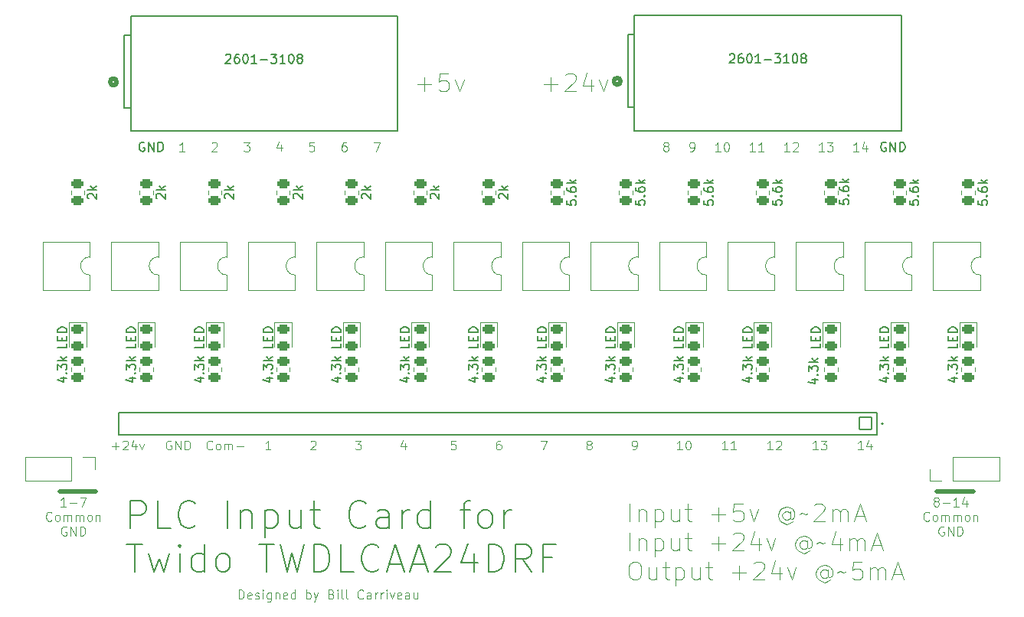
<source format=gbr>
%TF.GenerationSoftware,KiCad,Pcbnew,8.0.7*%
%TF.CreationDate,2025-04-06T16:58:41-05:00*%
%TF.ProjectId,inputs,696e7075-7473-42e6-9b69-6361645f7063,rev?*%
%TF.SameCoordinates,Original*%
%TF.FileFunction,Legend,Top*%
%TF.FilePolarity,Positive*%
%FSLAX46Y46*%
G04 Gerber Fmt 4.6, Leading zero omitted, Abs format (unit mm)*
G04 Created by KiCad (PCBNEW 8.0.7) date 2025-04-06 16:58:41*
%MOMM*%
%LPD*%
G01*
G04 APERTURE LIST*
G04 Aperture macros list*
%AMRoundRect*
0 Rectangle with rounded corners*
0 $1 Rounding radius*
0 $2 $3 $4 $5 $6 $7 $8 $9 X,Y pos of 4 corners*
0 Add a 4 corners polygon primitive as box body*
4,1,4,$2,$3,$4,$5,$6,$7,$8,$9,$2,$3,0*
0 Add four circle primitives for the rounded corners*
1,1,$1+$1,$2,$3*
1,1,$1+$1,$4,$5*
1,1,$1+$1,$6,$7*
1,1,$1+$1,$8,$9*
0 Add four rect primitives between the rounded corners*
20,1,$1+$1,$2,$3,$4,$5,0*
20,1,$1+$1,$4,$5,$6,$7,0*
20,1,$1+$1,$6,$7,$8,$9,0*
20,1,$1+$1,$8,$9,$2,$3,0*%
G04 Aperture macros list end*
%ADD10C,0.500000*%
%ADD11C,0.100000*%
%ADD12C,0.150000*%
%ADD13C,0.200000*%
%ADD14C,0.120000*%
%ADD15C,0.508000*%
%ADD16C,0.152400*%
%ADD17RoundRect,0.250000X0.450000X-0.262500X0.450000X0.262500X-0.450000X0.262500X-0.450000X-0.262500X0*%
%ADD18R,1.600000X1.600000*%
%ADD19O,1.600000X1.600000*%
%ADD20RoundRect,0.243750X-0.456250X0.243750X-0.456250X-0.243750X0.456250X-0.243750X0.456250X0.243750X0*%
%ADD21RoundRect,0.250000X-0.450000X0.262500X-0.450000X-0.262500X0.450000X-0.262500X0.450000X0.262500X0*%
%ADD22RoundRect,0.102000X-0.685000X-0.685000X0.685000X-0.685000X0.685000X0.685000X-0.685000X0.685000X0*%
%ADD23C,1.574000*%
%ADD24R,1.700000X1.700000*%
%ADD25O,1.700000X1.700000*%
%ADD26C,1.900000*%
G04 APERTURE END LIST*
D10*
X219000000Y-106500000D02*
X223000000Y-106500000D01*
X122000000Y-106500000D02*
X126000000Y-106500000D01*
D11*
X150113406Y-67872419D02*
X149637216Y-67872419D01*
X149637216Y-67872419D02*
X149589597Y-68348609D01*
X149589597Y-68348609D02*
X149637216Y-68300990D01*
X149637216Y-68300990D02*
X149732454Y-68253371D01*
X149732454Y-68253371D02*
X149970549Y-68253371D01*
X149970549Y-68253371D02*
X150065787Y-68300990D01*
X150065787Y-68300990D02*
X150113406Y-68348609D01*
X150113406Y-68348609D02*
X150161025Y-68443847D01*
X150161025Y-68443847D02*
X150161025Y-68681942D01*
X150161025Y-68681942D02*
X150113406Y-68777180D01*
X150113406Y-68777180D02*
X150065787Y-68824800D01*
X150065787Y-68824800D02*
X149970549Y-68872419D01*
X149970549Y-68872419D02*
X149732454Y-68872419D01*
X149732454Y-68872419D02*
X149637216Y-68824800D01*
X149637216Y-68824800D02*
X149589597Y-68777180D01*
X175541979Y-61488133D02*
X177065789Y-61488133D01*
X176303884Y-62250038D02*
X176303884Y-60726228D01*
X177922931Y-60440514D02*
X178018169Y-60345276D01*
X178018169Y-60345276D02*
X178208645Y-60250038D01*
X178208645Y-60250038D02*
X178684836Y-60250038D01*
X178684836Y-60250038D02*
X178875312Y-60345276D01*
X178875312Y-60345276D02*
X178970550Y-60440514D01*
X178970550Y-60440514D02*
X179065788Y-60630990D01*
X179065788Y-60630990D02*
X179065788Y-60821466D01*
X179065788Y-60821466D02*
X178970550Y-61107180D01*
X178970550Y-61107180D02*
X177827693Y-62250038D01*
X177827693Y-62250038D02*
X179065788Y-62250038D01*
X180780074Y-60916704D02*
X180780074Y-62250038D01*
X180303883Y-60154800D02*
X179827693Y-61583371D01*
X179827693Y-61583371D02*
X181065788Y-61583371D01*
X181637217Y-60916704D02*
X182113407Y-62250038D01*
X182113407Y-62250038D02*
X182589598Y-60916704D01*
X160196495Y-101183830D02*
X160196495Y-101850497D01*
X159958400Y-100802878D02*
X159720305Y-101517163D01*
X159720305Y-101517163D02*
X160339352Y-101517163D01*
X205827693Y-101872419D02*
X205256265Y-101872419D01*
X205541979Y-101872419D02*
X205541979Y-100872419D01*
X205541979Y-100872419D02*
X205446741Y-101015276D01*
X205446741Y-101015276D02*
X205351503Y-101110514D01*
X205351503Y-101110514D02*
X205256265Y-101158133D01*
X206161027Y-100872419D02*
X206780074Y-100872419D01*
X206780074Y-100872419D02*
X206446741Y-101253371D01*
X206446741Y-101253371D02*
X206589598Y-101253371D01*
X206589598Y-101253371D02*
X206684836Y-101300990D01*
X206684836Y-101300990D02*
X206732455Y-101348609D01*
X206732455Y-101348609D02*
X206780074Y-101443847D01*
X206780074Y-101443847D02*
X206780074Y-101681942D01*
X206780074Y-101681942D02*
X206732455Y-101777180D01*
X206732455Y-101777180D02*
X206684836Y-101824800D01*
X206684836Y-101824800D02*
X206589598Y-101872419D01*
X206589598Y-101872419D02*
X206303884Y-101872419D01*
X206303884Y-101872419D02*
X206208646Y-101824800D01*
X206208646Y-101824800D02*
X206161027Y-101777180D01*
X210327693Y-68872419D02*
X209756265Y-68872419D01*
X210041979Y-68872419D02*
X210041979Y-67872419D01*
X210041979Y-67872419D02*
X209946741Y-68015276D01*
X209946741Y-68015276D02*
X209851503Y-68110514D01*
X209851503Y-68110514D02*
X209756265Y-68158133D01*
X211184836Y-68205752D02*
X211184836Y-68872419D01*
X210946741Y-67824800D02*
X210708646Y-68539085D01*
X210708646Y-68539085D02*
X211327693Y-68539085D01*
X200827693Y-101872419D02*
X200256265Y-101872419D01*
X200541979Y-101872419D02*
X200541979Y-100872419D01*
X200541979Y-100872419D02*
X200446741Y-101015276D01*
X200446741Y-101015276D02*
X200351503Y-101110514D01*
X200351503Y-101110514D02*
X200256265Y-101158133D01*
X201208646Y-100967657D02*
X201256265Y-100920038D01*
X201256265Y-100920038D02*
X201351503Y-100872419D01*
X201351503Y-100872419D02*
X201589598Y-100872419D01*
X201589598Y-100872419D02*
X201684836Y-100920038D01*
X201684836Y-100920038D02*
X201732455Y-100967657D01*
X201732455Y-100967657D02*
X201780074Y-101062895D01*
X201780074Y-101062895D02*
X201780074Y-101158133D01*
X201780074Y-101158133D02*
X201732455Y-101300990D01*
X201732455Y-101300990D02*
X201161027Y-101872419D01*
X201161027Y-101872419D02*
X201780074Y-101872419D01*
X149756265Y-100967657D02*
X149803884Y-100920038D01*
X149803884Y-100920038D02*
X149899122Y-100872419D01*
X149899122Y-100872419D02*
X150137217Y-100872419D01*
X150137217Y-100872419D02*
X150232455Y-100920038D01*
X150232455Y-100920038D02*
X150280074Y-100967657D01*
X150280074Y-100967657D02*
X150327693Y-101062895D01*
X150327693Y-101062895D02*
X150327693Y-101158133D01*
X150327693Y-101158133D02*
X150280074Y-101300990D01*
X150280074Y-101300990D02*
X149708646Y-101872419D01*
X149708646Y-101872419D02*
X150327693Y-101872419D01*
X127803884Y-101491466D02*
X128565789Y-101491466D01*
X128184836Y-101872419D02*
X128184836Y-101110514D01*
X128994360Y-100967657D02*
X129041979Y-100920038D01*
X129041979Y-100920038D02*
X129137217Y-100872419D01*
X129137217Y-100872419D02*
X129375312Y-100872419D01*
X129375312Y-100872419D02*
X129470550Y-100920038D01*
X129470550Y-100920038D02*
X129518169Y-100967657D01*
X129518169Y-100967657D02*
X129565788Y-101062895D01*
X129565788Y-101062895D02*
X129565788Y-101158133D01*
X129565788Y-101158133D02*
X129518169Y-101300990D01*
X129518169Y-101300990D02*
X128946741Y-101872419D01*
X128946741Y-101872419D02*
X129565788Y-101872419D01*
X130422931Y-101205752D02*
X130422931Y-101872419D01*
X130184836Y-100824800D02*
X129946741Y-101539085D01*
X129946741Y-101539085D02*
X130565788Y-101539085D01*
X130851503Y-101205752D02*
X131089598Y-101872419D01*
X131089598Y-101872419D02*
X131327693Y-101205752D01*
X180446741Y-101300990D02*
X180351503Y-101253371D01*
X180351503Y-101253371D02*
X180303884Y-101205752D01*
X180303884Y-101205752D02*
X180256265Y-101110514D01*
X180256265Y-101110514D02*
X180256265Y-101062895D01*
X180256265Y-101062895D02*
X180303884Y-100967657D01*
X180303884Y-100967657D02*
X180351503Y-100920038D01*
X180351503Y-100920038D02*
X180446741Y-100872419D01*
X180446741Y-100872419D02*
X180637217Y-100872419D01*
X180637217Y-100872419D02*
X180732455Y-100920038D01*
X180732455Y-100920038D02*
X180780074Y-100967657D01*
X180780074Y-100967657D02*
X180827693Y-101062895D01*
X180827693Y-101062895D02*
X180827693Y-101110514D01*
X180827693Y-101110514D02*
X180780074Y-101205752D01*
X180780074Y-101205752D02*
X180732455Y-101253371D01*
X180732455Y-101253371D02*
X180637217Y-101300990D01*
X180637217Y-101300990D02*
X180446741Y-101300990D01*
X180446741Y-101300990D02*
X180351503Y-101348609D01*
X180351503Y-101348609D02*
X180303884Y-101396228D01*
X180303884Y-101396228D02*
X180256265Y-101491466D01*
X180256265Y-101491466D02*
X180256265Y-101681942D01*
X180256265Y-101681942D02*
X180303884Y-101777180D01*
X180303884Y-101777180D02*
X180351503Y-101824800D01*
X180351503Y-101824800D02*
X180446741Y-101872419D01*
X180446741Y-101872419D02*
X180637217Y-101872419D01*
X180637217Y-101872419D02*
X180732455Y-101824800D01*
X180732455Y-101824800D02*
X180780074Y-101777180D01*
X180780074Y-101777180D02*
X180827693Y-101681942D01*
X180827693Y-101681942D02*
X180827693Y-101491466D01*
X180827693Y-101491466D02*
X180780074Y-101396228D01*
X180780074Y-101396228D02*
X180732455Y-101348609D01*
X180732455Y-101348609D02*
X180637217Y-101300990D01*
X198875311Y-68872419D02*
X198303883Y-68872419D01*
X198589597Y-68872419D02*
X198589597Y-67872419D01*
X198589597Y-67872419D02*
X198494359Y-68015276D01*
X198494359Y-68015276D02*
X198399121Y-68110514D01*
X198399121Y-68110514D02*
X198303883Y-68158133D01*
X199827692Y-68872419D02*
X199256264Y-68872419D01*
X199541978Y-68872419D02*
X199541978Y-67872419D01*
X199541978Y-67872419D02*
X199446740Y-68015276D01*
X199446740Y-68015276D02*
X199351502Y-68110514D01*
X199351502Y-68110514D02*
X199256264Y-68158133D01*
X175208646Y-100872419D02*
X175875312Y-100872419D01*
X175875312Y-100872419D02*
X175446741Y-101872419D01*
X122690476Y-108152531D02*
X122119048Y-108152531D01*
X122404762Y-108152531D02*
X122404762Y-107152531D01*
X122404762Y-107152531D02*
X122309524Y-107295388D01*
X122309524Y-107295388D02*
X122214286Y-107390626D01*
X122214286Y-107390626D02*
X122119048Y-107438245D01*
X123119048Y-107771578D02*
X123880953Y-107771578D01*
X124261905Y-107152531D02*
X124928571Y-107152531D01*
X124928571Y-107152531D02*
X124500000Y-108152531D01*
X121119047Y-109667236D02*
X121071428Y-109714856D01*
X121071428Y-109714856D02*
X120928571Y-109762475D01*
X120928571Y-109762475D02*
X120833333Y-109762475D01*
X120833333Y-109762475D02*
X120690476Y-109714856D01*
X120690476Y-109714856D02*
X120595238Y-109619617D01*
X120595238Y-109619617D02*
X120547619Y-109524379D01*
X120547619Y-109524379D02*
X120500000Y-109333903D01*
X120500000Y-109333903D02*
X120500000Y-109191046D01*
X120500000Y-109191046D02*
X120547619Y-109000570D01*
X120547619Y-109000570D02*
X120595238Y-108905332D01*
X120595238Y-108905332D02*
X120690476Y-108810094D01*
X120690476Y-108810094D02*
X120833333Y-108762475D01*
X120833333Y-108762475D02*
X120928571Y-108762475D01*
X120928571Y-108762475D02*
X121071428Y-108810094D01*
X121071428Y-108810094D02*
X121119047Y-108857713D01*
X121690476Y-109762475D02*
X121595238Y-109714856D01*
X121595238Y-109714856D02*
X121547619Y-109667236D01*
X121547619Y-109667236D02*
X121500000Y-109571998D01*
X121500000Y-109571998D02*
X121500000Y-109286284D01*
X121500000Y-109286284D02*
X121547619Y-109191046D01*
X121547619Y-109191046D02*
X121595238Y-109143427D01*
X121595238Y-109143427D02*
X121690476Y-109095808D01*
X121690476Y-109095808D02*
X121833333Y-109095808D01*
X121833333Y-109095808D02*
X121928571Y-109143427D01*
X121928571Y-109143427D02*
X121976190Y-109191046D01*
X121976190Y-109191046D02*
X122023809Y-109286284D01*
X122023809Y-109286284D02*
X122023809Y-109571998D01*
X122023809Y-109571998D02*
X121976190Y-109667236D01*
X121976190Y-109667236D02*
X121928571Y-109714856D01*
X121928571Y-109714856D02*
X121833333Y-109762475D01*
X121833333Y-109762475D02*
X121690476Y-109762475D01*
X122452381Y-109762475D02*
X122452381Y-109095808D01*
X122452381Y-109191046D02*
X122500000Y-109143427D01*
X122500000Y-109143427D02*
X122595238Y-109095808D01*
X122595238Y-109095808D02*
X122738095Y-109095808D01*
X122738095Y-109095808D02*
X122833333Y-109143427D01*
X122833333Y-109143427D02*
X122880952Y-109238665D01*
X122880952Y-109238665D02*
X122880952Y-109762475D01*
X122880952Y-109238665D02*
X122928571Y-109143427D01*
X122928571Y-109143427D02*
X123023809Y-109095808D01*
X123023809Y-109095808D02*
X123166666Y-109095808D01*
X123166666Y-109095808D02*
X123261905Y-109143427D01*
X123261905Y-109143427D02*
X123309524Y-109238665D01*
X123309524Y-109238665D02*
X123309524Y-109762475D01*
X123785714Y-109762475D02*
X123785714Y-109095808D01*
X123785714Y-109191046D02*
X123833333Y-109143427D01*
X123833333Y-109143427D02*
X123928571Y-109095808D01*
X123928571Y-109095808D02*
X124071428Y-109095808D01*
X124071428Y-109095808D02*
X124166666Y-109143427D01*
X124166666Y-109143427D02*
X124214285Y-109238665D01*
X124214285Y-109238665D02*
X124214285Y-109762475D01*
X124214285Y-109238665D02*
X124261904Y-109143427D01*
X124261904Y-109143427D02*
X124357142Y-109095808D01*
X124357142Y-109095808D02*
X124499999Y-109095808D01*
X124499999Y-109095808D02*
X124595238Y-109143427D01*
X124595238Y-109143427D02*
X124642857Y-109238665D01*
X124642857Y-109238665D02*
X124642857Y-109762475D01*
X125261904Y-109762475D02*
X125166666Y-109714856D01*
X125166666Y-109714856D02*
X125119047Y-109667236D01*
X125119047Y-109667236D02*
X125071428Y-109571998D01*
X125071428Y-109571998D02*
X125071428Y-109286284D01*
X125071428Y-109286284D02*
X125119047Y-109191046D01*
X125119047Y-109191046D02*
X125166666Y-109143427D01*
X125166666Y-109143427D02*
X125261904Y-109095808D01*
X125261904Y-109095808D02*
X125404761Y-109095808D01*
X125404761Y-109095808D02*
X125499999Y-109143427D01*
X125499999Y-109143427D02*
X125547618Y-109191046D01*
X125547618Y-109191046D02*
X125595237Y-109286284D01*
X125595237Y-109286284D02*
X125595237Y-109571998D01*
X125595237Y-109571998D02*
X125547618Y-109667236D01*
X125547618Y-109667236D02*
X125499999Y-109714856D01*
X125499999Y-109714856D02*
X125404761Y-109762475D01*
X125404761Y-109762475D02*
X125261904Y-109762475D01*
X126023809Y-109095808D02*
X126023809Y-109762475D01*
X126023809Y-109191046D02*
X126071428Y-109143427D01*
X126071428Y-109143427D02*
X126166666Y-109095808D01*
X126166666Y-109095808D02*
X126309523Y-109095808D01*
X126309523Y-109095808D02*
X126404761Y-109143427D01*
X126404761Y-109143427D02*
X126452380Y-109238665D01*
X126452380Y-109238665D02*
X126452380Y-109762475D01*
X122738095Y-110420038D02*
X122642857Y-110372419D01*
X122642857Y-110372419D02*
X122500000Y-110372419D01*
X122500000Y-110372419D02*
X122357143Y-110420038D01*
X122357143Y-110420038D02*
X122261905Y-110515276D01*
X122261905Y-110515276D02*
X122214286Y-110610514D01*
X122214286Y-110610514D02*
X122166667Y-110800990D01*
X122166667Y-110800990D02*
X122166667Y-110943847D01*
X122166667Y-110943847D02*
X122214286Y-111134323D01*
X122214286Y-111134323D02*
X122261905Y-111229561D01*
X122261905Y-111229561D02*
X122357143Y-111324800D01*
X122357143Y-111324800D02*
X122500000Y-111372419D01*
X122500000Y-111372419D02*
X122595238Y-111372419D01*
X122595238Y-111372419D02*
X122738095Y-111324800D01*
X122738095Y-111324800D02*
X122785714Y-111277180D01*
X122785714Y-111277180D02*
X122785714Y-110943847D01*
X122785714Y-110943847D02*
X122595238Y-110943847D01*
X123214286Y-111372419D02*
X123214286Y-110372419D01*
X123214286Y-110372419D02*
X123785714Y-111372419D01*
X123785714Y-111372419D02*
X123785714Y-110372419D01*
X124261905Y-111372419D02*
X124261905Y-110372419D01*
X124261905Y-110372419D02*
X124500000Y-110372419D01*
X124500000Y-110372419D02*
X124642857Y-110420038D01*
X124642857Y-110420038D02*
X124738095Y-110515276D01*
X124738095Y-110515276D02*
X124785714Y-110610514D01*
X124785714Y-110610514D02*
X124833333Y-110800990D01*
X124833333Y-110800990D02*
X124833333Y-110943847D01*
X124833333Y-110943847D02*
X124785714Y-111134323D01*
X124785714Y-111134323D02*
X124738095Y-111229561D01*
X124738095Y-111229561D02*
X124642857Y-111324800D01*
X124642857Y-111324800D02*
X124500000Y-111372419D01*
X124500000Y-111372419D02*
X124261905Y-111372419D01*
D12*
X213360588Y-67917438D02*
X213265350Y-67869819D01*
X213265350Y-67869819D02*
X213122493Y-67869819D01*
X213122493Y-67869819D02*
X212979636Y-67917438D01*
X212979636Y-67917438D02*
X212884398Y-68012676D01*
X212884398Y-68012676D02*
X212836779Y-68107914D01*
X212836779Y-68107914D02*
X212789160Y-68298390D01*
X212789160Y-68298390D02*
X212789160Y-68441247D01*
X212789160Y-68441247D02*
X212836779Y-68631723D01*
X212836779Y-68631723D02*
X212884398Y-68726961D01*
X212884398Y-68726961D02*
X212979636Y-68822200D01*
X212979636Y-68822200D02*
X213122493Y-68869819D01*
X213122493Y-68869819D02*
X213217731Y-68869819D01*
X213217731Y-68869819D02*
X213360588Y-68822200D01*
X213360588Y-68822200D02*
X213408207Y-68774580D01*
X213408207Y-68774580D02*
X213408207Y-68441247D01*
X213408207Y-68441247D02*
X213217731Y-68441247D01*
X213836779Y-68869819D02*
X213836779Y-67869819D01*
X213836779Y-67869819D02*
X214408207Y-68869819D01*
X214408207Y-68869819D02*
X214408207Y-67869819D01*
X214884398Y-68869819D02*
X214884398Y-67869819D01*
X214884398Y-67869819D02*
X215122493Y-67869819D01*
X215122493Y-67869819D02*
X215265350Y-67917438D01*
X215265350Y-67917438D02*
X215360588Y-68012676D01*
X215360588Y-68012676D02*
X215408207Y-68107914D01*
X215408207Y-68107914D02*
X215455826Y-68298390D01*
X215455826Y-68298390D02*
X215455826Y-68441247D01*
X215455826Y-68441247D02*
X215408207Y-68631723D01*
X215408207Y-68631723D02*
X215360588Y-68726961D01*
X215360588Y-68726961D02*
X215265350Y-68822200D01*
X215265350Y-68822200D02*
X215122493Y-68869819D01*
X215122493Y-68869819D02*
X214884398Y-68869819D01*
D13*
X129845863Y-110542625D02*
X129845863Y-107542625D01*
X129845863Y-107542625D02*
X130988720Y-107542625D01*
X130988720Y-107542625D02*
X131274435Y-107685482D01*
X131274435Y-107685482D02*
X131417292Y-107828339D01*
X131417292Y-107828339D02*
X131560149Y-108114053D01*
X131560149Y-108114053D02*
X131560149Y-108542625D01*
X131560149Y-108542625D02*
X131417292Y-108828339D01*
X131417292Y-108828339D02*
X131274435Y-108971196D01*
X131274435Y-108971196D02*
X130988720Y-109114053D01*
X130988720Y-109114053D02*
X129845863Y-109114053D01*
X134274435Y-110542625D02*
X132845863Y-110542625D01*
X132845863Y-110542625D02*
X132845863Y-107542625D01*
X136988720Y-110256910D02*
X136845863Y-110399768D01*
X136845863Y-110399768D02*
X136417291Y-110542625D01*
X136417291Y-110542625D02*
X136131577Y-110542625D01*
X136131577Y-110542625D02*
X135703006Y-110399768D01*
X135703006Y-110399768D02*
X135417291Y-110114053D01*
X135417291Y-110114053D02*
X135274434Y-109828339D01*
X135274434Y-109828339D02*
X135131577Y-109256910D01*
X135131577Y-109256910D02*
X135131577Y-108828339D01*
X135131577Y-108828339D02*
X135274434Y-108256910D01*
X135274434Y-108256910D02*
X135417291Y-107971196D01*
X135417291Y-107971196D02*
X135703006Y-107685482D01*
X135703006Y-107685482D02*
X136131577Y-107542625D01*
X136131577Y-107542625D02*
X136417291Y-107542625D01*
X136417291Y-107542625D02*
X136845863Y-107685482D01*
X136845863Y-107685482D02*
X136988720Y-107828339D01*
X140560148Y-110542625D02*
X140560148Y-107542625D01*
X141988719Y-108542625D02*
X141988719Y-110542625D01*
X141988719Y-108828339D02*
X142131576Y-108685482D01*
X142131576Y-108685482D02*
X142417291Y-108542625D01*
X142417291Y-108542625D02*
X142845862Y-108542625D01*
X142845862Y-108542625D02*
X143131576Y-108685482D01*
X143131576Y-108685482D02*
X143274434Y-108971196D01*
X143274434Y-108971196D02*
X143274434Y-110542625D01*
X144703005Y-108542625D02*
X144703005Y-111542625D01*
X144703005Y-108685482D02*
X144988720Y-108542625D01*
X144988720Y-108542625D02*
X145560148Y-108542625D01*
X145560148Y-108542625D02*
X145845862Y-108685482D01*
X145845862Y-108685482D02*
X145988720Y-108828339D01*
X145988720Y-108828339D02*
X146131577Y-109114053D01*
X146131577Y-109114053D02*
X146131577Y-109971196D01*
X146131577Y-109971196D02*
X145988720Y-110256910D01*
X145988720Y-110256910D02*
X145845862Y-110399768D01*
X145845862Y-110399768D02*
X145560148Y-110542625D01*
X145560148Y-110542625D02*
X144988720Y-110542625D01*
X144988720Y-110542625D02*
X144703005Y-110399768D01*
X148703006Y-108542625D02*
X148703006Y-110542625D01*
X147417291Y-108542625D02*
X147417291Y-110114053D01*
X147417291Y-110114053D02*
X147560148Y-110399768D01*
X147560148Y-110399768D02*
X147845863Y-110542625D01*
X147845863Y-110542625D02*
X148274434Y-110542625D01*
X148274434Y-110542625D02*
X148560148Y-110399768D01*
X148560148Y-110399768D02*
X148703006Y-110256910D01*
X149703006Y-108542625D02*
X150845863Y-108542625D01*
X150131577Y-107542625D02*
X150131577Y-110114053D01*
X150131577Y-110114053D02*
X150274434Y-110399768D01*
X150274434Y-110399768D02*
X150560149Y-110542625D01*
X150560149Y-110542625D02*
X150845863Y-110542625D01*
X155845863Y-110256910D02*
X155703006Y-110399768D01*
X155703006Y-110399768D02*
X155274434Y-110542625D01*
X155274434Y-110542625D02*
X154988720Y-110542625D01*
X154988720Y-110542625D02*
X154560149Y-110399768D01*
X154560149Y-110399768D02*
X154274434Y-110114053D01*
X154274434Y-110114053D02*
X154131577Y-109828339D01*
X154131577Y-109828339D02*
X153988720Y-109256910D01*
X153988720Y-109256910D02*
X153988720Y-108828339D01*
X153988720Y-108828339D02*
X154131577Y-108256910D01*
X154131577Y-108256910D02*
X154274434Y-107971196D01*
X154274434Y-107971196D02*
X154560149Y-107685482D01*
X154560149Y-107685482D02*
X154988720Y-107542625D01*
X154988720Y-107542625D02*
X155274434Y-107542625D01*
X155274434Y-107542625D02*
X155703006Y-107685482D01*
X155703006Y-107685482D02*
X155845863Y-107828339D01*
X158417292Y-110542625D02*
X158417292Y-108971196D01*
X158417292Y-108971196D02*
X158274434Y-108685482D01*
X158274434Y-108685482D02*
X157988720Y-108542625D01*
X157988720Y-108542625D02*
X157417292Y-108542625D01*
X157417292Y-108542625D02*
X157131577Y-108685482D01*
X158417292Y-110399768D02*
X158131577Y-110542625D01*
X158131577Y-110542625D02*
X157417292Y-110542625D01*
X157417292Y-110542625D02*
X157131577Y-110399768D01*
X157131577Y-110399768D02*
X156988720Y-110114053D01*
X156988720Y-110114053D02*
X156988720Y-109828339D01*
X156988720Y-109828339D02*
X157131577Y-109542625D01*
X157131577Y-109542625D02*
X157417292Y-109399768D01*
X157417292Y-109399768D02*
X158131577Y-109399768D01*
X158131577Y-109399768D02*
X158417292Y-109256910D01*
X159845863Y-110542625D02*
X159845863Y-108542625D01*
X159845863Y-109114053D02*
X159988720Y-108828339D01*
X159988720Y-108828339D02*
X160131578Y-108685482D01*
X160131578Y-108685482D02*
X160417292Y-108542625D01*
X160417292Y-108542625D02*
X160703006Y-108542625D01*
X162988721Y-110542625D02*
X162988721Y-107542625D01*
X162988721Y-110399768D02*
X162703006Y-110542625D01*
X162703006Y-110542625D02*
X162131578Y-110542625D01*
X162131578Y-110542625D02*
X161845863Y-110399768D01*
X161845863Y-110399768D02*
X161703006Y-110256910D01*
X161703006Y-110256910D02*
X161560149Y-109971196D01*
X161560149Y-109971196D02*
X161560149Y-109114053D01*
X161560149Y-109114053D02*
X161703006Y-108828339D01*
X161703006Y-108828339D02*
X161845863Y-108685482D01*
X161845863Y-108685482D02*
X162131578Y-108542625D01*
X162131578Y-108542625D02*
X162703006Y-108542625D01*
X162703006Y-108542625D02*
X162988721Y-108685482D01*
X166274435Y-108542625D02*
X167417292Y-108542625D01*
X166703006Y-110542625D02*
X166703006Y-107971196D01*
X166703006Y-107971196D02*
X166845863Y-107685482D01*
X166845863Y-107685482D02*
X167131578Y-107542625D01*
X167131578Y-107542625D02*
X167417292Y-107542625D01*
X168845864Y-110542625D02*
X168560149Y-110399768D01*
X168560149Y-110399768D02*
X168417292Y-110256910D01*
X168417292Y-110256910D02*
X168274435Y-109971196D01*
X168274435Y-109971196D02*
X168274435Y-109114053D01*
X168274435Y-109114053D02*
X168417292Y-108828339D01*
X168417292Y-108828339D02*
X168560149Y-108685482D01*
X168560149Y-108685482D02*
X168845864Y-108542625D01*
X168845864Y-108542625D02*
X169274435Y-108542625D01*
X169274435Y-108542625D02*
X169560149Y-108685482D01*
X169560149Y-108685482D02*
X169703007Y-108828339D01*
X169703007Y-108828339D02*
X169845864Y-109114053D01*
X169845864Y-109114053D02*
X169845864Y-109971196D01*
X169845864Y-109971196D02*
X169703007Y-110256910D01*
X169703007Y-110256910D02*
X169560149Y-110399768D01*
X169560149Y-110399768D02*
X169274435Y-110542625D01*
X169274435Y-110542625D02*
X168845864Y-110542625D01*
X171131578Y-110542625D02*
X171131578Y-108542625D01*
X171131578Y-109114053D02*
X171274435Y-108828339D01*
X171274435Y-108828339D02*
X171417293Y-108685482D01*
X171417293Y-108685482D02*
X171703007Y-108542625D01*
X171703007Y-108542625D02*
X171988721Y-108542625D01*
X129417292Y-112372457D02*
X131131578Y-112372457D01*
X130274435Y-115372457D02*
X130274435Y-112372457D01*
X131845863Y-113372457D02*
X132417292Y-115372457D01*
X132417292Y-115372457D02*
X132988720Y-113943885D01*
X132988720Y-113943885D02*
X133560149Y-115372457D01*
X133560149Y-115372457D02*
X134131577Y-113372457D01*
X135274434Y-115372457D02*
X135274434Y-113372457D01*
X135274434Y-112372457D02*
X135131577Y-112515314D01*
X135131577Y-112515314D02*
X135274434Y-112658171D01*
X135274434Y-112658171D02*
X135417291Y-112515314D01*
X135417291Y-112515314D02*
X135274434Y-112372457D01*
X135274434Y-112372457D02*
X135274434Y-112658171D01*
X137988720Y-115372457D02*
X137988720Y-112372457D01*
X137988720Y-115229600D02*
X137703005Y-115372457D01*
X137703005Y-115372457D02*
X137131577Y-115372457D01*
X137131577Y-115372457D02*
X136845862Y-115229600D01*
X136845862Y-115229600D02*
X136703005Y-115086742D01*
X136703005Y-115086742D02*
X136560148Y-114801028D01*
X136560148Y-114801028D02*
X136560148Y-113943885D01*
X136560148Y-113943885D02*
X136703005Y-113658171D01*
X136703005Y-113658171D02*
X136845862Y-113515314D01*
X136845862Y-113515314D02*
X137131577Y-113372457D01*
X137131577Y-113372457D02*
X137703005Y-113372457D01*
X137703005Y-113372457D02*
X137988720Y-113515314D01*
X139845863Y-115372457D02*
X139560148Y-115229600D01*
X139560148Y-115229600D02*
X139417291Y-115086742D01*
X139417291Y-115086742D02*
X139274434Y-114801028D01*
X139274434Y-114801028D02*
X139274434Y-113943885D01*
X139274434Y-113943885D02*
X139417291Y-113658171D01*
X139417291Y-113658171D02*
X139560148Y-113515314D01*
X139560148Y-113515314D02*
X139845863Y-113372457D01*
X139845863Y-113372457D02*
X140274434Y-113372457D01*
X140274434Y-113372457D02*
X140560148Y-113515314D01*
X140560148Y-113515314D02*
X140703006Y-113658171D01*
X140703006Y-113658171D02*
X140845863Y-113943885D01*
X140845863Y-113943885D02*
X140845863Y-114801028D01*
X140845863Y-114801028D02*
X140703006Y-115086742D01*
X140703006Y-115086742D02*
X140560148Y-115229600D01*
X140560148Y-115229600D02*
X140274434Y-115372457D01*
X140274434Y-115372457D02*
X139845863Y-115372457D01*
X143988720Y-112372457D02*
X145703006Y-112372457D01*
X144845863Y-115372457D02*
X144845863Y-112372457D01*
X146417291Y-112372457D02*
X147131577Y-115372457D01*
X147131577Y-115372457D02*
X147703005Y-113229600D01*
X147703005Y-113229600D02*
X148274434Y-115372457D01*
X148274434Y-115372457D02*
X148988720Y-112372457D01*
X150131576Y-115372457D02*
X150131576Y-112372457D01*
X150131576Y-112372457D02*
X150845862Y-112372457D01*
X150845862Y-112372457D02*
X151274433Y-112515314D01*
X151274433Y-112515314D02*
X151560148Y-112801028D01*
X151560148Y-112801028D02*
X151703005Y-113086742D01*
X151703005Y-113086742D02*
X151845862Y-113658171D01*
X151845862Y-113658171D02*
X151845862Y-114086742D01*
X151845862Y-114086742D02*
X151703005Y-114658171D01*
X151703005Y-114658171D02*
X151560148Y-114943885D01*
X151560148Y-114943885D02*
X151274433Y-115229600D01*
X151274433Y-115229600D02*
X150845862Y-115372457D01*
X150845862Y-115372457D02*
X150131576Y-115372457D01*
X154560148Y-115372457D02*
X153131576Y-115372457D01*
X153131576Y-115372457D02*
X153131576Y-112372457D01*
X157274433Y-115086742D02*
X157131576Y-115229600D01*
X157131576Y-115229600D02*
X156703004Y-115372457D01*
X156703004Y-115372457D02*
X156417290Y-115372457D01*
X156417290Y-115372457D02*
X155988719Y-115229600D01*
X155988719Y-115229600D02*
X155703004Y-114943885D01*
X155703004Y-114943885D02*
X155560147Y-114658171D01*
X155560147Y-114658171D02*
X155417290Y-114086742D01*
X155417290Y-114086742D02*
X155417290Y-113658171D01*
X155417290Y-113658171D02*
X155560147Y-113086742D01*
X155560147Y-113086742D02*
X155703004Y-112801028D01*
X155703004Y-112801028D02*
X155988719Y-112515314D01*
X155988719Y-112515314D02*
X156417290Y-112372457D01*
X156417290Y-112372457D02*
X156703004Y-112372457D01*
X156703004Y-112372457D02*
X157131576Y-112515314D01*
X157131576Y-112515314D02*
X157274433Y-112658171D01*
X158417290Y-114515314D02*
X159845862Y-114515314D01*
X158131576Y-115372457D02*
X159131576Y-112372457D01*
X159131576Y-112372457D02*
X160131576Y-115372457D01*
X160988719Y-114515314D02*
X162417291Y-114515314D01*
X160703005Y-115372457D02*
X161703005Y-112372457D01*
X161703005Y-112372457D02*
X162703005Y-115372457D01*
X163560148Y-112658171D02*
X163703005Y-112515314D01*
X163703005Y-112515314D02*
X163988720Y-112372457D01*
X163988720Y-112372457D02*
X164703005Y-112372457D01*
X164703005Y-112372457D02*
X164988720Y-112515314D01*
X164988720Y-112515314D02*
X165131577Y-112658171D01*
X165131577Y-112658171D02*
X165274434Y-112943885D01*
X165274434Y-112943885D02*
X165274434Y-113229600D01*
X165274434Y-113229600D02*
X165131577Y-113658171D01*
X165131577Y-113658171D02*
X163417291Y-115372457D01*
X163417291Y-115372457D02*
X165274434Y-115372457D01*
X167845863Y-113372457D02*
X167845863Y-115372457D01*
X167131577Y-112229600D02*
X166417291Y-114372457D01*
X166417291Y-114372457D02*
X168274434Y-114372457D01*
X169417291Y-115372457D02*
X169417291Y-112372457D01*
X169417291Y-112372457D02*
X170131577Y-112372457D01*
X170131577Y-112372457D02*
X170560148Y-112515314D01*
X170560148Y-112515314D02*
X170845863Y-112801028D01*
X170845863Y-112801028D02*
X170988720Y-113086742D01*
X170988720Y-113086742D02*
X171131577Y-113658171D01*
X171131577Y-113658171D02*
X171131577Y-114086742D01*
X171131577Y-114086742D02*
X170988720Y-114658171D01*
X170988720Y-114658171D02*
X170845863Y-114943885D01*
X170845863Y-114943885D02*
X170560148Y-115229600D01*
X170560148Y-115229600D02*
X170131577Y-115372457D01*
X170131577Y-115372457D02*
X169417291Y-115372457D01*
X174131577Y-115372457D02*
X173131577Y-113943885D01*
X172417291Y-115372457D02*
X172417291Y-112372457D01*
X172417291Y-112372457D02*
X173560148Y-112372457D01*
X173560148Y-112372457D02*
X173845863Y-112515314D01*
X173845863Y-112515314D02*
X173988720Y-112658171D01*
X173988720Y-112658171D02*
X174131577Y-112943885D01*
X174131577Y-112943885D02*
X174131577Y-113372457D01*
X174131577Y-113372457D02*
X173988720Y-113658171D01*
X173988720Y-113658171D02*
X173845863Y-113801028D01*
X173845863Y-113801028D02*
X173560148Y-113943885D01*
X173560148Y-113943885D02*
X172417291Y-113943885D01*
X176417291Y-113801028D02*
X175417291Y-113801028D01*
X175417291Y-115372457D02*
X175417291Y-112372457D01*
X175417291Y-112372457D02*
X176845863Y-112372457D01*
D11*
X190827693Y-101872419D02*
X190256265Y-101872419D01*
X190541979Y-101872419D02*
X190541979Y-100872419D01*
X190541979Y-100872419D02*
X190446741Y-101015276D01*
X190446741Y-101015276D02*
X190351503Y-101110514D01*
X190351503Y-101110514D02*
X190256265Y-101158133D01*
X191446741Y-100872419D02*
X191541979Y-100872419D01*
X191541979Y-100872419D02*
X191637217Y-100920038D01*
X191637217Y-100920038D02*
X191684836Y-100967657D01*
X191684836Y-100967657D02*
X191732455Y-101062895D01*
X191732455Y-101062895D02*
X191780074Y-101253371D01*
X191780074Y-101253371D02*
X191780074Y-101491466D01*
X191780074Y-101491466D02*
X191732455Y-101681942D01*
X191732455Y-101681942D02*
X191684836Y-101777180D01*
X191684836Y-101777180D02*
X191637217Y-101824800D01*
X191637217Y-101824800D02*
X191541979Y-101872419D01*
X191541979Y-101872419D02*
X191446741Y-101872419D01*
X191446741Y-101872419D02*
X191351503Y-101824800D01*
X191351503Y-101824800D02*
X191303884Y-101777180D01*
X191303884Y-101777180D02*
X191256265Y-101681942D01*
X191256265Y-101681942D02*
X191208646Y-101491466D01*
X191208646Y-101491466D02*
X191208646Y-101253371D01*
X191208646Y-101253371D02*
X191256265Y-101062895D01*
X191256265Y-101062895D02*
X191303884Y-100967657D01*
X191303884Y-100967657D02*
X191351503Y-100920038D01*
X191351503Y-100920038D02*
X191446741Y-100872419D01*
X135827693Y-68872419D02*
X135256265Y-68872419D01*
X135541979Y-68872419D02*
X135541979Y-67872419D01*
X135541979Y-67872419D02*
X135446741Y-68015276D01*
X135446741Y-68015276D02*
X135351503Y-68110514D01*
X135351503Y-68110514D02*
X135256265Y-68158133D01*
X170732455Y-100872419D02*
X170541979Y-100872419D01*
X170541979Y-100872419D02*
X170446741Y-100920038D01*
X170446741Y-100920038D02*
X170399122Y-100967657D01*
X170399122Y-100967657D02*
X170303884Y-101110514D01*
X170303884Y-101110514D02*
X170256265Y-101300990D01*
X170256265Y-101300990D02*
X170256265Y-101681942D01*
X170256265Y-101681942D02*
X170303884Y-101777180D01*
X170303884Y-101777180D02*
X170351503Y-101824800D01*
X170351503Y-101824800D02*
X170446741Y-101872419D01*
X170446741Y-101872419D02*
X170637217Y-101872419D01*
X170637217Y-101872419D02*
X170732455Y-101824800D01*
X170732455Y-101824800D02*
X170780074Y-101777180D01*
X170780074Y-101777180D02*
X170827693Y-101681942D01*
X170827693Y-101681942D02*
X170827693Y-101443847D01*
X170827693Y-101443847D02*
X170780074Y-101348609D01*
X170780074Y-101348609D02*
X170732455Y-101300990D01*
X170732455Y-101300990D02*
X170637217Y-101253371D01*
X170637217Y-101253371D02*
X170446741Y-101253371D01*
X170446741Y-101253371D02*
X170351503Y-101300990D01*
X170351503Y-101300990D02*
X170303884Y-101348609D01*
X170303884Y-101348609D02*
X170256265Y-101443847D01*
X146482454Y-68183830D02*
X146482454Y-68850497D01*
X146244359Y-67802878D02*
X146006264Y-68517163D01*
X146006264Y-68517163D02*
X146625311Y-68517163D01*
X134327693Y-100920038D02*
X134232455Y-100872419D01*
X134232455Y-100872419D02*
X134089598Y-100872419D01*
X134089598Y-100872419D02*
X133946741Y-100920038D01*
X133946741Y-100920038D02*
X133851503Y-101015276D01*
X133851503Y-101015276D02*
X133803884Y-101110514D01*
X133803884Y-101110514D02*
X133756265Y-101300990D01*
X133756265Y-101300990D02*
X133756265Y-101443847D01*
X133756265Y-101443847D02*
X133803884Y-101634323D01*
X133803884Y-101634323D02*
X133851503Y-101729561D01*
X133851503Y-101729561D02*
X133946741Y-101824800D01*
X133946741Y-101824800D02*
X134089598Y-101872419D01*
X134089598Y-101872419D02*
X134184836Y-101872419D01*
X134184836Y-101872419D02*
X134327693Y-101824800D01*
X134327693Y-101824800D02*
X134375312Y-101777180D01*
X134375312Y-101777180D02*
X134375312Y-101443847D01*
X134375312Y-101443847D02*
X134184836Y-101443847D01*
X134803884Y-101872419D02*
X134803884Y-100872419D01*
X134803884Y-100872419D02*
X135375312Y-101872419D01*
X135375312Y-101872419D02*
X135375312Y-100872419D01*
X135851503Y-101872419D02*
X135851503Y-100872419D01*
X135851503Y-100872419D02*
X136089598Y-100872419D01*
X136089598Y-100872419D02*
X136232455Y-100920038D01*
X136232455Y-100920038D02*
X136327693Y-101015276D01*
X136327693Y-101015276D02*
X136375312Y-101110514D01*
X136375312Y-101110514D02*
X136422931Y-101300990D01*
X136422931Y-101300990D02*
X136422931Y-101443847D01*
X136422931Y-101443847D02*
X136375312Y-101634323D01*
X136375312Y-101634323D02*
X136327693Y-101729561D01*
X136327693Y-101729561D02*
X136232455Y-101824800D01*
X136232455Y-101824800D02*
X136089598Y-101872419D01*
X136089598Y-101872419D02*
X135851503Y-101872419D01*
X142375312Y-67872419D02*
X142994359Y-67872419D01*
X142994359Y-67872419D02*
X142661026Y-68253371D01*
X142661026Y-68253371D02*
X142803883Y-68253371D01*
X142803883Y-68253371D02*
X142899121Y-68300990D01*
X142899121Y-68300990D02*
X142946740Y-68348609D01*
X142946740Y-68348609D02*
X142994359Y-68443847D01*
X142994359Y-68443847D02*
X142994359Y-68681942D01*
X142994359Y-68681942D02*
X142946740Y-68777180D01*
X142946740Y-68777180D02*
X142899121Y-68824800D01*
X142899121Y-68824800D02*
X142803883Y-68872419D01*
X142803883Y-68872419D02*
X142518169Y-68872419D01*
X142518169Y-68872419D02*
X142422931Y-68824800D01*
X142422931Y-68824800D02*
X142375312Y-68777180D01*
X141803884Y-118372419D02*
X141803884Y-117372419D01*
X141803884Y-117372419D02*
X142041979Y-117372419D01*
X142041979Y-117372419D02*
X142184836Y-117420038D01*
X142184836Y-117420038D02*
X142280074Y-117515276D01*
X142280074Y-117515276D02*
X142327693Y-117610514D01*
X142327693Y-117610514D02*
X142375312Y-117800990D01*
X142375312Y-117800990D02*
X142375312Y-117943847D01*
X142375312Y-117943847D02*
X142327693Y-118134323D01*
X142327693Y-118134323D02*
X142280074Y-118229561D01*
X142280074Y-118229561D02*
X142184836Y-118324800D01*
X142184836Y-118324800D02*
X142041979Y-118372419D01*
X142041979Y-118372419D02*
X141803884Y-118372419D01*
X143184836Y-118324800D02*
X143089598Y-118372419D01*
X143089598Y-118372419D02*
X142899122Y-118372419D01*
X142899122Y-118372419D02*
X142803884Y-118324800D01*
X142803884Y-118324800D02*
X142756265Y-118229561D01*
X142756265Y-118229561D02*
X142756265Y-117848609D01*
X142756265Y-117848609D02*
X142803884Y-117753371D01*
X142803884Y-117753371D02*
X142899122Y-117705752D01*
X142899122Y-117705752D02*
X143089598Y-117705752D01*
X143089598Y-117705752D02*
X143184836Y-117753371D01*
X143184836Y-117753371D02*
X143232455Y-117848609D01*
X143232455Y-117848609D02*
X143232455Y-117943847D01*
X143232455Y-117943847D02*
X142756265Y-118039085D01*
X143613408Y-118324800D02*
X143708646Y-118372419D01*
X143708646Y-118372419D02*
X143899122Y-118372419D01*
X143899122Y-118372419D02*
X143994360Y-118324800D01*
X143994360Y-118324800D02*
X144041979Y-118229561D01*
X144041979Y-118229561D02*
X144041979Y-118181942D01*
X144041979Y-118181942D02*
X143994360Y-118086704D01*
X143994360Y-118086704D02*
X143899122Y-118039085D01*
X143899122Y-118039085D02*
X143756265Y-118039085D01*
X143756265Y-118039085D02*
X143661027Y-117991466D01*
X143661027Y-117991466D02*
X143613408Y-117896228D01*
X143613408Y-117896228D02*
X143613408Y-117848609D01*
X143613408Y-117848609D02*
X143661027Y-117753371D01*
X143661027Y-117753371D02*
X143756265Y-117705752D01*
X143756265Y-117705752D02*
X143899122Y-117705752D01*
X143899122Y-117705752D02*
X143994360Y-117753371D01*
X144470551Y-118372419D02*
X144470551Y-117705752D01*
X144470551Y-117372419D02*
X144422932Y-117420038D01*
X144422932Y-117420038D02*
X144470551Y-117467657D01*
X144470551Y-117467657D02*
X144518170Y-117420038D01*
X144518170Y-117420038D02*
X144470551Y-117372419D01*
X144470551Y-117372419D02*
X144470551Y-117467657D01*
X145375312Y-117705752D02*
X145375312Y-118515276D01*
X145375312Y-118515276D02*
X145327693Y-118610514D01*
X145327693Y-118610514D02*
X145280074Y-118658133D01*
X145280074Y-118658133D02*
X145184836Y-118705752D01*
X145184836Y-118705752D02*
X145041979Y-118705752D01*
X145041979Y-118705752D02*
X144946741Y-118658133D01*
X145375312Y-118324800D02*
X145280074Y-118372419D01*
X145280074Y-118372419D02*
X145089598Y-118372419D01*
X145089598Y-118372419D02*
X144994360Y-118324800D01*
X144994360Y-118324800D02*
X144946741Y-118277180D01*
X144946741Y-118277180D02*
X144899122Y-118181942D01*
X144899122Y-118181942D02*
X144899122Y-117896228D01*
X144899122Y-117896228D02*
X144946741Y-117800990D01*
X144946741Y-117800990D02*
X144994360Y-117753371D01*
X144994360Y-117753371D02*
X145089598Y-117705752D01*
X145089598Y-117705752D02*
X145280074Y-117705752D01*
X145280074Y-117705752D02*
X145375312Y-117753371D01*
X145851503Y-117705752D02*
X145851503Y-118372419D01*
X145851503Y-117800990D02*
X145899122Y-117753371D01*
X145899122Y-117753371D02*
X145994360Y-117705752D01*
X145994360Y-117705752D02*
X146137217Y-117705752D01*
X146137217Y-117705752D02*
X146232455Y-117753371D01*
X146232455Y-117753371D02*
X146280074Y-117848609D01*
X146280074Y-117848609D02*
X146280074Y-118372419D01*
X147137217Y-118324800D02*
X147041979Y-118372419D01*
X147041979Y-118372419D02*
X146851503Y-118372419D01*
X146851503Y-118372419D02*
X146756265Y-118324800D01*
X146756265Y-118324800D02*
X146708646Y-118229561D01*
X146708646Y-118229561D02*
X146708646Y-117848609D01*
X146708646Y-117848609D02*
X146756265Y-117753371D01*
X146756265Y-117753371D02*
X146851503Y-117705752D01*
X146851503Y-117705752D02*
X147041979Y-117705752D01*
X147041979Y-117705752D02*
X147137217Y-117753371D01*
X147137217Y-117753371D02*
X147184836Y-117848609D01*
X147184836Y-117848609D02*
X147184836Y-117943847D01*
X147184836Y-117943847D02*
X146708646Y-118039085D01*
X148041979Y-118372419D02*
X148041979Y-117372419D01*
X148041979Y-118324800D02*
X147946741Y-118372419D01*
X147946741Y-118372419D02*
X147756265Y-118372419D01*
X147756265Y-118372419D02*
X147661027Y-118324800D01*
X147661027Y-118324800D02*
X147613408Y-118277180D01*
X147613408Y-118277180D02*
X147565789Y-118181942D01*
X147565789Y-118181942D02*
X147565789Y-117896228D01*
X147565789Y-117896228D02*
X147613408Y-117800990D01*
X147613408Y-117800990D02*
X147661027Y-117753371D01*
X147661027Y-117753371D02*
X147756265Y-117705752D01*
X147756265Y-117705752D02*
X147946741Y-117705752D01*
X147946741Y-117705752D02*
X148041979Y-117753371D01*
X149280075Y-118372419D02*
X149280075Y-117372419D01*
X149280075Y-117753371D02*
X149375313Y-117705752D01*
X149375313Y-117705752D02*
X149565789Y-117705752D01*
X149565789Y-117705752D02*
X149661027Y-117753371D01*
X149661027Y-117753371D02*
X149708646Y-117800990D01*
X149708646Y-117800990D02*
X149756265Y-117896228D01*
X149756265Y-117896228D02*
X149756265Y-118181942D01*
X149756265Y-118181942D02*
X149708646Y-118277180D01*
X149708646Y-118277180D02*
X149661027Y-118324800D01*
X149661027Y-118324800D02*
X149565789Y-118372419D01*
X149565789Y-118372419D02*
X149375313Y-118372419D01*
X149375313Y-118372419D02*
X149280075Y-118324800D01*
X150089599Y-117705752D02*
X150327694Y-118372419D01*
X150565789Y-117705752D02*
X150327694Y-118372419D01*
X150327694Y-118372419D02*
X150232456Y-118610514D01*
X150232456Y-118610514D02*
X150184837Y-118658133D01*
X150184837Y-118658133D02*
X150089599Y-118705752D01*
X152041980Y-117848609D02*
X152184837Y-117896228D01*
X152184837Y-117896228D02*
X152232456Y-117943847D01*
X152232456Y-117943847D02*
X152280075Y-118039085D01*
X152280075Y-118039085D02*
X152280075Y-118181942D01*
X152280075Y-118181942D02*
X152232456Y-118277180D01*
X152232456Y-118277180D02*
X152184837Y-118324800D01*
X152184837Y-118324800D02*
X152089599Y-118372419D01*
X152089599Y-118372419D02*
X151708647Y-118372419D01*
X151708647Y-118372419D02*
X151708647Y-117372419D01*
X151708647Y-117372419D02*
X152041980Y-117372419D01*
X152041980Y-117372419D02*
X152137218Y-117420038D01*
X152137218Y-117420038D02*
X152184837Y-117467657D01*
X152184837Y-117467657D02*
X152232456Y-117562895D01*
X152232456Y-117562895D02*
X152232456Y-117658133D01*
X152232456Y-117658133D02*
X152184837Y-117753371D01*
X152184837Y-117753371D02*
X152137218Y-117800990D01*
X152137218Y-117800990D02*
X152041980Y-117848609D01*
X152041980Y-117848609D02*
X151708647Y-117848609D01*
X152708647Y-118372419D02*
X152708647Y-117705752D01*
X152708647Y-117372419D02*
X152661028Y-117420038D01*
X152661028Y-117420038D02*
X152708647Y-117467657D01*
X152708647Y-117467657D02*
X152756266Y-117420038D01*
X152756266Y-117420038D02*
X152708647Y-117372419D01*
X152708647Y-117372419D02*
X152708647Y-117467657D01*
X153327694Y-118372419D02*
X153232456Y-118324800D01*
X153232456Y-118324800D02*
X153184837Y-118229561D01*
X153184837Y-118229561D02*
X153184837Y-117372419D01*
X153851504Y-118372419D02*
X153756266Y-118324800D01*
X153756266Y-118324800D02*
X153708647Y-118229561D01*
X153708647Y-118229561D02*
X153708647Y-117372419D01*
X155565790Y-118277180D02*
X155518171Y-118324800D01*
X155518171Y-118324800D02*
X155375314Y-118372419D01*
X155375314Y-118372419D02*
X155280076Y-118372419D01*
X155280076Y-118372419D02*
X155137219Y-118324800D01*
X155137219Y-118324800D02*
X155041981Y-118229561D01*
X155041981Y-118229561D02*
X154994362Y-118134323D01*
X154994362Y-118134323D02*
X154946743Y-117943847D01*
X154946743Y-117943847D02*
X154946743Y-117800990D01*
X154946743Y-117800990D02*
X154994362Y-117610514D01*
X154994362Y-117610514D02*
X155041981Y-117515276D01*
X155041981Y-117515276D02*
X155137219Y-117420038D01*
X155137219Y-117420038D02*
X155280076Y-117372419D01*
X155280076Y-117372419D02*
X155375314Y-117372419D01*
X155375314Y-117372419D02*
X155518171Y-117420038D01*
X155518171Y-117420038D02*
X155565790Y-117467657D01*
X156422933Y-118372419D02*
X156422933Y-117848609D01*
X156422933Y-117848609D02*
X156375314Y-117753371D01*
X156375314Y-117753371D02*
X156280076Y-117705752D01*
X156280076Y-117705752D02*
X156089600Y-117705752D01*
X156089600Y-117705752D02*
X155994362Y-117753371D01*
X156422933Y-118324800D02*
X156327695Y-118372419D01*
X156327695Y-118372419D02*
X156089600Y-118372419D01*
X156089600Y-118372419D02*
X155994362Y-118324800D01*
X155994362Y-118324800D02*
X155946743Y-118229561D01*
X155946743Y-118229561D02*
X155946743Y-118134323D01*
X155946743Y-118134323D02*
X155994362Y-118039085D01*
X155994362Y-118039085D02*
X156089600Y-117991466D01*
X156089600Y-117991466D02*
X156327695Y-117991466D01*
X156327695Y-117991466D02*
X156422933Y-117943847D01*
X156899124Y-118372419D02*
X156899124Y-117705752D01*
X156899124Y-117896228D02*
X156946743Y-117800990D01*
X156946743Y-117800990D02*
X156994362Y-117753371D01*
X156994362Y-117753371D02*
X157089600Y-117705752D01*
X157089600Y-117705752D02*
X157184838Y-117705752D01*
X157518172Y-118372419D02*
X157518172Y-117705752D01*
X157518172Y-117896228D02*
X157565791Y-117800990D01*
X157565791Y-117800990D02*
X157613410Y-117753371D01*
X157613410Y-117753371D02*
X157708648Y-117705752D01*
X157708648Y-117705752D02*
X157803886Y-117705752D01*
X158137220Y-118372419D02*
X158137220Y-117705752D01*
X158137220Y-117372419D02*
X158089601Y-117420038D01*
X158089601Y-117420038D02*
X158137220Y-117467657D01*
X158137220Y-117467657D02*
X158184839Y-117420038D01*
X158184839Y-117420038D02*
X158137220Y-117372419D01*
X158137220Y-117372419D02*
X158137220Y-117467657D01*
X158518172Y-117705752D02*
X158756267Y-118372419D01*
X158756267Y-118372419D02*
X158994362Y-117705752D01*
X159756267Y-118324800D02*
X159661029Y-118372419D01*
X159661029Y-118372419D02*
X159470553Y-118372419D01*
X159470553Y-118372419D02*
X159375315Y-118324800D01*
X159375315Y-118324800D02*
X159327696Y-118229561D01*
X159327696Y-118229561D02*
X159327696Y-117848609D01*
X159327696Y-117848609D02*
X159375315Y-117753371D01*
X159375315Y-117753371D02*
X159470553Y-117705752D01*
X159470553Y-117705752D02*
X159661029Y-117705752D01*
X159661029Y-117705752D02*
X159756267Y-117753371D01*
X159756267Y-117753371D02*
X159803886Y-117848609D01*
X159803886Y-117848609D02*
X159803886Y-117943847D01*
X159803886Y-117943847D02*
X159327696Y-118039085D01*
X160661029Y-118372419D02*
X160661029Y-117848609D01*
X160661029Y-117848609D02*
X160613410Y-117753371D01*
X160613410Y-117753371D02*
X160518172Y-117705752D01*
X160518172Y-117705752D02*
X160327696Y-117705752D01*
X160327696Y-117705752D02*
X160232458Y-117753371D01*
X160661029Y-118324800D02*
X160565791Y-118372419D01*
X160565791Y-118372419D02*
X160327696Y-118372419D01*
X160327696Y-118372419D02*
X160232458Y-118324800D01*
X160232458Y-118324800D02*
X160184839Y-118229561D01*
X160184839Y-118229561D02*
X160184839Y-118134323D01*
X160184839Y-118134323D02*
X160232458Y-118039085D01*
X160232458Y-118039085D02*
X160327696Y-117991466D01*
X160327696Y-117991466D02*
X160565791Y-117991466D01*
X160565791Y-117991466D02*
X160661029Y-117943847D01*
X161565791Y-117705752D02*
X161565791Y-118372419D01*
X161137220Y-117705752D02*
X161137220Y-118229561D01*
X161137220Y-118229561D02*
X161184839Y-118324800D01*
X161184839Y-118324800D02*
X161280077Y-118372419D01*
X161280077Y-118372419D02*
X161422934Y-118372419D01*
X161422934Y-118372419D02*
X161518172Y-118324800D01*
X161518172Y-118324800D02*
X161565791Y-118277180D01*
D12*
X131360588Y-67917438D02*
X131265350Y-67869819D01*
X131265350Y-67869819D02*
X131122493Y-67869819D01*
X131122493Y-67869819D02*
X130979636Y-67917438D01*
X130979636Y-67917438D02*
X130884398Y-68012676D01*
X130884398Y-68012676D02*
X130836779Y-68107914D01*
X130836779Y-68107914D02*
X130789160Y-68298390D01*
X130789160Y-68298390D02*
X130789160Y-68441247D01*
X130789160Y-68441247D02*
X130836779Y-68631723D01*
X130836779Y-68631723D02*
X130884398Y-68726961D01*
X130884398Y-68726961D02*
X130979636Y-68822200D01*
X130979636Y-68822200D02*
X131122493Y-68869819D01*
X131122493Y-68869819D02*
X131217731Y-68869819D01*
X131217731Y-68869819D02*
X131360588Y-68822200D01*
X131360588Y-68822200D02*
X131408207Y-68774580D01*
X131408207Y-68774580D02*
X131408207Y-68441247D01*
X131408207Y-68441247D02*
X131217731Y-68441247D01*
X131836779Y-68869819D02*
X131836779Y-67869819D01*
X131836779Y-67869819D02*
X132408207Y-68869819D01*
X132408207Y-68869819D02*
X132408207Y-67869819D01*
X132884398Y-68869819D02*
X132884398Y-67869819D01*
X132884398Y-67869819D02*
X133122493Y-67869819D01*
X133122493Y-67869819D02*
X133265350Y-67917438D01*
X133265350Y-67917438D02*
X133360588Y-68012676D01*
X133360588Y-68012676D02*
X133408207Y-68107914D01*
X133408207Y-68107914D02*
X133455826Y-68298390D01*
X133455826Y-68298390D02*
X133455826Y-68441247D01*
X133455826Y-68441247D02*
X133408207Y-68631723D01*
X133408207Y-68631723D02*
X133360588Y-68726961D01*
X133360588Y-68726961D02*
X133265350Y-68822200D01*
X133265350Y-68822200D02*
X133122493Y-68869819D01*
X133122493Y-68869819D02*
X132884398Y-68869819D01*
D11*
X206510231Y-68872419D02*
X205938803Y-68872419D01*
X206224517Y-68872419D02*
X206224517Y-67872419D01*
X206224517Y-67872419D02*
X206129279Y-68015276D01*
X206129279Y-68015276D02*
X206034041Y-68110514D01*
X206034041Y-68110514D02*
X205938803Y-68158133D01*
X206843565Y-67872419D02*
X207462612Y-67872419D01*
X207462612Y-67872419D02*
X207129279Y-68253371D01*
X207129279Y-68253371D02*
X207272136Y-68253371D01*
X207272136Y-68253371D02*
X207367374Y-68300990D01*
X207367374Y-68300990D02*
X207414993Y-68348609D01*
X207414993Y-68348609D02*
X207462612Y-68443847D01*
X207462612Y-68443847D02*
X207462612Y-68681942D01*
X207462612Y-68681942D02*
X207414993Y-68777180D01*
X207414993Y-68777180D02*
X207367374Y-68824800D01*
X207367374Y-68824800D02*
X207272136Y-68872419D01*
X207272136Y-68872419D02*
X206986422Y-68872419D01*
X206986422Y-68872419D02*
X206891184Y-68824800D01*
X206891184Y-68824800D02*
X206843565Y-68777180D01*
X161541979Y-61488133D02*
X163065789Y-61488133D01*
X162303884Y-62250038D02*
X162303884Y-60726228D01*
X164970550Y-60250038D02*
X164018169Y-60250038D01*
X164018169Y-60250038D02*
X163922931Y-61202419D01*
X163922931Y-61202419D02*
X164018169Y-61107180D01*
X164018169Y-61107180D02*
X164208645Y-61011942D01*
X164208645Y-61011942D02*
X164684836Y-61011942D01*
X164684836Y-61011942D02*
X164875312Y-61107180D01*
X164875312Y-61107180D02*
X164970550Y-61202419D01*
X164970550Y-61202419D02*
X165065788Y-61392895D01*
X165065788Y-61392895D02*
X165065788Y-61869085D01*
X165065788Y-61869085D02*
X164970550Y-62059561D01*
X164970550Y-62059561D02*
X164875312Y-62154800D01*
X164875312Y-62154800D02*
X164684836Y-62250038D01*
X164684836Y-62250038D02*
X164208645Y-62250038D01*
X164208645Y-62250038D02*
X164018169Y-62154800D01*
X164018169Y-62154800D02*
X163922931Y-62059561D01*
X165732455Y-60916704D02*
X166208645Y-62250038D01*
X166208645Y-62250038D02*
X166684836Y-60916704D01*
X188946741Y-68300990D02*
X188851503Y-68253371D01*
X188851503Y-68253371D02*
X188803884Y-68205752D01*
X188803884Y-68205752D02*
X188756265Y-68110514D01*
X188756265Y-68110514D02*
X188756265Y-68062895D01*
X188756265Y-68062895D02*
X188803884Y-67967657D01*
X188803884Y-67967657D02*
X188851503Y-67920038D01*
X188851503Y-67920038D02*
X188946741Y-67872419D01*
X188946741Y-67872419D02*
X189137217Y-67872419D01*
X189137217Y-67872419D02*
X189232455Y-67920038D01*
X189232455Y-67920038D02*
X189280074Y-67967657D01*
X189280074Y-67967657D02*
X189327693Y-68062895D01*
X189327693Y-68062895D02*
X189327693Y-68110514D01*
X189327693Y-68110514D02*
X189280074Y-68205752D01*
X189280074Y-68205752D02*
X189232455Y-68253371D01*
X189232455Y-68253371D02*
X189137217Y-68300990D01*
X189137217Y-68300990D02*
X188946741Y-68300990D01*
X188946741Y-68300990D02*
X188851503Y-68348609D01*
X188851503Y-68348609D02*
X188803884Y-68396228D01*
X188803884Y-68396228D02*
X188756265Y-68491466D01*
X188756265Y-68491466D02*
X188756265Y-68681942D01*
X188756265Y-68681942D02*
X188803884Y-68777180D01*
X188803884Y-68777180D02*
X188851503Y-68824800D01*
X188851503Y-68824800D02*
X188946741Y-68872419D01*
X188946741Y-68872419D02*
X189137217Y-68872419D01*
X189137217Y-68872419D02*
X189232455Y-68824800D01*
X189232455Y-68824800D02*
X189280074Y-68777180D01*
X189280074Y-68777180D02*
X189327693Y-68681942D01*
X189327693Y-68681942D02*
X189327693Y-68491466D01*
X189327693Y-68491466D02*
X189280074Y-68396228D01*
X189280074Y-68396228D02*
X189232455Y-68348609D01*
X189232455Y-68348609D02*
X189137217Y-68300990D01*
X165780074Y-100872419D02*
X165303884Y-100872419D01*
X165303884Y-100872419D02*
X165256265Y-101348609D01*
X165256265Y-101348609D02*
X165303884Y-101300990D01*
X165303884Y-101300990D02*
X165399122Y-101253371D01*
X165399122Y-101253371D02*
X165637217Y-101253371D01*
X165637217Y-101253371D02*
X165732455Y-101300990D01*
X165732455Y-101300990D02*
X165780074Y-101348609D01*
X165780074Y-101348609D02*
X165827693Y-101443847D01*
X165827693Y-101443847D02*
X165827693Y-101681942D01*
X165827693Y-101681942D02*
X165780074Y-101777180D01*
X165780074Y-101777180D02*
X165732455Y-101824800D01*
X165732455Y-101824800D02*
X165637217Y-101872419D01*
X165637217Y-101872419D02*
X165399122Y-101872419D01*
X165399122Y-101872419D02*
X165303884Y-101824800D01*
X165303884Y-101824800D02*
X165256265Y-101777180D01*
X154708646Y-100872419D02*
X155327693Y-100872419D01*
X155327693Y-100872419D02*
X154994360Y-101253371D01*
X154994360Y-101253371D02*
X155137217Y-101253371D01*
X155137217Y-101253371D02*
X155232455Y-101300990D01*
X155232455Y-101300990D02*
X155280074Y-101348609D01*
X155280074Y-101348609D02*
X155327693Y-101443847D01*
X155327693Y-101443847D02*
X155327693Y-101681942D01*
X155327693Y-101681942D02*
X155280074Y-101777180D01*
X155280074Y-101777180D02*
X155232455Y-101824800D01*
X155232455Y-101824800D02*
X155137217Y-101872419D01*
X155137217Y-101872419D02*
X154851503Y-101872419D01*
X154851503Y-101872419D02*
X154756265Y-101824800D01*
X154756265Y-101824800D02*
X154708646Y-101777180D01*
X145327693Y-101872419D02*
X144756265Y-101872419D01*
X145041979Y-101872419D02*
X145041979Y-100872419D01*
X145041979Y-100872419D02*
X144946741Y-101015276D01*
X144946741Y-101015276D02*
X144851503Y-101110514D01*
X144851503Y-101110514D02*
X144756265Y-101158133D01*
X138875312Y-101777180D02*
X138827693Y-101824800D01*
X138827693Y-101824800D02*
X138684836Y-101872419D01*
X138684836Y-101872419D02*
X138589598Y-101872419D01*
X138589598Y-101872419D02*
X138446741Y-101824800D01*
X138446741Y-101824800D02*
X138351503Y-101729561D01*
X138351503Y-101729561D02*
X138303884Y-101634323D01*
X138303884Y-101634323D02*
X138256265Y-101443847D01*
X138256265Y-101443847D02*
X138256265Y-101300990D01*
X138256265Y-101300990D02*
X138303884Y-101110514D01*
X138303884Y-101110514D02*
X138351503Y-101015276D01*
X138351503Y-101015276D02*
X138446741Y-100920038D01*
X138446741Y-100920038D02*
X138589598Y-100872419D01*
X138589598Y-100872419D02*
X138684836Y-100872419D01*
X138684836Y-100872419D02*
X138827693Y-100920038D01*
X138827693Y-100920038D02*
X138875312Y-100967657D01*
X139446741Y-101872419D02*
X139351503Y-101824800D01*
X139351503Y-101824800D02*
X139303884Y-101777180D01*
X139303884Y-101777180D02*
X139256265Y-101681942D01*
X139256265Y-101681942D02*
X139256265Y-101396228D01*
X139256265Y-101396228D02*
X139303884Y-101300990D01*
X139303884Y-101300990D02*
X139351503Y-101253371D01*
X139351503Y-101253371D02*
X139446741Y-101205752D01*
X139446741Y-101205752D02*
X139589598Y-101205752D01*
X139589598Y-101205752D02*
X139684836Y-101253371D01*
X139684836Y-101253371D02*
X139732455Y-101300990D01*
X139732455Y-101300990D02*
X139780074Y-101396228D01*
X139780074Y-101396228D02*
X139780074Y-101681942D01*
X139780074Y-101681942D02*
X139732455Y-101777180D01*
X139732455Y-101777180D02*
X139684836Y-101824800D01*
X139684836Y-101824800D02*
X139589598Y-101872419D01*
X139589598Y-101872419D02*
X139446741Y-101872419D01*
X140208646Y-101872419D02*
X140208646Y-101205752D01*
X140208646Y-101300990D02*
X140256265Y-101253371D01*
X140256265Y-101253371D02*
X140351503Y-101205752D01*
X140351503Y-101205752D02*
X140494360Y-101205752D01*
X140494360Y-101205752D02*
X140589598Y-101253371D01*
X140589598Y-101253371D02*
X140637217Y-101348609D01*
X140637217Y-101348609D02*
X140637217Y-101872419D01*
X140637217Y-101348609D02*
X140684836Y-101253371D01*
X140684836Y-101253371D02*
X140780074Y-101205752D01*
X140780074Y-101205752D02*
X140922931Y-101205752D01*
X140922931Y-101205752D02*
X141018170Y-101253371D01*
X141018170Y-101253371D02*
X141065789Y-101348609D01*
X141065789Y-101348609D02*
X141065789Y-101872419D01*
X141541979Y-101491466D02*
X142303884Y-101491466D01*
X195057851Y-68872419D02*
X194486423Y-68872419D01*
X194772137Y-68872419D02*
X194772137Y-67872419D01*
X194772137Y-67872419D02*
X194676899Y-68015276D01*
X194676899Y-68015276D02*
X194581661Y-68110514D01*
X194581661Y-68110514D02*
X194486423Y-68158133D01*
X195676899Y-67872419D02*
X195772137Y-67872419D01*
X195772137Y-67872419D02*
X195867375Y-67920038D01*
X195867375Y-67920038D02*
X195914994Y-67967657D01*
X195914994Y-67967657D02*
X195962613Y-68062895D01*
X195962613Y-68062895D02*
X196010232Y-68253371D01*
X196010232Y-68253371D02*
X196010232Y-68491466D01*
X196010232Y-68491466D02*
X195962613Y-68681942D01*
X195962613Y-68681942D02*
X195914994Y-68777180D01*
X195914994Y-68777180D02*
X195867375Y-68824800D01*
X195867375Y-68824800D02*
X195772137Y-68872419D01*
X195772137Y-68872419D02*
X195676899Y-68872419D01*
X195676899Y-68872419D02*
X195581661Y-68824800D01*
X195581661Y-68824800D02*
X195534042Y-68777180D01*
X195534042Y-68777180D02*
X195486423Y-68681942D01*
X195486423Y-68681942D02*
X195438804Y-68491466D01*
X195438804Y-68491466D02*
X195438804Y-68253371D01*
X195438804Y-68253371D02*
X195486423Y-68062895D01*
X195486423Y-68062895D02*
X195534042Y-67967657D01*
X195534042Y-67967657D02*
X195581661Y-67920038D01*
X195581661Y-67920038D02*
X195676899Y-67872419D01*
X185041979Y-109810262D02*
X185041979Y-107810262D01*
X185994360Y-108476928D02*
X185994360Y-109810262D01*
X185994360Y-108667404D02*
X186089598Y-108572166D01*
X186089598Y-108572166D02*
X186280074Y-108476928D01*
X186280074Y-108476928D02*
X186565789Y-108476928D01*
X186565789Y-108476928D02*
X186756265Y-108572166D01*
X186756265Y-108572166D02*
X186851503Y-108762643D01*
X186851503Y-108762643D02*
X186851503Y-109810262D01*
X187803884Y-108476928D02*
X187803884Y-110476928D01*
X187803884Y-108572166D02*
X187994360Y-108476928D01*
X187994360Y-108476928D02*
X188375313Y-108476928D01*
X188375313Y-108476928D02*
X188565789Y-108572166D01*
X188565789Y-108572166D02*
X188661027Y-108667404D01*
X188661027Y-108667404D02*
X188756265Y-108857881D01*
X188756265Y-108857881D02*
X188756265Y-109429309D01*
X188756265Y-109429309D02*
X188661027Y-109619785D01*
X188661027Y-109619785D02*
X188565789Y-109715024D01*
X188565789Y-109715024D02*
X188375313Y-109810262D01*
X188375313Y-109810262D02*
X187994360Y-109810262D01*
X187994360Y-109810262D02*
X187803884Y-109715024D01*
X190470551Y-108476928D02*
X190470551Y-109810262D01*
X189613408Y-108476928D02*
X189613408Y-109524547D01*
X189613408Y-109524547D02*
X189708646Y-109715024D01*
X189708646Y-109715024D02*
X189899122Y-109810262D01*
X189899122Y-109810262D02*
X190184837Y-109810262D01*
X190184837Y-109810262D02*
X190375313Y-109715024D01*
X190375313Y-109715024D02*
X190470551Y-109619785D01*
X191137218Y-108476928D02*
X191899122Y-108476928D01*
X191422932Y-107810262D02*
X191422932Y-109524547D01*
X191422932Y-109524547D02*
X191518170Y-109715024D01*
X191518170Y-109715024D02*
X191708646Y-109810262D01*
X191708646Y-109810262D02*
X191899122Y-109810262D01*
X194089599Y-109048357D02*
X195613409Y-109048357D01*
X194851504Y-109810262D02*
X194851504Y-108286452D01*
X197518170Y-107810262D02*
X196565789Y-107810262D01*
X196565789Y-107810262D02*
X196470551Y-108762643D01*
X196470551Y-108762643D02*
X196565789Y-108667404D01*
X196565789Y-108667404D02*
X196756265Y-108572166D01*
X196756265Y-108572166D02*
X197232456Y-108572166D01*
X197232456Y-108572166D02*
X197422932Y-108667404D01*
X197422932Y-108667404D02*
X197518170Y-108762643D01*
X197518170Y-108762643D02*
X197613408Y-108953119D01*
X197613408Y-108953119D02*
X197613408Y-109429309D01*
X197613408Y-109429309D02*
X197518170Y-109619785D01*
X197518170Y-109619785D02*
X197422932Y-109715024D01*
X197422932Y-109715024D02*
X197232456Y-109810262D01*
X197232456Y-109810262D02*
X196756265Y-109810262D01*
X196756265Y-109810262D02*
X196565789Y-109715024D01*
X196565789Y-109715024D02*
X196470551Y-109619785D01*
X198280075Y-108476928D02*
X198756265Y-109810262D01*
X198756265Y-109810262D02*
X199232456Y-108476928D01*
X202756266Y-108857881D02*
X202661028Y-108762643D01*
X202661028Y-108762643D02*
X202470552Y-108667404D01*
X202470552Y-108667404D02*
X202280076Y-108667404D01*
X202280076Y-108667404D02*
X202089600Y-108762643D01*
X202089600Y-108762643D02*
X201994361Y-108857881D01*
X201994361Y-108857881D02*
X201899123Y-109048357D01*
X201899123Y-109048357D02*
X201899123Y-109238833D01*
X201899123Y-109238833D02*
X201994361Y-109429309D01*
X201994361Y-109429309D02*
X202089600Y-109524547D01*
X202089600Y-109524547D02*
X202280076Y-109619785D01*
X202280076Y-109619785D02*
X202470552Y-109619785D01*
X202470552Y-109619785D02*
X202661028Y-109524547D01*
X202661028Y-109524547D02*
X202756266Y-109429309D01*
X202756266Y-108667404D02*
X202756266Y-109429309D01*
X202756266Y-109429309D02*
X202851504Y-109524547D01*
X202851504Y-109524547D02*
X202946742Y-109524547D01*
X202946742Y-109524547D02*
X203137219Y-109429309D01*
X203137219Y-109429309D02*
X203232457Y-109238833D01*
X203232457Y-109238833D02*
X203232457Y-108762643D01*
X203232457Y-108762643D02*
X203041981Y-108476928D01*
X203041981Y-108476928D02*
X202756266Y-108286452D01*
X202756266Y-108286452D02*
X202375314Y-108191214D01*
X202375314Y-108191214D02*
X201994361Y-108286452D01*
X201994361Y-108286452D02*
X201708647Y-108476928D01*
X201708647Y-108476928D02*
X201518171Y-108762643D01*
X201518171Y-108762643D02*
X201422933Y-109143595D01*
X201422933Y-109143595D02*
X201518171Y-109524547D01*
X201518171Y-109524547D02*
X201708647Y-109810262D01*
X201708647Y-109810262D02*
X201994361Y-110000738D01*
X201994361Y-110000738D02*
X202375314Y-110095976D01*
X202375314Y-110095976D02*
X202756266Y-110000738D01*
X202756266Y-110000738D02*
X203041981Y-109810262D01*
X203803886Y-109048357D02*
X203899124Y-108953119D01*
X203899124Y-108953119D02*
X204089600Y-108857881D01*
X204089600Y-108857881D02*
X204470552Y-109048357D01*
X204470552Y-109048357D02*
X204661029Y-108953119D01*
X204661029Y-108953119D02*
X204756267Y-108857881D01*
X205422933Y-108000738D02*
X205518171Y-107905500D01*
X205518171Y-107905500D02*
X205708647Y-107810262D01*
X205708647Y-107810262D02*
X206184838Y-107810262D01*
X206184838Y-107810262D02*
X206375314Y-107905500D01*
X206375314Y-107905500D02*
X206470552Y-108000738D01*
X206470552Y-108000738D02*
X206565790Y-108191214D01*
X206565790Y-108191214D02*
X206565790Y-108381690D01*
X206565790Y-108381690D02*
X206470552Y-108667404D01*
X206470552Y-108667404D02*
X205327695Y-109810262D01*
X205327695Y-109810262D02*
X206565790Y-109810262D01*
X207422933Y-109810262D02*
X207422933Y-108476928D01*
X207422933Y-108667404D02*
X207518171Y-108572166D01*
X207518171Y-108572166D02*
X207708647Y-108476928D01*
X207708647Y-108476928D02*
X207994362Y-108476928D01*
X207994362Y-108476928D02*
X208184838Y-108572166D01*
X208184838Y-108572166D02*
X208280076Y-108762643D01*
X208280076Y-108762643D02*
X208280076Y-109810262D01*
X208280076Y-108762643D02*
X208375314Y-108572166D01*
X208375314Y-108572166D02*
X208565790Y-108476928D01*
X208565790Y-108476928D02*
X208851504Y-108476928D01*
X208851504Y-108476928D02*
X209041981Y-108572166D01*
X209041981Y-108572166D02*
X209137219Y-108762643D01*
X209137219Y-108762643D02*
X209137219Y-109810262D01*
X209994362Y-109238833D02*
X210946743Y-109238833D01*
X209803886Y-109810262D02*
X210470552Y-107810262D01*
X210470552Y-107810262D02*
X211137219Y-109810262D01*
X185041979Y-113030150D02*
X185041979Y-111030150D01*
X185994360Y-111696816D02*
X185994360Y-113030150D01*
X185994360Y-111887292D02*
X186089598Y-111792054D01*
X186089598Y-111792054D02*
X186280074Y-111696816D01*
X186280074Y-111696816D02*
X186565789Y-111696816D01*
X186565789Y-111696816D02*
X186756265Y-111792054D01*
X186756265Y-111792054D02*
X186851503Y-111982531D01*
X186851503Y-111982531D02*
X186851503Y-113030150D01*
X187803884Y-111696816D02*
X187803884Y-113696816D01*
X187803884Y-111792054D02*
X187994360Y-111696816D01*
X187994360Y-111696816D02*
X188375313Y-111696816D01*
X188375313Y-111696816D02*
X188565789Y-111792054D01*
X188565789Y-111792054D02*
X188661027Y-111887292D01*
X188661027Y-111887292D02*
X188756265Y-112077769D01*
X188756265Y-112077769D02*
X188756265Y-112649197D01*
X188756265Y-112649197D02*
X188661027Y-112839673D01*
X188661027Y-112839673D02*
X188565789Y-112934912D01*
X188565789Y-112934912D02*
X188375313Y-113030150D01*
X188375313Y-113030150D02*
X187994360Y-113030150D01*
X187994360Y-113030150D02*
X187803884Y-112934912D01*
X190470551Y-111696816D02*
X190470551Y-113030150D01*
X189613408Y-111696816D02*
X189613408Y-112744435D01*
X189613408Y-112744435D02*
X189708646Y-112934912D01*
X189708646Y-112934912D02*
X189899122Y-113030150D01*
X189899122Y-113030150D02*
X190184837Y-113030150D01*
X190184837Y-113030150D02*
X190375313Y-112934912D01*
X190375313Y-112934912D02*
X190470551Y-112839673D01*
X191137218Y-111696816D02*
X191899122Y-111696816D01*
X191422932Y-111030150D02*
X191422932Y-112744435D01*
X191422932Y-112744435D02*
X191518170Y-112934912D01*
X191518170Y-112934912D02*
X191708646Y-113030150D01*
X191708646Y-113030150D02*
X191899122Y-113030150D01*
X194089599Y-112268245D02*
X195613409Y-112268245D01*
X194851504Y-113030150D02*
X194851504Y-111506340D01*
X196470551Y-111220626D02*
X196565789Y-111125388D01*
X196565789Y-111125388D02*
X196756265Y-111030150D01*
X196756265Y-111030150D02*
X197232456Y-111030150D01*
X197232456Y-111030150D02*
X197422932Y-111125388D01*
X197422932Y-111125388D02*
X197518170Y-111220626D01*
X197518170Y-111220626D02*
X197613408Y-111411102D01*
X197613408Y-111411102D02*
X197613408Y-111601578D01*
X197613408Y-111601578D02*
X197518170Y-111887292D01*
X197518170Y-111887292D02*
X196375313Y-113030150D01*
X196375313Y-113030150D02*
X197613408Y-113030150D01*
X199327694Y-111696816D02*
X199327694Y-113030150D01*
X198851503Y-110934912D02*
X198375313Y-112363483D01*
X198375313Y-112363483D02*
X199613408Y-112363483D01*
X200184837Y-111696816D02*
X200661027Y-113030150D01*
X200661027Y-113030150D02*
X201137218Y-111696816D01*
X204661028Y-112077769D02*
X204565790Y-111982531D01*
X204565790Y-111982531D02*
X204375314Y-111887292D01*
X204375314Y-111887292D02*
X204184838Y-111887292D01*
X204184838Y-111887292D02*
X203994362Y-111982531D01*
X203994362Y-111982531D02*
X203899123Y-112077769D01*
X203899123Y-112077769D02*
X203803885Y-112268245D01*
X203803885Y-112268245D02*
X203803885Y-112458721D01*
X203803885Y-112458721D02*
X203899123Y-112649197D01*
X203899123Y-112649197D02*
X203994362Y-112744435D01*
X203994362Y-112744435D02*
X204184838Y-112839673D01*
X204184838Y-112839673D02*
X204375314Y-112839673D01*
X204375314Y-112839673D02*
X204565790Y-112744435D01*
X204565790Y-112744435D02*
X204661028Y-112649197D01*
X204661028Y-111887292D02*
X204661028Y-112649197D01*
X204661028Y-112649197D02*
X204756266Y-112744435D01*
X204756266Y-112744435D02*
X204851504Y-112744435D01*
X204851504Y-112744435D02*
X205041981Y-112649197D01*
X205041981Y-112649197D02*
X205137219Y-112458721D01*
X205137219Y-112458721D02*
X205137219Y-111982531D01*
X205137219Y-111982531D02*
X204946743Y-111696816D01*
X204946743Y-111696816D02*
X204661028Y-111506340D01*
X204661028Y-111506340D02*
X204280076Y-111411102D01*
X204280076Y-111411102D02*
X203899123Y-111506340D01*
X203899123Y-111506340D02*
X203613409Y-111696816D01*
X203613409Y-111696816D02*
X203422933Y-111982531D01*
X203422933Y-111982531D02*
X203327695Y-112363483D01*
X203327695Y-112363483D02*
X203422933Y-112744435D01*
X203422933Y-112744435D02*
X203613409Y-113030150D01*
X203613409Y-113030150D02*
X203899123Y-113220626D01*
X203899123Y-113220626D02*
X204280076Y-113315864D01*
X204280076Y-113315864D02*
X204661028Y-113220626D01*
X204661028Y-113220626D02*
X204946743Y-113030150D01*
X205708648Y-112268245D02*
X205803886Y-112173007D01*
X205803886Y-112173007D02*
X205994362Y-112077769D01*
X205994362Y-112077769D02*
X206375314Y-112268245D01*
X206375314Y-112268245D02*
X206565791Y-112173007D01*
X206565791Y-112173007D02*
X206661029Y-112077769D01*
X208280076Y-111696816D02*
X208280076Y-113030150D01*
X207803885Y-110934912D02*
X207327695Y-112363483D01*
X207327695Y-112363483D02*
X208565790Y-112363483D01*
X209327695Y-113030150D02*
X209327695Y-111696816D01*
X209327695Y-111887292D02*
X209422933Y-111792054D01*
X209422933Y-111792054D02*
X209613409Y-111696816D01*
X209613409Y-111696816D02*
X209899124Y-111696816D01*
X209899124Y-111696816D02*
X210089600Y-111792054D01*
X210089600Y-111792054D02*
X210184838Y-111982531D01*
X210184838Y-111982531D02*
X210184838Y-113030150D01*
X210184838Y-111982531D02*
X210280076Y-111792054D01*
X210280076Y-111792054D02*
X210470552Y-111696816D01*
X210470552Y-111696816D02*
X210756266Y-111696816D01*
X210756266Y-111696816D02*
X210946743Y-111792054D01*
X210946743Y-111792054D02*
X211041981Y-111982531D01*
X211041981Y-111982531D02*
X211041981Y-113030150D01*
X211899124Y-112458721D02*
X212851505Y-112458721D01*
X211708648Y-113030150D02*
X212375314Y-111030150D01*
X212375314Y-111030150D02*
X213041981Y-113030150D01*
X185422931Y-114250038D02*
X185803884Y-114250038D01*
X185803884Y-114250038D02*
X185994360Y-114345276D01*
X185994360Y-114345276D02*
X186184836Y-114535752D01*
X186184836Y-114535752D02*
X186280074Y-114916704D01*
X186280074Y-114916704D02*
X186280074Y-115583371D01*
X186280074Y-115583371D02*
X186184836Y-115964323D01*
X186184836Y-115964323D02*
X185994360Y-116154800D01*
X185994360Y-116154800D02*
X185803884Y-116250038D01*
X185803884Y-116250038D02*
X185422931Y-116250038D01*
X185422931Y-116250038D02*
X185232455Y-116154800D01*
X185232455Y-116154800D02*
X185041979Y-115964323D01*
X185041979Y-115964323D02*
X184946741Y-115583371D01*
X184946741Y-115583371D02*
X184946741Y-114916704D01*
X184946741Y-114916704D02*
X185041979Y-114535752D01*
X185041979Y-114535752D02*
X185232455Y-114345276D01*
X185232455Y-114345276D02*
X185422931Y-114250038D01*
X187994360Y-114916704D02*
X187994360Y-116250038D01*
X187137217Y-114916704D02*
X187137217Y-115964323D01*
X187137217Y-115964323D02*
X187232455Y-116154800D01*
X187232455Y-116154800D02*
X187422931Y-116250038D01*
X187422931Y-116250038D02*
X187708646Y-116250038D01*
X187708646Y-116250038D02*
X187899122Y-116154800D01*
X187899122Y-116154800D02*
X187994360Y-116059561D01*
X188661027Y-114916704D02*
X189422931Y-114916704D01*
X188946741Y-114250038D02*
X188946741Y-115964323D01*
X188946741Y-115964323D02*
X189041979Y-116154800D01*
X189041979Y-116154800D02*
X189232455Y-116250038D01*
X189232455Y-116250038D02*
X189422931Y-116250038D01*
X190089598Y-114916704D02*
X190089598Y-116916704D01*
X190089598Y-115011942D02*
X190280074Y-114916704D01*
X190280074Y-114916704D02*
X190661027Y-114916704D01*
X190661027Y-114916704D02*
X190851503Y-115011942D01*
X190851503Y-115011942D02*
X190946741Y-115107180D01*
X190946741Y-115107180D02*
X191041979Y-115297657D01*
X191041979Y-115297657D02*
X191041979Y-115869085D01*
X191041979Y-115869085D02*
X190946741Y-116059561D01*
X190946741Y-116059561D02*
X190851503Y-116154800D01*
X190851503Y-116154800D02*
X190661027Y-116250038D01*
X190661027Y-116250038D02*
X190280074Y-116250038D01*
X190280074Y-116250038D02*
X190089598Y-116154800D01*
X192756265Y-114916704D02*
X192756265Y-116250038D01*
X191899122Y-114916704D02*
X191899122Y-115964323D01*
X191899122Y-115964323D02*
X191994360Y-116154800D01*
X191994360Y-116154800D02*
X192184836Y-116250038D01*
X192184836Y-116250038D02*
X192470551Y-116250038D01*
X192470551Y-116250038D02*
X192661027Y-116154800D01*
X192661027Y-116154800D02*
X192756265Y-116059561D01*
X193422932Y-114916704D02*
X194184836Y-114916704D01*
X193708646Y-114250038D02*
X193708646Y-115964323D01*
X193708646Y-115964323D02*
X193803884Y-116154800D01*
X193803884Y-116154800D02*
X193994360Y-116250038D01*
X193994360Y-116250038D02*
X194184836Y-116250038D01*
X196375313Y-115488133D02*
X197899123Y-115488133D01*
X197137218Y-116250038D02*
X197137218Y-114726228D01*
X198756265Y-114440514D02*
X198851503Y-114345276D01*
X198851503Y-114345276D02*
X199041979Y-114250038D01*
X199041979Y-114250038D02*
X199518170Y-114250038D01*
X199518170Y-114250038D02*
X199708646Y-114345276D01*
X199708646Y-114345276D02*
X199803884Y-114440514D01*
X199803884Y-114440514D02*
X199899122Y-114630990D01*
X199899122Y-114630990D02*
X199899122Y-114821466D01*
X199899122Y-114821466D02*
X199803884Y-115107180D01*
X199803884Y-115107180D02*
X198661027Y-116250038D01*
X198661027Y-116250038D02*
X199899122Y-116250038D01*
X201613408Y-114916704D02*
X201613408Y-116250038D01*
X201137217Y-114154800D02*
X200661027Y-115583371D01*
X200661027Y-115583371D02*
X201899122Y-115583371D01*
X202470551Y-114916704D02*
X202946741Y-116250038D01*
X202946741Y-116250038D02*
X203422932Y-114916704D01*
X206946742Y-115297657D02*
X206851504Y-115202419D01*
X206851504Y-115202419D02*
X206661028Y-115107180D01*
X206661028Y-115107180D02*
X206470552Y-115107180D01*
X206470552Y-115107180D02*
X206280076Y-115202419D01*
X206280076Y-115202419D02*
X206184837Y-115297657D01*
X206184837Y-115297657D02*
X206089599Y-115488133D01*
X206089599Y-115488133D02*
X206089599Y-115678609D01*
X206089599Y-115678609D02*
X206184837Y-115869085D01*
X206184837Y-115869085D02*
X206280076Y-115964323D01*
X206280076Y-115964323D02*
X206470552Y-116059561D01*
X206470552Y-116059561D02*
X206661028Y-116059561D01*
X206661028Y-116059561D02*
X206851504Y-115964323D01*
X206851504Y-115964323D02*
X206946742Y-115869085D01*
X206946742Y-115107180D02*
X206946742Y-115869085D01*
X206946742Y-115869085D02*
X207041980Y-115964323D01*
X207041980Y-115964323D02*
X207137218Y-115964323D01*
X207137218Y-115964323D02*
X207327695Y-115869085D01*
X207327695Y-115869085D02*
X207422933Y-115678609D01*
X207422933Y-115678609D02*
X207422933Y-115202419D01*
X207422933Y-115202419D02*
X207232457Y-114916704D01*
X207232457Y-114916704D02*
X206946742Y-114726228D01*
X206946742Y-114726228D02*
X206565790Y-114630990D01*
X206565790Y-114630990D02*
X206184837Y-114726228D01*
X206184837Y-114726228D02*
X205899123Y-114916704D01*
X205899123Y-114916704D02*
X205708647Y-115202419D01*
X205708647Y-115202419D02*
X205613409Y-115583371D01*
X205613409Y-115583371D02*
X205708647Y-115964323D01*
X205708647Y-115964323D02*
X205899123Y-116250038D01*
X205899123Y-116250038D02*
X206184837Y-116440514D01*
X206184837Y-116440514D02*
X206565790Y-116535752D01*
X206565790Y-116535752D02*
X206946742Y-116440514D01*
X206946742Y-116440514D02*
X207232457Y-116250038D01*
X207994362Y-115488133D02*
X208089600Y-115392895D01*
X208089600Y-115392895D02*
X208280076Y-115297657D01*
X208280076Y-115297657D02*
X208661028Y-115488133D01*
X208661028Y-115488133D02*
X208851505Y-115392895D01*
X208851505Y-115392895D02*
X208946743Y-115297657D01*
X210661028Y-114250038D02*
X209708647Y-114250038D01*
X209708647Y-114250038D02*
X209613409Y-115202419D01*
X209613409Y-115202419D02*
X209708647Y-115107180D01*
X209708647Y-115107180D02*
X209899123Y-115011942D01*
X209899123Y-115011942D02*
X210375314Y-115011942D01*
X210375314Y-115011942D02*
X210565790Y-115107180D01*
X210565790Y-115107180D02*
X210661028Y-115202419D01*
X210661028Y-115202419D02*
X210756266Y-115392895D01*
X210756266Y-115392895D02*
X210756266Y-115869085D01*
X210756266Y-115869085D02*
X210661028Y-116059561D01*
X210661028Y-116059561D02*
X210565790Y-116154800D01*
X210565790Y-116154800D02*
X210375314Y-116250038D01*
X210375314Y-116250038D02*
X209899123Y-116250038D01*
X209899123Y-116250038D02*
X209708647Y-116154800D01*
X209708647Y-116154800D02*
X209613409Y-116059561D01*
X211613409Y-116250038D02*
X211613409Y-114916704D01*
X211613409Y-115107180D02*
X211708647Y-115011942D01*
X211708647Y-115011942D02*
X211899123Y-114916704D01*
X211899123Y-114916704D02*
X212184838Y-114916704D01*
X212184838Y-114916704D02*
X212375314Y-115011942D01*
X212375314Y-115011942D02*
X212470552Y-115202419D01*
X212470552Y-115202419D02*
X212470552Y-116250038D01*
X212470552Y-115202419D02*
X212565790Y-115011942D01*
X212565790Y-115011942D02*
X212756266Y-114916704D01*
X212756266Y-114916704D02*
X213041980Y-114916704D01*
X213041980Y-114916704D02*
X213232457Y-115011942D01*
X213232457Y-115011942D02*
X213327695Y-115202419D01*
X213327695Y-115202419D02*
X213327695Y-116250038D01*
X214184838Y-115678609D02*
X215137219Y-115678609D01*
X213994362Y-116250038D02*
X214661028Y-114250038D01*
X214661028Y-114250038D02*
X215327695Y-116250038D01*
X156708646Y-67872419D02*
X157375312Y-67872419D01*
X157375312Y-67872419D02*
X156946741Y-68872419D01*
X210827693Y-101872419D02*
X210256265Y-101872419D01*
X210541979Y-101872419D02*
X210541979Y-100872419D01*
X210541979Y-100872419D02*
X210446741Y-101015276D01*
X210446741Y-101015276D02*
X210351503Y-101110514D01*
X210351503Y-101110514D02*
X210256265Y-101158133D01*
X211684836Y-101205752D02*
X211684836Y-101872419D01*
X211446741Y-100824800D02*
X211208646Y-101539085D01*
X211208646Y-101539085D02*
X211827693Y-101539085D01*
X138839598Y-67967657D02*
X138887217Y-67920038D01*
X138887217Y-67920038D02*
X138982455Y-67872419D01*
X138982455Y-67872419D02*
X139220550Y-67872419D01*
X139220550Y-67872419D02*
X139315788Y-67920038D01*
X139315788Y-67920038D02*
X139363407Y-67967657D01*
X139363407Y-67967657D02*
X139411026Y-68062895D01*
X139411026Y-68062895D02*
X139411026Y-68158133D01*
X139411026Y-68158133D02*
X139363407Y-68300990D01*
X139363407Y-68300990D02*
X138791979Y-68872419D01*
X138791979Y-68872419D02*
X139411026Y-68872419D01*
X185351503Y-101872419D02*
X185541979Y-101872419D01*
X185541979Y-101872419D02*
X185637217Y-101824800D01*
X185637217Y-101824800D02*
X185684836Y-101777180D01*
X185684836Y-101777180D02*
X185780074Y-101634323D01*
X185780074Y-101634323D02*
X185827693Y-101443847D01*
X185827693Y-101443847D02*
X185827693Y-101062895D01*
X185827693Y-101062895D02*
X185780074Y-100967657D01*
X185780074Y-100967657D02*
X185732455Y-100920038D01*
X185732455Y-100920038D02*
X185637217Y-100872419D01*
X185637217Y-100872419D02*
X185446741Y-100872419D01*
X185446741Y-100872419D02*
X185351503Y-100920038D01*
X185351503Y-100920038D02*
X185303884Y-100967657D01*
X185303884Y-100967657D02*
X185256265Y-101062895D01*
X185256265Y-101062895D02*
X185256265Y-101300990D01*
X185256265Y-101300990D02*
X185303884Y-101396228D01*
X185303884Y-101396228D02*
X185351503Y-101443847D01*
X185351503Y-101443847D02*
X185446741Y-101491466D01*
X185446741Y-101491466D02*
X185637217Y-101491466D01*
X185637217Y-101491466D02*
X185732455Y-101443847D01*
X185732455Y-101443847D02*
X185780074Y-101396228D01*
X185780074Y-101396228D02*
X185827693Y-101300990D01*
X202692771Y-68872419D02*
X202121343Y-68872419D01*
X202407057Y-68872419D02*
X202407057Y-67872419D01*
X202407057Y-67872419D02*
X202311819Y-68015276D01*
X202311819Y-68015276D02*
X202216581Y-68110514D01*
X202216581Y-68110514D02*
X202121343Y-68158133D01*
X203073724Y-67967657D02*
X203121343Y-67920038D01*
X203121343Y-67920038D02*
X203216581Y-67872419D01*
X203216581Y-67872419D02*
X203454676Y-67872419D01*
X203454676Y-67872419D02*
X203549914Y-67920038D01*
X203549914Y-67920038D02*
X203597533Y-67967657D01*
X203597533Y-67967657D02*
X203645152Y-68062895D01*
X203645152Y-68062895D02*
X203645152Y-68158133D01*
X203645152Y-68158133D02*
X203597533Y-68300990D01*
X203597533Y-68300990D02*
X203026105Y-68872419D01*
X203026105Y-68872419D02*
X203645152Y-68872419D01*
X218833333Y-107581102D02*
X218738095Y-107533483D01*
X218738095Y-107533483D02*
X218690476Y-107485864D01*
X218690476Y-107485864D02*
X218642857Y-107390626D01*
X218642857Y-107390626D02*
X218642857Y-107343007D01*
X218642857Y-107343007D02*
X218690476Y-107247769D01*
X218690476Y-107247769D02*
X218738095Y-107200150D01*
X218738095Y-107200150D02*
X218833333Y-107152531D01*
X218833333Y-107152531D02*
X219023809Y-107152531D01*
X219023809Y-107152531D02*
X219119047Y-107200150D01*
X219119047Y-107200150D02*
X219166666Y-107247769D01*
X219166666Y-107247769D02*
X219214285Y-107343007D01*
X219214285Y-107343007D02*
X219214285Y-107390626D01*
X219214285Y-107390626D02*
X219166666Y-107485864D01*
X219166666Y-107485864D02*
X219119047Y-107533483D01*
X219119047Y-107533483D02*
X219023809Y-107581102D01*
X219023809Y-107581102D02*
X218833333Y-107581102D01*
X218833333Y-107581102D02*
X218738095Y-107628721D01*
X218738095Y-107628721D02*
X218690476Y-107676340D01*
X218690476Y-107676340D02*
X218642857Y-107771578D01*
X218642857Y-107771578D02*
X218642857Y-107962054D01*
X218642857Y-107962054D02*
X218690476Y-108057292D01*
X218690476Y-108057292D02*
X218738095Y-108104912D01*
X218738095Y-108104912D02*
X218833333Y-108152531D01*
X218833333Y-108152531D02*
X219023809Y-108152531D01*
X219023809Y-108152531D02*
X219119047Y-108104912D01*
X219119047Y-108104912D02*
X219166666Y-108057292D01*
X219166666Y-108057292D02*
X219214285Y-107962054D01*
X219214285Y-107962054D02*
X219214285Y-107771578D01*
X219214285Y-107771578D02*
X219166666Y-107676340D01*
X219166666Y-107676340D02*
X219119047Y-107628721D01*
X219119047Y-107628721D02*
X219023809Y-107581102D01*
X219642857Y-107771578D02*
X220404762Y-107771578D01*
X221404761Y-108152531D02*
X220833333Y-108152531D01*
X221119047Y-108152531D02*
X221119047Y-107152531D01*
X221119047Y-107152531D02*
X221023809Y-107295388D01*
X221023809Y-107295388D02*
X220928571Y-107390626D01*
X220928571Y-107390626D02*
X220833333Y-107438245D01*
X222261904Y-107485864D02*
X222261904Y-108152531D01*
X222023809Y-107104912D02*
X221785714Y-107819197D01*
X221785714Y-107819197D02*
X222404761Y-107819197D01*
X218119047Y-109667236D02*
X218071428Y-109714856D01*
X218071428Y-109714856D02*
X217928571Y-109762475D01*
X217928571Y-109762475D02*
X217833333Y-109762475D01*
X217833333Y-109762475D02*
X217690476Y-109714856D01*
X217690476Y-109714856D02*
X217595238Y-109619617D01*
X217595238Y-109619617D02*
X217547619Y-109524379D01*
X217547619Y-109524379D02*
X217500000Y-109333903D01*
X217500000Y-109333903D02*
X217500000Y-109191046D01*
X217500000Y-109191046D02*
X217547619Y-109000570D01*
X217547619Y-109000570D02*
X217595238Y-108905332D01*
X217595238Y-108905332D02*
X217690476Y-108810094D01*
X217690476Y-108810094D02*
X217833333Y-108762475D01*
X217833333Y-108762475D02*
X217928571Y-108762475D01*
X217928571Y-108762475D02*
X218071428Y-108810094D01*
X218071428Y-108810094D02*
X218119047Y-108857713D01*
X218690476Y-109762475D02*
X218595238Y-109714856D01*
X218595238Y-109714856D02*
X218547619Y-109667236D01*
X218547619Y-109667236D02*
X218500000Y-109571998D01*
X218500000Y-109571998D02*
X218500000Y-109286284D01*
X218500000Y-109286284D02*
X218547619Y-109191046D01*
X218547619Y-109191046D02*
X218595238Y-109143427D01*
X218595238Y-109143427D02*
X218690476Y-109095808D01*
X218690476Y-109095808D02*
X218833333Y-109095808D01*
X218833333Y-109095808D02*
X218928571Y-109143427D01*
X218928571Y-109143427D02*
X218976190Y-109191046D01*
X218976190Y-109191046D02*
X219023809Y-109286284D01*
X219023809Y-109286284D02*
X219023809Y-109571998D01*
X219023809Y-109571998D02*
X218976190Y-109667236D01*
X218976190Y-109667236D02*
X218928571Y-109714856D01*
X218928571Y-109714856D02*
X218833333Y-109762475D01*
X218833333Y-109762475D02*
X218690476Y-109762475D01*
X219452381Y-109762475D02*
X219452381Y-109095808D01*
X219452381Y-109191046D02*
X219500000Y-109143427D01*
X219500000Y-109143427D02*
X219595238Y-109095808D01*
X219595238Y-109095808D02*
X219738095Y-109095808D01*
X219738095Y-109095808D02*
X219833333Y-109143427D01*
X219833333Y-109143427D02*
X219880952Y-109238665D01*
X219880952Y-109238665D02*
X219880952Y-109762475D01*
X219880952Y-109238665D02*
X219928571Y-109143427D01*
X219928571Y-109143427D02*
X220023809Y-109095808D01*
X220023809Y-109095808D02*
X220166666Y-109095808D01*
X220166666Y-109095808D02*
X220261905Y-109143427D01*
X220261905Y-109143427D02*
X220309524Y-109238665D01*
X220309524Y-109238665D02*
X220309524Y-109762475D01*
X220785714Y-109762475D02*
X220785714Y-109095808D01*
X220785714Y-109191046D02*
X220833333Y-109143427D01*
X220833333Y-109143427D02*
X220928571Y-109095808D01*
X220928571Y-109095808D02*
X221071428Y-109095808D01*
X221071428Y-109095808D02*
X221166666Y-109143427D01*
X221166666Y-109143427D02*
X221214285Y-109238665D01*
X221214285Y-109238665D02*
X221214285Y-109762475D01*
X221214285Y-109238665D02*
X221261904Y-109143427D01*
X221261904Y-109143427D02*
X221357142Y-109095808D01*
X221357142Y-109095808D02*
X221499999Y-109095808D01*
X221499999Y-109095808D02*
X221595238Y-109143427D01*
X221595238Y-109143427D02*
X221642857Y-109238665D01*
X221642857Y-109238665D02*
X221642857Y-109762475D01*
X222261904Y-109762475D02*
X222166666Y-109714856D01*
X222166666Y-109714856D02*
X222119047Y-109667236D01*
X222119047Y-109667236D02*
X222071428Y-109571998D01*
X222071428Y-109571998D02*
X222071428Y-109286284D01*
X222071428Y-109286284D02*
X222119047Y-109191046D01*
X222119047Y-109191046D02*
X222166666Y-109143427D01*
X222166666Y-109143427D02*
X222261904Y-109095808D01*
X222261904Y-109095808D02*
X222404761Y-109095808D01*
X222404761Y-109095808D02*
X222499999Y-109143427D01*
X222499999Y-109143427D02*
X222547618Y-109191046D01*
X222547618Y-109191046D02*
X222595237Y-109286284D01*
X222595237Y-109286284D02*
X222595237Y-109571998D01*
X222595237Y-109571998D02*
X222547618Y-109667236D01*
X222547618Y-109667236D02*
X222499999Y-109714856D01*
X222499999Y-109714856D02*
X222404761Y-109762475D01*
X222404761Y-109762475D02*
X222261904Y-109762475D01*
X223023809Y-109095808D02*
X223023809Y-109762475D01*
X223023809Y-109191046D02*
X223071428Y-109143427D01*
X223071428Y-109143427D02*
X223166666Y-109095808D01*
X223166666Y-109095808D02*
X223309523Y-109095808D01*
X223309523Y-109095808D02*
X223404761Y-109143427D01*
X223404761Y-109143427D02*
X223452380Y-109238665D01*
X223452380Y-109238665D02*
X223452380Y-109762475D01*
X219738095Y-110420038D02*
X219642857Y-110372419D01*
X219642857Y-110372419D02*
X219500000Y-110372419D01*
X219500000Y-110372419D02*
X219357143Y-110420038D01*
X219357143Y-110420038D02*
X219261905Y-110515276D01*
X219261905Y-110515276D02*
X219214286Y-110610514D01*
X219214286Y-110610514D02*
X219166667Y-110800990D01*
X219166667Y-110800990D02*
X219166667Y-110943847D01*
X219166667Y-110943847D02*
X219214286Y-111134323D01*
X219214286Y-111134323D02*
X219261905Y-111229561D01*
X219261905Y-111229561D02*
X219357143Y-111324800D01*
X219357143Y-111324800D02*
X219500000Y-111372419D01*
X219500000Y-111372419D02*
X219595238Y-111372419D01*
X219595238Y-111372419D02*
X219738095Y-111324800D01*
X219738095Y-111324800D02*
X219785714Y-111277180D01*
X219785714Y-111277180D02*
X219785714Y-110943847D01*
X219785714Y-110943847D02*
X219595238Y-110943847D01*
X220214286Y-111372419D02*
X220214286Y-110372419D01*
X220214286Y-110372419D02*
X220785714Y-111372419D01*
X220785714Y-111372419D02*
X220785714Y-110372419D01*
X221261905Y-111372419D02*
X221261905Y-110372419D01*
X221261905Y-110372419D02*
X221500000Y-110372419D01*
X221500000Y-110372419D02*
X221642857Y-110420038D01*
X221642857Y-110420038D02*
X221738095Y-110515276D01*
X221738095Y-110515276D02*
X221785714Y-110610514D01*
X221785714Y-110610514D02*
X221833333Y-110800990D01*
X221833333Y-110800990D02*
X221833333Y-110943847D01*
X221833333Y-110943847D02*
X221785714Y-111134323D01*
X221785714Y-111134323D02*
X221738095Y-111229561D01*
X221738095Y-111229561D02*
X221642857Y-111324800D01*
X221642857Y-111324800D02*
X221500000Y-111372419D01*
X221500000Y-111372419D02*
X221261905Y-111372419D01*
X191716582Y-68872419D02*
X191907058Y-68872419D01*
X191907058Y-68872419D02*
X192002296Y-68824800D01*
X192002296Y-68824800D02*
X192049915Y-68777180D01*
X192049915Y-68777180D02*
X192145153Y-68634323D01*
X192145153Y-68634323D02*
X192192772Y-68443847D01*
X192192772Y-68443847D02*
X192192772Y-68062895D01*
X192192772Y-68062895D02*
X192145153Y-67967657D01*
X192145153Y-67967657D02*
X192097534Y-67920038D01*
X192097534Y-67920038D02*
X192002296Y-67872419D01*
X192002296Y-67872419D02*
X191811820Y-67872419D01*
X191811820Y-67872419D02*
X191716582Y-67920038D01*
X191716582Y-67920038D02*
X191668963Y-67967657D01*
X191668963Y-67967657D02*
X191621344Y-68062895D01*
X191621344Y-68062895D02*
X191621344Y-68300990D01*
X191621344Y-68300990D02*
X191668963Y-68396228D01*
X191668963Y-68396228D02*
X191716582Y-68443847D01*
X191716582Y-68443847D02*
X191811820Y-68491466D01*
X191811820Y-68491466D02*
X192002296Y-68491466D01*
X192002296Y-68491466D02*
X192097534Y-68443847D01*
X192097534Y-68443847D02*
X192145153Y-68396228D01*
X192145153Y-68396228D02*
X192192772Y-68300990D01*
X153649120Y-67872419D02*
X153458644Y-67872419D01*
X153458644Y-67872419D02*
X153363406Y-67920038D01*
X153363406Y-67920038D02*
X153315787Y-67967657D01*
X153315787Y-67967657D02*
X153220549Y-68110514D01*
X153220549Y-68110514D02*
X153172930Y-68300990D01*
X153172930Y-68300990D02*
X153172930Y-68681942D01*
X153172930Y-68681942D02*
X153220549Y-68777180D01*
X153220549Y-68777180D02*
X153268168Y-68824800D01*
X153268168Y-68824800D02*
X153363406Y-68872419D01*
X153363406Y-68872419D02*
X153553882Y-68872419D01*
X153553882Y-68872419D02*
X153649120Y-68824800D01*
X153649120Y-68824800D02*
X153696739Y-68777180D01*
X153696739Y-68777180D02*
X153744358Y-68681942D01*
X153744358Y-68681942D02*
X153744358Y-68443847D01*
X153744358Y-68443847D02*
X153696739Y-68348609D01*
X153696739Y-68348609D02*
X153649120Y-68300990D01*
X153649120Y-68300990D02*
X153553882Y-68253371D01*
X153553882Y-68253371D02*
X153363406Y-68253371D01*
X153363406Y-68253371D02*
X153268168Y-68300990D01*
X153268168Y-68300990D02*
X153220549Y-68348609D01*
X153220549Y-68348609D02*
X153172930Y-68443847D01*
X195827693Y-101872419D02*
X195256265Y-101872419D01*
X195541979Y-101872419D02*
X195541979Y-100872419D01*
X195541979Y-100872419D02*
X195446741Y-101015276D01*
X195446741Y-101015276D02*
X195351503Y-101110514D01*
X195351503Y-101110514D02*
X195256265Y-101158133D01*
X196780074Y-101872419D02*
X196208646Y-101872419D01*
X196494360Y-101872419D02*
X196494360Y-100872419D01*
X196494360Y-100872419D02*
X196399122Y-101015276D01*
X196399122Y-101015276D02*
X196303884Y-101110514D01*
X196303884Y-101110514D02*
X196208646Y-101158133D01*
D12*
X223539819Y-74293452D02*
X223539819Y-74769642D01*
X223539819Y-74769642D02*
X224016009Y-74817261D01*
X224016009Y-74817261D02*
X223968390Y-74769642D01*
X223968390Y-74769642D02*
X223920771Y-74674404D01*
X223920771Y-74674404D02*
X223920771Y-74436309D01*
X223920771Y-74436309D02*
X223968390Y-74341071D01*
X223968390Y-74341071D02*
X224016009Y-74293452D01*
X224016009Y-74293452D02*
X224111247Y-74245833D01*
X224111247Y-74245833D02*
X224349342Y-74245833D01*
X224349342Y-74245833D02*
X224444580Y-74293452D01*
X224444580Y-74293452D02*
X224492200Y-74341071D01*
X224492200Y-74341071D02*
X224539819Y-74436309D01*
X224539819Y-74436309D02*
X224539819Y-74674404D01*
X224539819Y-74674404D02*
X224492200Y-74769642D01*
X224492200Y-74769642D02*
X224444580Y-74817261D01*
X224444580Y-73817261D02*
X224492200Y-73769642D01*
X224492200Y-73769642D02*
X224539819Y-73817261D01*
X224539819Y-73817261D02*
X224492200Y-73864880D01*
X224492200Y-73864880D02*
X224444580Y-73817261D01*
X224444580Y-73817261D02*
X224539819Y-73817261D01*
X223539819Y-72912500D02*
X223539819Y-73102976D01*
X223539819Y-73102976D02*
X223587438Y-73198214D01*
X223587438Y-73198214D02*
X223635057Y-73245833D01*
X223635057Y-73245833D02*
X223777914Y-73341071D01*
X223777914Y-73341071D02*
X223968390Y-73388690D01*
X223968390Y-73388690D02*
X224349342Y-73388690D01*
X224349342Y-73388690D02*
X224444580Y-73341071D01*
X224444580Y-73341071D02*
X224492200Y-73293452D01*
X224492200Y-73293452D02*
X224539819Y-73198214D01*
X224539819Y-73198214D02*
X224539819Y-73007738D01*
X224539819Y-73007738D02*
X224492200Y-72912500D01*
X224492200Y-72912500D02*
X224444580Y-72864881D01*
X224444580Y-72864881D02*
X224349342Y-72817262D01*
X224349342Y-72817262D02*
X224111247Y-72817262D01*
X224111247Y-72817262D02*
X224016009Y-72864881D01*
X224016009Y-72864881D02*
X223968390Y-72912500D01*
X223968390Y-72912500D02*
X223920771Y-73007738D01*
X223920771Y-73007738D02*
X223920771Y-73198214D01*
X223920771Y-73198214D02*
X223968390Y-73293452D01*
X223968390Y-73293452D02*
X224016009Y-73341071D01*
X224016009Y-73341071D02*
X224111247Y-73388690D01*
X224539819Y-72388690D02*
X223539819Y-72388690D01*
X224158866Y-72293452D02*
X224539819Y-72007738D01*
X223873152Y-72007738D02*
X224254104Y-72388690D01*
X122804819Y-90142857D02*
X122804819Y-90619047D01*
X122804819Y-90619047D02*
X121804819Y-90619047D01*
X122281009Y-89809523D02*
X122281009Y-89476190D01*
X122804819Y-89333333D02*
X122804819Y-89809523D01*
X122804819Y-89809523D02*
X121804819Y-89809523D01*
X121804819Y-89809523D02*
X121804819Y-89333333D01*
X122804819Y-88904761D02*
X121804819Y-88904761D01*
X121804819Y-88904761D02*
X121804819Y-88666666D01*
X121804819Y-88666666D02*
X121852438Y-88523809D01*
X121852438Y-88523809D02*
X121947676Y-88428571D01*
X121947676Y-88428571D02*
X122042914Y-88380952D01*
X122042914Y-88380952D02*
X122233390Y-88333333D01*
X122233390Y-88333333D02*
X122376247Y-88333333D01*
X122376247Y-88333333D02*
X122566723Y-88380952D01*
X122566723Y-88380952D02*
X122661961Y-88428571D01*
X122661961Y-88428571D02*
X122757200Y-88523809D01*
X122757200Y-88523809D02*
X122804819Y-88666666D01*
X122804819Y-88666666D02*
X122804819Y-88904761D01*
X213667895Y-90142857D02*
X213667895Y-90619047D01*
X213667895Y-90619047D02*
X212667895Y-90619047D01*
X213144085Y-89809523D02*
X213144085Y-89476190D01*
X213667895Y-89333333D02*
X213667895Y-89809523D01*
X213667895Y-89809523D02*
X212667895Y-89809523D01*
X212667895Y-89809523D02*
X212667895Y-89333333D01*
X213667895Y-88904761D02*
X212667895Y-88904761D01*
X212667895Y-88904761D02*
X212667895Y-88666666D01*
X212667895Y-88666666D02*
X212715514Y-88523809D01*
X212715514Y-88523809D02*
X212810752Y-88428571D01*
X212810752Y-88428571D02*
X212905990Y-88380952D01*
X212905990Y-88380952D02*
X213096466Y-88333333D01*
X213096466Y-88333333D02*
X213239323Y-88333333D01*
X213239323Y-88333333D02*
X213429799Y-88380952D01*
X213429799Y-88380952D02*
X213525037Y-88428571D01*
X213525037Y-88428571D02*
X213620276Y-88523809D01*
X213620276Y-88523809D02*
X213667895Y-88666666D01*
X213667895Y-88666666D02*
X213667895Y-88904761D01*
X137948665Y-90142857D02*
X137948665Y-90619047D01*
X137948665Y-90619047D02*
X136948665Y-90619047D01*
X137424855Y-89809523D02*
X137424855Y-89476190D01*
X137948665Y-89333333D02*
X137948665Y-89809523D01*
X137948665Y-89809523D02*
X136948665Y-89809523D01*
X136948665Y-89809523D02*
X136948665Y-89333333D01*
X137948665Y-88904761D02*
X136948665Y-88904761D01*
X136948665Y-88904761D02*
X136948665Y-88666666D01*
X136948665Y-88666666D02*
X136996284Y-88523809D01*
X136996284Y-88523809D02*
X137091522Y-88428571D01*
X137091522Y-88428571D02*
X137186760Y-88380952D01*
X137186760Y-88380952D02*
X137377236Y-88333333D01*
X137377236Y-88333333D02*
X137520093Y-88333333D01*
X137520093Y-88333333D02*
X137710569Y-88380952D01*
X137710569Y-88380952D02*
X137805807Y-88428571D01*
X137805807Y-88428571D02*
X137901046Y-88523809D01*
X137901046Y-88523809D02*
X137948665Y-88666666D01*
X137948665Y-88666666D02*
X137948665Y-88904761D01*
X129710075Y-93928571D02*
X130376742Y-93928571D01*
X129329123Y-94166666D02*
X130043408Y-94404761D01*
X130043408Y-94404761D02*
X130043408Y-93785714D01*
X130281503Y-93404761D02*
X130329123Y-93357142D01*
X130329123Y-93357142D02*
X130376742Y-93404761D01*
X130376742Y-93404761D02*
X130329123Y-93452380D01*
X130329123Y-93452380D02*
X130281503Y-93404761D01*
X130281503Y-93404761D02*
X130376742Y-93404761D01*
X129376742Y-93023809D02*
X129376742Y-92404762D01*
X129376742Y-92404762D02*
X129757694Y-92738095D01*
X129757694Y-92738095D02*
X129757694Y-92595238D01*
X129757694Y-92595238D02*
X129805313Y-92500000D01*
X129805313Y-92500000D02*
X129852932Y-92452381D01*
X129852932Y-92452381D02*
X129948170Y-92404762D01*
X129948170Y-92404762D02*
X130186265Y-92404762D01*
X130186265Y-92404762D02*
X130281503Y-92452381D01*
X130281503Y-92452381D02*
X130329123Y-92500000D01*
X130329123Y-92500000D02*
X130376742Y-92595238D01*
X130376742Y-92595238D02*
X130376742Y-92880952D01*
X130376742Y-92880952D02*
X130329123Y-92976190D01*
X130329123Y-92976190D02*
X130281503Y-93023809D01*
X130376742Y-91976190D02*
X129376742Y-91976190D01*
X129995789Y-91880952D02*
X130376742Y-91595238D01*
X129710075Y-91595238D02*
X130091027Y-91976190D01*
X125200057Y-74102975D02*
X125152438Y-74055356D01*
X125152438Y-74055356D02*
X125104819Y-73960118D01*
X125104819Y-73960118D02*
X125104819Y-73722023D01*
X125104819Y-73722023D02*
X125152438Y-73626785D01*
X125152438Y-73626785D02*
X125200057Y-73579166D01*
X125200057Y-73579166D02*
X125295295Y-73531547D01*
X125295295Y-73531547D02*
X125390533Y-73531547D01*
X125390533Y-73531547D02*
X125533390Y-73579166D01*
X125533390Y-73579166D02*
X126104819Y-74150594D01*
X126104819Y-74150594D02*
X126104819Y-73531547D01*
X126104819Y-73102975D02*
X125104819Y-73102975D01*
X125723866Y-73007737D02*
X126104819Y-72722023D01*
X125438152Y-72722023D02*
X125819104Y-73102975D01*
X155487749Y-74102975D02*
X155440130Y-74055356D01*
X155440130Y-74055356D02*
X155392511Y-73960118D01*
X155392511Y-73960118D02*
X155392511Y-73722023D01*
X155392511Y-73722023D02*
X155440130Y-73626785D01*
X155440130Y-73626785D02*
X155487749Y-73579166D01*
X155487749Y-73579166D02*
X155582987Y-73531547D01*
X155582987Y-73531547D02*
X155678225Y-73531547D01*
X155678225Y-73531547D02*
X155821082Y-73579166D01*
X155821082Y-73579166D02*
X156392511Y-74150594D01*
X156392511Y-74150594D02*
X156392511Y-73531547D01*
X156392511Y-73102975D02*
X155392511Y-73102975D01*
X156011558Y-73007737D02*
X156392511Y-72722023D01*
X155725844Y-72722023D02*
X156106796Y-73102975D01*
X130376742Y-90142857D02*
X130376742Y-90619047D01*
X130376742Y-90619047D02*
X129376742Y-90619047D01*
X129852932Y-89809523D02*
X129852932Y-89476190D01*
X130376742Y-89333333D02*
X130376742Y-89809523D01*
X130376742Y-89809523D02*
X129376742Y-89809523D01*
X129376742Y-89809523D02*
X129376742Y-89333333D01*
X130376742Y-88904761D02*
X129376742Y-88904761D01*
X129376742Y-88904761D02*
X129376742Y-88666666D01*
X129376742Y-88666666D02*
X129424361Y-88523809D01*
X129424361Y-88523809D02*
X129519599Y-88428571D01*
X129519599Y-88428571D02*
X129614837Y-88380952D01*
X129614837Y-88380952D02*
X129805313Y-88333333D01*
X129805313Y-88333333D02*
X129948170Y-88333333D01*
X129948170Y-88333333D02*
X130138646Y-88380952D01*
X130138646Y-88380952D02*
X130233884Y-88428571D01*
X130233884Y-88428571D02*
X130329123Y-88523809D01*
X130329123Y-88523809D02*
X130376742Y-88666666D01*
X130376742Y-88666666D02*
X130376742Y-88904761D01*
X190952126Y-90142857D02*
X190952126Y-90619047D01*
X190952126Y-90619047D02*
X189952126Y-90619047D01*
X190428316Y-89809523D02*
X190428316Y-89476190D01*
X190952126Y-89333333D02*
X190952126Y-89809523D01*
X190952126Y-89809523D02*
X189952126Y-89809523D01*
X189952126Y-89809523D02*
X189952126Y-89333333D01*
X190952126Y-88904761D02*
X189952126Y-88904761D01*
X189952126Y-88904761D02*
X189952126Y-88666666D01*
X189952126Y-88666666D02*
X189999745Y-88523809D01*
X189999745Y-88523809D02*
X190094983Y-88428571D01*
X190094983Y-88428571D02*
X190190221Y-88380952D01*
X190190221Y-88380952D02*
X190380697Y-88333333D01*
X190380697Y-88333333D02*
X190523554Y-88333333D01*
X190523554Y-88333333D02*
X190714030Y-88380952D01*
X190714030Y-88380952D02*
X190809268Y-88428571D01*
X190809268Y-88428571D02*
X190904507Y-88523809D01*
X190904507Y-88523809D02*
X190952126Y-88666666D01*
X190952126Y-88666666D02*
X190952126Y-88904761D01*
X206095972Y-90142857D02*
X206095972Y-90619047D01*
X206095972Y-90619047D02*
X205095972Y-90619047D01*
X205572162Y-89809523D02*
X205572162Y-89476190D01*
X206095972Y-89333333D02*
X206095972Y-89809523D01*
X206095972Y-89809523D02*
X205095972Y-89809523D01*
X205095972Y-89809523D02*
X205095972Y-89333333D01*
X206095972Y-88904761D02*
X205095972Y-88904761D01*
X205095972Y-88904761D02*
X205095972Y-88666666D01*
X205095972Y-88666666D02*
X205143591Y-88523809D01*
X205143591Y-88523809D02*
X205238829Y-88428571D01*
X205238829Y-88428571D02*
X205334067Y-88380952D01*
X205334067Y-88380952D02*
X205524543Y-88333333D01*
X205524543Y-88333333D02*
X205667400Y-88333333D01*
X205667400Y-88333333D02*
X205857876Y-88380952D01*
X205857876Y-88380952D02*
X205953114Y-88428571D01*
X205953114Y-88428571D02*
X206048353Y-88523809D01*
X206048353Y-88523809D02*
X206095972Y-88666666D01*
X206095972Y-88666666D02*
X206095972Y-88904761D01*
X140343903Y-74102975D02*
X140296284Y-74055356D01*
X140296284Y-74055356D02*
X140248665Y-73960118D01*
X140248665Y-73960118D02*
X140248665Y-73722023D01*
X140248665Y-73722023D02*
X140296284Y-73626785D01*
X140296284Y-73626785D02*
X140343903Y-73579166D01*
X140343903Y-73579166D02*
X140439141Y-73531547D01*
X140439141Y-73531547D02*
X140534379Y-73531547D01*
X140534379Y-73531547D02*
X140677236Y-73579166D01*
X140677236Y-73579166D02*
X141248665Y-74150594D01*
X141248665Y-74150594D02*
X141248665Y-73531547D01*
X141248665Y-73102975D02*
X140248665Y-73102975D01*
X140867712Y-73007737D02*
X141248665Y-72722023D01*
X140581998Y-72722023D02*
X140962950Y-73102975D01*
X160664434Y-90142857D02*
X160664434Y-90619047D01*
X160664434Y-90619047D02*
X159664434Y-90619047D01*
X160140624Y-89809523D02*
X160140624Y-89476190D01*
X160664434Y-89333333D02*
X160664434Y-89809523D01*
X160664434Y-89809523D02*
X159664434Y-89809523D01*
X159664434Y-89809523D02*
X159664434Y-89333333D01*
X160664434Y-88904761D02*
X159664434Y-88904761D01*
X159664434Y-88904761D02*
X159664434Y-88666666D01*
X159664434Y-88666666D02*
X159712053Y-88523809D01*
X159712053Y-88523809D02*
X159807291Y-88428571D01*
X159807291Y-88428571D02*
X159902529Y-88380952D01*
X159902529Y-88380952D02*
X160093005Y-88333333D01*
X160093005Y-88333333D02*
X160235862Y-88333333D01*
X160235862Y-88333333D02*
X160426338Y-88380952D01*
X160426338Y-88380952D02*
X160521576Y-88428571D01*
X160521576Y-88428571D02*
X160616815Y-88523809D01*
X160616815Y-88523809D02*
X160664434Y-88666666D01*
X160664434Y-88666666D02*
X160664434Y-88904761D01*
X159997767Y-93928571D02*
X160664434Y-93928571D01*
X159616815Y-94166666D02*
X160331100Y-94404761D01*
X160331100Y-94404761D02*
X160331100Y-93785714D01*
X160569195Y-93404761D02*
X160616815Y-93357142D01*
X160616815Y-93357142D02*
X160664434Y-93404761D01*
X160664434Y-93404761D02*
X160616815Y-93452380D01*
X160616815Y-93452380D02*
X160569195Y-93404761D01*
X160569195Y-93404761D02*
X160664434Y-93404761D01*
X159664434Y-93023809D02*
X159664434Y-92404762D01*
X159664434Y-92404762D02*
X160045386Y-92738095D01*
X160045386Y-92738095D02*
X160045386Y-92595238D01*
X160045386Y-92595238D02*
X160093005Y-92500000D01*
X160093005Y-92500000D02*
X160140624Y-92452381D01*
X160140624Y-92452381D02*
X160235862Y-92404762D01*
X160235862Y-92404762D02*
X160473957Y-92404762D01*
X160473957Y-92404762D02*
X160569195Y-92452381D01*
X160569195Y-92452381D02*
X160616815Y-92500000D01*
X160616815Y-92500000D02*
X160664434Y-92595238D01*
X160664434Y-92595238D02*
X160664434Y-92880952D01*
X160664434Y-92880952D02*
X160616815Y-92976190D01*
X160616815Y-92976190D02*
X160569195Y-93023809D01*
X160664434Y-91976190D02*
X159664434Y-91976190D01*
X160283481Y-91880952D02*
X160664434Y-91595238D01*
X159997767Y-91595238D02*
X160378719Y-91976190D01*
X175138152Y-93928571D02*
X175804819Y-93928571D01*
X174757200Y-94166666D02*
X175471485Y-94404761D01*
X175471485Y-94404761D02*
X175471485Y-93785714D01*
X175709580Y-93404761D02*
X175757200Y-93357142D01*
X175757200Y-93357142D02*
X175804819Y-93404761D01*
X175804819Y-93404761D02*
X175757200Y-93452380D01*
X175757200Y-93452380D02*
X175709580Y-93404761D01*
X175709580Y-93404761D02*
X175804819Y-93404761D01*
X174804819Y-93023809D02*
X174804819Y-92404762D01*
X174804819Y-92404762D02*
X175185771Y-92738095D01*
X175185771Y-92738095D02*
X175185771Y-92595238D01*
X175185771Y-92595238D02*
X175233390Y-92500000D01*
X175233390Y-92500000D02*
X175281009Y-92452381D01*
X175281009Y-92452381D02*
X175376247Y-92404762D01*
X175376247Y-92404762D02*
X175614342Y-92404762D01*
X175614342Y-92404762D02*
X175709580Y-92452381D01*
X175709580Y-92452381D02*
X175757200Y-92500000D01*
X175757200Y-92500000D02*
X175804819Y-92595238D01*
X175804819Y-92595238D02*
X175804819Y-92880952D01*
X175804819Y-92880952D02*
X175757200Y-92976190D01*
X175757200Y-92976190D02*
X175709580Y-93023809D01*
X175804819Y-91976190D02*
X174804819Y-91976190D01*
X175423866Y-91880952D02*
X175804819Y-91595238D01*
X175138152Y-91595238D02*
X175519104Y-91976190D01*
X170631595Y-74102975D02*
X170583976Y-74055356D01*
X170583976Y-74055356D02*
X170536357Y-73960118D01*
X170536357Y-73960118D02*
X170536357Y-73722023D01*
X170536357Y-73722023D02*
X170583976Y-73626785D01*
X170583976Y-73626785D02*
X170631595Y-73579166D01*
X170631595Y-73579166D02*
X170726833Y-73531547D01*
X170726833Y-73531547D02*
X170822071Y-73531547D01*
X170822071Y-73531547D02*
X170964928Y-73579166D01*
X170964928Y-73579166D02*
X171536357Y-74150594D01*
X171536357Y-74150594D02*
X171536357Y-73531547D01*
X171536357Y-73102975D02*
X170536357Y-73102975D01*
X171155404Y-73007737D02*
X171536357Y-72722023D01*
X170869690Y-72722023D02*
X171250642Y-73102975D01*
X221239819Y-90142857D02*
X221239819Y-90619047D01*
X221239819Y-90619047D02*
X220239819Y-90619047D01*
X220716009Y-89809523D02*
X220716009Y-89476190D01*
X221239819Y-89333333D02*
X221239819Y-89809523D01*
X221239819Y-89809523D02*
X220239819Y-89809523D01*
X220239819Y-89809523D02*
X220239819Y-89333333D01*
X221239819Y-88904761D02*
X220239819Y-88904761D01*
X220239819Y-88904761D02*
X220239819Y-88666666D01*
X220239819Y-88666666D02*
X220287438Y-88523809D01*
X220287438Y-88523809D02*
X220382676Y-88428571D01*
X220382676Y-88428571D02*
X220477914Y-88380952D01*
X220477914Y-88380952D02*
X220668390Y-88333333D01*
X220668390Y-88333333D02*
X220811247Y-88333333D01*
X220811247Y-88333333D02*
X221001723Y-88380952D01*
X221001723Y-88380952D02*
X221096961Y-88428571D01*
X221096961Y-88428571D02*
X221192200Y-88523809D01*
X221192200Y-88523809D02*
X221239819Y-88666666D01*
X221239819Y-88666666D02*
X221239819Y-88904761D01*
X198524049Y-90142857D02*
X198524049Y-90619047D01*
X198524049Y-90619047D02*
X197524049Y-90619047D01*
X198000239Y-89809523D02*
X198000239Y-89476190D01*
X198524049Y-89333333D02*
X198524049Y-89809523D01*
X198524049Y-89809523D02*
X197524049Y-89809523D01*
X197524049Y-89809523D02*
X197524049Y-89333333D01*
X198524049Y-88904761D02*
X197524049Y-88904761D01*
X197524049Y-88904761D02*
X197524049Y-88666666D01*
X197524049Y-88666666D02*
X197571668Y-88523809D01*
X197571668Y-88523809D02*
X197666906Y-88428571D01*
X197666906Y-88428571D02*
X197762144Y-88380952D01*
X197762144Y-88380952D02*
X197952620Y-88333333D01*
X197952620Y-88333333D02*
X198095477Y-88333333D01*
X198095477Y-88333333D02*
X198285953Y-88380952D01*
X198285953Y-88380952D02*
X198381191Y-88428571D01*
X198381191Y-88428571D02*
X198476430Y-88523809D01*
X198476430Y-88523809D02*
X198524049Y-88666666D01*
X198524049Y-88666666D02*
X198524049Y-88904761D01*
X183380203Y-90142857D02*
X183380203Y-90619047D01*
X183380203Y-90619047D02*
X182380203Y-90619047D01*
X182856393Y-89809523D02*
X182856393Y-89476190D01*
X183380203Y-89333333D02*
X183380203Y-89809523D01*
X183380203Y-89809523D02*
X182380203Y-89809523D01*
X182380203Y-89809523D02*
X182380203Y-89333333D01*
X183380203Y-88904761D02*
X182380203Y-88904761D01*
X182380203Y-88904761D02*
X182380203Y-88666666D01*
X182380203Y-88666666D02*
X182427822Y-88523809D01*
X182427822Y-88523809D02*
X182523060Y-88428571D01*
X182523060Y-88428571D02*
X182618298Y-88380952D01*
X182618298Y-88380952D02*
X182808774Y-88333333D01*
X182808774Y-88333333D02*
X182951631Y-88333333D01*
X182951631Y-88333333D02*
X183142107Y-88380952D01*
X183142107Y-88380952D02*
X183237345Y-88428571D01*
X183237345Y-88428571D02*
X183332584Y-88523809D01*
X183332584Y-88523809D02*
X183380203Y-88666666D01*
X183380203Y-88666666D02*
X183380203Y-88904761D01*
X137281998Y-93928571D02*
X137948665Y-93928571D01*
X136901046Y-94166666D02*
X137615331Y-94404761D01*
X137615331Y-94404761D02*
X137615331Y-93785714D01*
X137853426Y-93404761D02*
X137901046Y-93357142D01*
X137901046Y-93357142D02*
X137948665Y-93404761D01*
X137948665Y-93404761D02*
X137901046Y-93452380D01*
X137901046Y-93452380D02*
X137853426Y-93404761D01*
X137853426Y-93404761D02*
X137948665Y-93404761D01*
X136948665Y-93023809D02*
X136948665Y-92404762D01*
X136948665Y-92404762D02*
X137329617Y-92738095D01*
X137329617Y-92738095D02*
X137329617Y-92595238D01*
X137329617Y-92595238D02*
X137377236Y-92500000D01*
X137377236Y-92500000D02*
X137424855Y-92452381D01*
X137424855Y-92452381D02*
X137520093Y-92404762D01*
X137520093Y-92404762D02*
X137758188Y-92404762D01*
X137758188Y-92404762D02*
X137853426Y-92452381D01*
X137853426Y-92452381D02*
X137901046Y-92500000D01*
X137901046Y-92500000D02*
X137948665Y-92595238D01*
X137948665Y-92595238D02*
X137948665Y-92880952D01*
X137948665Y-92880952D02*
X137901046Y-92976190D01*
X137901046Y-92976190D02*
X137853426Y-93023809D01*
X137948665Y-91976190D02*
X136948665Y-91976190D01*
X137567712Y-91880952D02*
X137948665Y-91595238D01*
X137281998Y-91595238D02*
X137662950Y-91976190D01*
X132771980Y-74102975D02*
X132724361Y-74055356D01*
X132724361Y-74055356D02*
X132676742Y-73960118D01*
X132676742Y-73960118D02*
X132676742Y-73722023D01*
X132676742Y-73722023D02*
X132724361Y-73626785D01*
X132724361Y-73626785D02*
X132771980Y-73579166D01*
X132771980Y-73579166D02*
X132867218Y-73531547D01*
X132867218Y-73531547D02*
X132962456Y-73531547D01*
X132962456Y-73531547D02*
X133105313Y-73579166D01*
X133105313Y-73579166D02*
X133676742Y-74150594D01*
X133676742Y-74150594D02*
X133676742Y-73531547D01*
X133676742Y-73102975D02*
X132676742Y-73102975D01*
X133295789Y-73007737D02*
X133676742Y-72722023D01*
X133010075Y-72722023D02*
X133391027Y-73102975D01*
X193252126Y-74293452D02*
X193252126Y-74769642D01*
X193252126Y-74769642D02*
X193728316Y-74817261D01*
X193728316Y-74817261D02*
X193680697Y-74769642D01*
X193680697Y-74769642D02*
X193633078Y-74674404D01*
X193633078Y-74674404D02*
X193633078Y-74436309D01*
X193633078Y-74436309D02*
X193680697Y-74341071D01*
X193680697Y-74341071D02*
X193728316Y-74293452D01*
X193728316Y-74293452D02*
X193823554Y-74245833D01*
X193823554Y-74245833D02*
X194061649Y-74245833D01*
X194061649Y-74245833D02*
X194156887Y-74293452D01*
X194156887Y-74293452D02*
X194204507Y-74341071D01*
X194204507Y-74341071D02*
X194252126Y-74436309D01*
X194252126Y-74436309D02*
X194252126Y-74674404D01*
X194252126Y-74674404D02*
X194204507Y-74769642D01*
X194204507Y-74769642D02*
X194156887Y-74817261D01*
X194156887Y-73817261D02*
X194204507Y-73769642D01*
X194204507Y-73769642D02*
X194252126Y-73817261D01*
X194252126Y-73817261D02*
X194204507Y-73864880D01*
X194204507Y-73864880D02*
X194156887Y-73817261D01*
X194156887Y-73817261D02*
X194252126Y-73817261D01*
X193252126Y-72912500D02*
X193252126Y-73102976D01*
X193252126Y-73102976D02*
X193299745Y-73198214D01*
X193299745Y-73198214D02*
X193347364Y-73245833D01*
X193347364Y-73245833D02*
X193490221Y-73341071D01*
X193490221Y-73341071D02*
X193680697Y-73388690D01*
X193680697Y-73388690D02*
X194061649Y-73388690D01*
X194061649Y-73388690D02*
X194156887Y-73341071D01*
X194156887Y-73341071D02*
X194204507Y-73293452D01*
X194204507Y-73293452D02*
X194252126Y-73198214D01*
X194252126Y-73198214D02*
X194252126Y-73007738D01*
X194252126Y-73007738D02*
X194204507Y-72912500D01*
X194204507Y-72912500D02*
X194156887Y-72864881D01*
X194156887Y-72864881D02*
X194061649Y-72817262D01*
X194061649Y-72817262D02*
X193823554Y-72817262D01*
X193823554Y-72817262D02*
X193728316Y-72864881D01*
X193728316Y-72864881D02*
X193680697Y-72912500D01*
X193680697Y-72912500D02*
X193633078Y-73007738D01*
X193633078Y-73007738D02*
X193633078Y-73198214D01*
X193633078Y-73198214D02*
X193680697Y-73293452D01*
X193680697Y-73293452D02*
X193728316Y-73341071D01*
X193728316Y-73341071D02*
X193823554Y-73388690D01*
X194252126Y-72388690D02*
X193252126Y-72388690D01*
X193871173Y-72293452D02*
X194252126Y-72007738D01*
X193585459Y-72007738D02*
X193966411Y-72388690D01*
X140366805Y-58230856D02*
X140414424Y-58183237D01*
X140414424Y-58183237D02*
X140509662Y-58135618D01*
X140509662Y-58135618D02*
X140747757Y-58135618D01*
X140747757Y-58135618D02*
X140842995Y-58183237D01*
X140842995Y-58183237D02*
X140890614Y-58230856D01*
X140890614Y-58230856D02*
X140938233Y-58326094D01*
X140938233Y-58326094D02*
X140938233Y-58421332D01*
X140938233Y-58421332D02*
X140890614Y-58564189D01*
X140890614Y-58564189D02*
X140319186Y-59135618D01*
X140319186Y-59135618D02*
X140938233Y-59135618D01*
X141795376Y-58135618D02*
X141604900Y-58135618D01*
X141604900Y-58135618D02*
X141509662Y-58183237D01*
X141509662Y-58183237D02*
X141462043Y-58230856D01*
X141462043Y-58230856D02*
X141366805Y-58373713D01*
X141366805Y-58373713D02*
X141319186Y-58564189D01*
X141319186Y-58564189D02*
X141319186Y-58945141D01*
X141319186Y-58945141D02*
X141366805Y-59040379D01*
X141366805Y-59040379D02*
X141414424Y-59087999D01*
X141414424Y-59087999D02*
X141509662Y-59135618D01*
X141509662Y-59135618D02*
X141700138Y-59135618D01*
X141700138Y-59135618D02*
X141795376Y-59087999D01*
X141795376Y-59087999D02*
X141842995Y-59040379D01*
X141842995Y-59040379D02*
X141890614Y-58945141D01*
X141890614Y-58945141D02*
X141890614Y-58707046D01*
X141890614Y-58707046D02*
X141842995Y-58611808D01*
X141842995Y-58611808D02*
X141795376Y-58564189D01*
X141795376Y-58564189D02*
X141700138Y-58516570D01*
X141700138Y-58516570D02*
X141509662Y-58516570D01*
X141509662Y-58516570D02*
X141414424Y-58564189D01*
X141414424Y-58564189D02*
X141366805Y-58611808D01*
X141366805Y-58611808D02*
X141319186Y-58707046D01*
X142509662Y-58135618D02*
X142604900Y-58135618D01*
X142604900Y-58135618D02*
X142700138Y-58183237D01*
X142700138Y-58183237D02*
X142747757Y-58230856D01*
X142747757Y-58230856D02*
X142795376Y-58326094D01*
X142795376Y-58326094D02*
X142842995Y-58516570D01*
X142842995Y-58516570D02*
X142842995Y-58754665D01*
X142842995Y-58754665D02*
X142795376Y-58945141D01*
X142795376Y-58945141D02*
X142747757Y-59040379D01*
X142747757Y-59040379D02*
X142700138Y-59087999D01*
X142700138Y-59087999D02*
X142604900Y-59135618D01*
X142604900Y-59135618D02*
X142509662Y-59135618D01*
X142509662Y-59135618D02*
X142414424Y-59087999D01*
X142414424Y-59087999D02*
X142366805Y-59040379D01*
X142366805Y-59040379D02*
X142319186Y-58945141D01*
X142319186Y-58945141D02*
X142271567Y-58754665D01*
X142271567Y-58754665D02*
X142271567Y-58516570D01*
X142271567Y-58516570D02*
X142319186Y-58326094D01*
X142319186Y-58326094D02*
X142366805Y-58230856D01*
X142366805Y-58230856D02*
X142414424Y-58183237D01*
X142414424Y-58183237D02*
X142509662Y-58135618D01*
X143795376Y-59135618D02*
X143223948Y-59135618D01*
X143509662Y-59135618D02*
X143509662Y-58135618D01*
X143509662Y-58135618D02*
X143414424Y-58278475D01*
X143414424Y-58278475D02*
X143319186Y-58373713D01*
X143319186Y-58373713D02*
X143223948Y-58421332D01*
X144223948Y-58754665D02*
X144985853Y-58754665D01*
X145366805Y-58135618D02*
X145985852Y-58135618D01*
X145985852Y-58135618D02*
X145652519Y-58516570D01*
X145652519Y-58516570D02*
X145795376Y-58516570D01*
X145795376Y-58516570D02*
X145890614Y-58564189D01*
X145890614Y-58564189D02*
X145938233Y-58611808D01*
X145938233Y-58611808D02*
X145985852Y-58707046D01*
X145985852Y-58707046D02*
X145985852Y-58945141D01*
X145985852Y-58945141D02*
X145938233Y-59040379D01*
X145938233Y-59040379D02*
X145890614Y-59087999D01*
X145890614Y-59087999D02*
X145795376Y-59135618D01*
X145795376Y-59135618D02*
X145509662Y-59135618D01*
X145509662Y-59135618D02*
X145414424Y-59087999D01*
X145414424Y-59087999D02*
X145366805Y-59040379D01*
X146938233Y-59135618D02*
X146366805Y-59135618D01*
X146652519Y-59135618D02*
X146652519Y-58135618D01*
X146652519Y-58135618D02*
X146557281Y-58278475D01*
X146557281Y-58278475D02*
X146462043Y-58373713D01*
X146462043Y-58373713D02*
X146366805Y-58421332D01*
X147557281Y-58135618D02*
X147652519Y-58135618D01*
X147652519Y-58135618D02*
X147747757Y-58183237D01*
X147747757Y-58183237D02*
X147795376Y-58230856D01*
X147795376Y-58230856D02*
X147842995Y-58326094D01*
X147842995Y-58326094D02*
X147890614Y-58516570D01*
X147890614Y-58516570D02*
X147890614Y-58754665D01*
X147890614Y-58754665D02*
X147842995Y-58945141D01*
X147842995Y-58945141D02*
X147795376Y-59040379D01*
X147795376Y-59040379D02*
X147747757Y-59087999D01*
X147747757Y-59087999D02*
X147652519Y-59135618D01*
X147652519Y-59135618D02*
X147557281Y-59135618D01*
X147557281Y-59135618D02*
X147462043Y-59087999D01*
X147462043Y-59087999D02*
X147414424Y-59040379D01*
X147414424Y-59040379D02*
X147366805Y-58945141D01*
X147366805Y-58945141D02*
X147319186Y-58754665D01*
X147319186Y-58754665D02*
X147319186Y-58516570D01*
X147319186Y-58516570D02*
X147366805Y-58326094D01*
X147366805Y-58326094D02*
X147414424Y-58230856D01*
X147414424Y-58230856D02*
X147462043Y-58183237D01*
X147462043Y-58183237D02*
X147557281Y-58135618D01*
X148462043Y-58564189D02*
X148366805Y-58516570D01*
X148366805Y-58516570D02*
X148319186Y-58468951D01*
X148319186Y-58468951D02*
X148271567Y-58373713D01*
X148271567Y-58373713D02*
X148271567Y-58326094D01*
X148271567Y-58326094D02*
X148319186Y-58230856D01*
X148319186Y-58230856D02*
X148366805Y-58183237D01*
X148366805Y-58183237D02*
X148462043Y-58135618D01*
X148462043Y-58135618D02*
X148652519Y-58135618D01*
X148652519Y-58135618D02*
X148747757Y-58183237D01*
X148747757Y-58183237D02*
X148795376Y-58230856D01*
X148795376Y-58230856D02*
X148842995Y-58326094D01*
X148842995Y-58326094D02*
X148842995Y-58373713D01*
X148842995Y-58373713D02*
X148795376Y-58468951D01*
X148795376Y-58468951D02*
X148747757Y-58516570D01*
X148747757Y-58516570D02*
X148652519Y-58564189D01*
X148652519Y-58564189D02*
X148462043Y-58564189D01*
X148462043Y-58564189D02*
X148366805Y-58611808D01*
X148366805Y-58611808D02*
X148319186Y-58659427D01*
X148319186Y-58659427D02*
X148271567Y-58754665D01*
X148271567Y-58754665D02*
X148271567Y-58945141D01*
X148271567Y-58945141D02*
X148319186Y-59040379D01*
X148319186Y-59040379D02*
X148366805Y-59087999D01*
X148366805Y-59087999D02*
X148462043Y-59135618D01*
X148462043Y-59135618D02*
X148652519Y-59135618D01*
X148652519Y-59135618D02*
X148747757Y-59087999D01*
X148747757Y-59087999D02*
X148795376Y-59040379D01*
X148795376Y-59040379D02*
X148842995Y-58945141D01*
X148842995Y-58945141D02*
X148842995Y-58754665D01*
X148842995Y-58754665D02*
X148795376Y-58659427D01*
X148795376Y-58659427D02*
X148747757Y-58611808D01*
X148747757Y-58611808D02*
X148652519Y-58564189D01*
X153092511Y-90142857D02*
X153092511Y-90619047D01*
X153092511Y-90619047D02*
X152092511Y-90619047D01*
X152568701Y-89809523D02*
X152568701Y-89476190D01*
X153092511Y-89333333D02*
X153092511Y-89809523D01*
X153092511Y-89809523D02*
X152092511Y-89809523D01*
X152092511Y-89809523D02*
X152092511Y-89333333D01*
X153092511Y-88904761D02*
X152092511Y-88904761D01*
X152092511Y-88904761D02*
X152092511Y-88666666D01*
X152092511Y-88666666D02*
X152140130Y-88523809D01*
X152140130Y-88523809D02*
X152235368Y-88428571D01*
X152235368Y-88428571D02*
X152330606Y-88380952D01*
X152330606Y-88380952D02*
X152521082Y-88333333D01*
X152521082Y-88333333D02*
X152663939Y-88333333D01*
X152663939Y-88333333D02*
X152854415Y-88380952D01*
X152854415Y-88380952D02*
X152949653Y-88428571D01*
X152949653Y-88428571D02*
X153044892Y-88523809D01*
X153044892Y-88523809D02*
X153092511Y-88666666D01*
X153092511Y-88666666D02*
X153092511Y-88904761D01*
X182713536Y-93928571D02*
X183380203Y-93928571D01*
X182332584Y-94166666D02*
X183046869Y-94404761D01*
X183046869Y-94404761D02*
X183046869Y-93785714D01*
X183284964Y-93404761D02*
X183332584Y-93357142D01*
X183332584Y-93357142D02*
X183380203Y-93404761D01*
X183380203Y-93404761D02*
X183332584Y-93452380D01*
X183332584Y-93452380D02*
X183284964Y-93404761D01*
X183284964Y-93404761D02*
X183380203Y-93404761D01*
X182380203Y-93023809D02*
X182380203Y-92404762D01*
X182380203Y-92404762D02*
X182761155Y-92738095D01*
X182761155Y-92738095D02*
X182761155Y-92595238D01*
X182761155Y-92595238D02*
X182808774Y-92500000D01*
X182808774Y-92500000D02*
X182856393Y-92452381D01*
X182856393Y-92452381D02*
X182951631Y-92404762D01*
X182951631Y-92404762D02*
X183189726Y-92404762D01*
X183189726Y-92404762D02*
X183284964Y-92452381D01*
X183284964Y-92452381D02*
X183332584Y-92500000D01*
X183332584Y-92500000D02*
X183380203Y-92595238D01*
X183380203Y-92595238D02*
X183380203Y-92880952D01*
X183380203Y-92880952D02*
X183332584Y-92976190D01*
X183332584Y-92976190D02*
X183284964Y-93023809D01*
X183380203Y-91976190D02*
X182380203Y-91976190D01*
X182999250Y-91880952D02*
X183380203Y-91595238D01*
X182713536Y-91595238D02*
X183094488Y-91976190D01*
X208245972Y-74205952D02*
X208245972Y-74682142D01*
X208245972Y-74682142D02*
X208722162Y-74729761D01*
X208722162Y-74729761D02*
X208674543Y-74682142D01*
X208674543Y-74682142D02*
X208626924Y-74586904D01*
X208626924Y-74586904D02*
X208626924Y-74348809D01*
X208626924Y-74348809D02*
X208674543Y-74253571D01*
X208674543Y-74253571D02*
X208722162Y-74205952D01*
X208722162Y-74205952D02*
X208817400Y-74158333D01*
X208817400Y-74158333D02*
X209055495Y-74158333D01*
X209055495Y-74158333D02*
X209150733Y-74205952D01*
X209150733Y-74205952D02*
X209198353Y-74253571D01*
X209198353Y-74253571D02*
X209245972Y-74348809D01*
X209245972Y-74348809D02*
X209245972Y-74586904D01*
X209245972Y-74586904D02*
X209198353Y-74682142D01*
X209198353Y-74682142D02*
X209150733Y-74729761D01*
X209150733Y-73729761D02*
X209198353Y-73682142D01*
X209198353Y-73682142D02*
X209245972Y-73729761D01*
X209245972Y-73729761D02*
X209198353Y-73777380D01*
X209198353Y-73777380D02*
X209150733Y-73729761D01*
X209150733Y-73729761D02*
X209245972Y-73729761D01*
X208245972Y-72825000D02*
X208245972Y-73015476D01*
X208245972Y-73015476D02*
X208293591Y-73110714D01*
X208293591Y-73110714D02*
X208341210Y-73158333D01*
X208341210Y-73158333D02*
X208484067Y-73253571D01*
X208484067Y-73253571D02*
X208674543Y-73301190D01*
X208674543Y-73301190D02*
X209055495Y-73301190D01*
X209055495Y-73301190D02*
X209150733Y-73253571D01*
X209150733Y-73253571D02*
X209198353Y-73205952D01*
X209198353Y-73205952D02*
X209245972Y-73110714D01*
X209245972Y-73110714D02*
X209245972Y-72920238D01*
X209245972Y-72920238D02*
X209198353Y-72825000D01*
X209198353Y-72825000D02*
X209150733Y-72777381D01*
X209150733Y-72777381D02*
X209055495Y-72729762D01*
X209055495Y-72729762D02*
X208817400Y-72729762D01*
X208817400Y-72729762D02*
X208722162Y-72777381D01*
X208722162Y-72777381D02*
X208674543Y-72825000D01*
X208674543Y-72825000D02*
X208626924Y-72920238D01*
X208626924Y-72920238D02*
X208626924Y-73110714D01*
X208626924Y-73110714D02*
X208674543Y-73205952D01*
X208674543Y-73205952D02*
X208722162Y-73253571D01*
X208722162Y-73253571D02*
X208817400Y-73301190D01*
X209245972Y-72301190D02*
X208245972Y-72301190D01*
X208865019Y-72205952D02*
X209245972Y-71920238D01*
X208579305Y-71920238D02*
X208960257Y-72301190D01*
X200824049Y-74293452D02*
X200824049Y-74769642D01*
X200824049Y-74769642D02*
X201300239Y-74817261D01*
X201300239Y-74817261D02*
X201252620Y-74769642D01*
X201252620Y-74769642D02*
X201205001Y-74674404D01*
X201205001Y-74674404D02*
X201205001Y-74436309D01*
X201205001Y-74436309D02*
X201252620Y-74341071D01*
X201252620Y-74341071D02*
X201300239Y-74293452D01*
X201300239Y-74293452D02*
X201395477Y-74245833D01*
X201395477Y-74245833D02*
X201633572Y-74245833D01*
X201633572Y-74245833D02*
X201728810Y-74293452D01*
X201728810Y-74293452D02*
X201776430Y-74341071D01*
X201776430Y-74341071D02*
X201824049Y-74436309D01*
X201824049Y-74436309D02*
X201824049Y-74674404D01*
X201824049Y-74674404D02*
X201776430Y-74769642D01*
X201776430Y-74769642D02*
X201728810Y-74817261D01*
X201728810Y-73817261D02*
X201776430Y-73769642D01*
X201776430Y-73769642D02*
X201824049Y-73817261D01*
X201824049Y-73817261D02*
X201776430Y-73864880D01*
X201776430Y-73864880D02*
X201728810Y-73817261D01*
X201728810Y-73817261D02*
X201824049Y-73817261D01*
X200824049Y-72912500D02*
X200824049Y-73102976D01*
X200824049Y-73102976D02*
X200871668Y-73198214D01*
X200871668Y-73198214D02*
X200919287Y-73245833D01*
X200919287Y-73245833D02*
X201062144Y-73341071D01*
X201062144Y-73341071D02*
X201252620Y-73388690D01*
X201252620Y-73388690D02*
X201633572Y-73388690D01*
X201633572Y-73388690D02*
X201728810Y-73341071D01*
X201728810Y-73341071D02*
X201776430Y-73293452D01*
X201776430Y-73293452D02*
X201824049Y-73198214D01*
X201824049Y-73198214D02*
X201824049Y-73007738D01*
X201824049Y-73007738D02*
X201776430Y-72912500D01*
X201776430Y-72912500D02*
X201728810Y-72864881D01*
X201728810Y-72864881D02*
X201633572Y-72817262D01*
X201633572Y-72817262D02*
X201395477Y-72817262D01*
X201395477Y-72817262D02*
X201300239Y-72864881D01*
X201300239Y-72864881D02*
X201252620Y-72912500D01*
X201252620Y-72912500D02*
X201205001Y-73007738D01*
X201205001Y-73007738D02*
X201205001Y-73198214D01*
X201205001Y-73198214D02*
X201252620Y-73293452D01*
X201252620Y-73293452D02*
X201300239Y-73341071D01*
X201300239Y-73341071D02*
X201395477Y-73388690D01*
X201824049Y-72388690D02*
X200824049Y-72388690D01*
X201443096Y-72293452D02*
X201824049Y-72007738D01*
X201157382Y-72007738D02*
X201538334Y-72388690D01*
X147915826Y-74102975D02*
X147868207Y-74055356D01*
X147868207Y-74055356D02*
X147820588Y-73960118D01*
X147820588Y-73960118D02*
X147820588Y-73722023D01*
X147820588Y-73722023D02*
X147868207Y-73626785D01*
X147868207Y-73626785D02*
X147915826Y-73579166D01*
X147915826Y-73579166D02*
X148011064Y-73531547D01*
X148011064Y-73531547D02*
X148106302Y-73531547D01*
X148106302Y-73531547D02*
X148249159Y-73579166D01*
X148249159Y-73579166D02*
X148820588Y-74150594D01*
X148820588Y-74150594D02*
X148820588Y-73531547D01*
X148820588Y-73102975D02*
X147820588Y-73102975D01*
X148439635Y-73007737D02*
X148820588Y-72722023D01*
X148153921Y-72722023D02*
X148534873Y-73102975D01*
X145520588Y-90142857D02*
X145520588Y-90619047D01*
X145520588Y-90619047D02*
X144520588Y-90619047D01*
X144996778Y-89809523D02*
X144996778Y-89476190D01*
X145520588Y-89333333D02*
X145520588Y-89809523D01*
X145520588Y-89809523D02*
X144520588Y-89809523D01*
X144520588Y-89809523D02*
X144520588Y-89333333D01*
X145520588Y-88904761D02*
X144520588Y-88904761D01*
X144520588Y-88904761D02*
X144520588Y-88666666D01*
X144520588Y-88666666D02*
X144568207Y-88523809D01*
X144568207Y-88523809D02*
X144663445Y-88428571D01*
X144663445Y-88428571D02*
X144758683Y-88380952D01*
X144758683Y-88380952D02*
X144949159Y-88333333D01*
X144949159Y-88333333D02*
X145092016Y-88333333D01*
X145092016Y-88333333D02*
X145282492Y-88380952D01*
X145282492Y-88380952D02*
X145377730Y-88428571D01*
X145377730Y-88428571D02*
X145472969Y-88523809D01*
X145472969Y-88523809D02*
X145520588Y-88666666D01*
X145520588Y-88666666D02*
X145520588Y-88904761D01*
X167569690Y-93928571D02*
X168236357Y-93928571D01*
X167188738Y-94166666D02*
X167903023Y-94404761D01*
X167903023Y-94404761D02*
X167903023Y-93785714D01*
X168141118Y-93404761D02*
X168188738Y-93357142D01*
X168188738Y-93357142D02*
X168236357Y-93404761D01*
X168236357Y-93404761D02*
X168188738Y-93452380D01*
X168188738Y-93452380D02*
X168141118Y-93404761D01*
X168141118Y-93404761D02*
X168236357Y-93404761D01*
X167236357Y-93023809D02*
X167236357Y-92404762D01*
X167236357Y-92404762D02*
X167617309Y-92738095D01*
X167617309Y-92738095D02*
X167617309Y-92595238D01*
X167617309Y-92595238D02*
X167664928Y-92500000D01*
X167664928Y-92500000D02*
X167712547Y-92452381D01*
X167712547Y-92452381D02*
X167807785Y-92404762D01*
X167807785Y-92404762D02*
X168045880Y-92404762D01*
X168045880Y-92404762D02*
X168141118Y-92452381D01*
X168141118Y-92452381D02*
X168188738Y-92500000D01*
X168188738Y-92500000D02*
X168236357Y-92595238D01*
X168236357Y-92595238D02*
X168236357Y-92880952D01*
X168236357Y-92880952D02*
X168188738Y-92976190D01*
X168188738Y-92976190D02*
X168141118Y-93023809D01*
X168236357Y-91976190D02*
X167236357Y-91976190D01*
X167855404Y-91880952D02*
X168236357Y-91595238D01*
X167569690Y-91595238D02*
X167950642Y-91976190D01*
X175808280Y-90142857D02*
X175808280Y-90619047D01*
X175808280Y-90619047D02*
X174808280Y-90619047D01*
X175284470Y-89809523D02*
X175284470Y-89476190D01*
X175808280Y-89333333D02*
X175808280Y-89809523D01*
X175808280Y-89809523D02*
X174808280Y-89809523D01*
X174808280Y-89809523D02*
X174808280Y-89333333D01*
X175808280Y-88904761D02*
X174808280Y-88904761D01*
X174808280Y-88904761D02*
X174808280Y-88666666D01*
X174808280Y-88666666D02*
X174855899Y-88523809D01*
X174855899Y-88523809D02*
X174951137Y-88428571D01*
X174951137Y-88428571D02*
X175046375Y-88380952D01*
X175046375Y-88380952D02*
X175236851Y-88333333D01*
X175236851Y-88333333D02*
X175379708Y-88333333D01*
X175379708Y-88333333D02*
X175570184Y-88380952D01*
X175570184Y-88380952D02*
X175665422Y-88428571D01*
X175665422Y-88428571D02*
X175760661Y-88523809D01*
X175760661Y-88523809D02*
X175808280Y-88666666D01*
X175808280Y-88666666D02*
X175808280Y-88904761D01*
X168236357Y-90142857D02*
X168236357Y-90619047D01*
X168236357Y-90619047D02*
X167236357Y-90619047D01*
X167712547Y-89809523D02*
X167712547Y-89476190D01*
X168236357Y-89333333D02*
X168236357Y-89809523D01*
X168236357Y-89809523D02*
X167236357Y-89809523D01*
X167236357Y-89809523D02*
X167236357Y-89333333D01*
X168236357Y-88904761D02*
X167236357Y-88904761D01*
X167236357Y-88904761D02*
X167236357Y-88666666D01*
X167236357Y-88666666D02*
X167283976Y-88523809D01*
X167283976Y-88523809D02*
X167379214Y-88428571D01*
X167379214Y-88428571D02*
X167474452Y-88380952D01*
X167474452Y-88380952D02*
X167664928Y-88333333D01*
X167664928Y-88333333D02*
X167807785Y-88333333D01*
X167807785Y-88333333D02*
X167998261Y-88380952D01*
X167998261Y-88380952D02*
X168093499Y-88428571D01*
X168093499Y-88428571D02*
X168188738Y-88523809D01*
X168188738Y-88523809D02*
X168236357Y-88666666D01*
X168236357Y-88666666D02*
X168236357Y-88904761D01*
X185680203Y-74293452D02*
X185680203Y-74769642D01*
X185680203Y-74769642D02*
X186156393Y-74817261D01*
X186156393Y-74817261D02*
X186108774Y-74769642D01*
X186108774Y-74769642D02*
X186061155Y-74674404D01*
X186061155Y-74674404D02*
X186061155Y-74436309D01*
X186061155Y-74436309D02*
X186108774Y-74341071D01*
X186108774Y-74341071D02*
X186156393Y-74293452D01*
X186156393Y-74293452D02*
X186251631Y-74245833D01*
X186251631Y-74245833D02*
X186489726Y-74245833D01*
X186489726Y-74245833D02*
X186584964Y-74293452D01*
X186584964Y-74293452D02*
X186632584Y-74341071D01*
X186632584Y-74341071D02*
X186680203Y-74436309D01*
X186680203Y-74436309D02*
X186680203Y-74674404D01*
X186680203Y-74674404D02*
X186632584Y-74769642D01*
X186632584Y-74769642D02*
X186584964Y-74817261D01*
X186584964Y-73817261D02*
X186632584Y-73769642D01*
X186632584Y-73769642D02*
X186680203Y-73817261D01*
X186680203Y-73817261D02*
X186632584Y-73864880D01*
X186632584Y-73864880D02*
X186584964Y-73817261D01*
X186584964Y-73817261D02*
X186680203Y-73817261D01*
X185680203Y-72912500D02*
X185680203Y-73102976D01*
X185680203Y-73102976D02*
X185727822Y-73198214D01*
X185727822Y-73198214D02*
X185775441Y-73245833D01*
X185775441Y-73245833D02*
X185918298Y-73341071D01*
X185918298Y-73341071D02*
X186108774Y-73388690D01*
X186108774Y-73388690D02*
X186489726Y-73388690D01*
X186489726Y-73388690D02*
X186584964Y-73341071D01*
X186584964Y-73341071D02*
X186632584Y-73293452D01*
X186632584Y-73293452D02*
X186680203Y-73198214D01*
X186680203Y-73198214D02*
X186680203Y-73007738D01*
X186680203Y-73007738D02*
X186632584Y-72912500D01*
X186632584Y-72912500D02*
X186584964Y-72864881D01*
X186584964Y-72864881D02*
X186489726Y-72817262D01*
X186489726Y-72817262D02*
X186251631Y-72817262D01*
X186251631Y-72817262D02*
X186156393Y-72864881D01*
X186156393Y-72864881D02*
X186108774Y-72912500D01*
X186108774Y-72912500D02*
X186061155Y-73007738D01*
X186061155Y-73007738D02*
X186061155Y-73198214D01*
X186061155Y-73198214D02*
X186108774Y-73293452D01*
X186108774Y-73293452D02*
X186156393Y-73341071D01*
X186156393Y-73341071D02*
X186251631Y-73388690D01*
X186680203Y-72388690D02*
X185680203Y-72388690D01*
X186299250Y-72293452D02*
X186680203Y-72007738D01*
X186013536Y-72007738D02*
X186394488Y-72388690D01*
X205144305Y-94108571D02*
X205810972Y-94108571D01*
X204763353Y-94346666D02*
X205477638Y-94584761D01*
X205477638Y-94584761D02*
X205477638Y-93965714D01*
X205715733Y-93584761D02*
X205763353Y-93537142D01*
X205763353Y-93537142D02*
X205810972Y-93584761D01*
X205810972Y-93584761D02*
X205763353Y-93632380D01*
X205763353Y-93632380D02*
X205715733Y-93584761D01*
X205715733Y-93584761D02*
X205810972Y-93584761D01*
X204810972Y-93203809D02*
X204810972Y-92584762D01*
X204810972Y-92584762D02*
X205191924Y-92918095D01*
X205191924Y-92918095D02*
X205191924Y-92775238D01*
X205191924Y-92775238D02*
X205239543Y-92680000D01*
X205239543Y-92680000D02*
X205287162Y-92632381D01*
X205287162Y-92632381D02*
X205382400Y-92584762D01*
X205382400Y-92584762D02*
X205620495Y-92584762D01*
X205620495Y-92584762D02*
X205715733Y-92632381D01*
X205715733Y-92632381D02*
X205763353Y-92680000D01*
X205763353Y-92680000D02*
X205810972Y-92775238D01*
X205810972Y-92775238D02*
X205810972Y-93060952D01*
X205810972Y-93060952D02*
X205763353Y-93156190D01*
X205763353Y-93156190D02*
X205715733Y-93203809D01*
X205810972Y-92156190D02*
X204810972Y-92156190D01*
X205430019Y-92060952D02*
X205810972Y-91775238D01*
X205144305Y-91775238D02*
X205525257Y-92156190D01*
X163059672Y-74102975D02*
X163012053Y-74055356D01*
X163012053Y-74055356D02*
X162964434Y-73960118D01*
X162964434Y-73960118D02*
X162964434Y-73722023D01*
X162964434Y-73722023D02*
X163012053Y-73626785D01*
X163012053Y-73626785D02*
X163059672Y-73579166D01*
X163059672Y-73579166D02*
X163154910Y-73531547D01*
X163154910Y-73531547D02*
X163250148Y-73531547D01*
X163250148Y-73531547D02*
X163393005Y-73579166D01*
X163393005Y-73579166D02*
X163964434Y-74150594D01*
X163964434Y-74150594D02*
X163964434Y-73531547D01*
X163964434Y-73102975D02*
X162964434Y-73102975D01*
X163583481Y-73007737D02*
X163964434Y-72722023D01*
X163297767Y-72722023D02*
X163678719Y-73102975D01*
X178108280Y-74293452D02*
X178108280Y-74769642D01*
X178108280Y-74769642D02*
X178584470Y-74817261D01*
X178584470Y-74817261D02*
X178536851Y-74769642D01*
X178536851Y-74769642D02*
X178489232Y-74674404D01*
X178489232Y-74674404D02*
X178489232Y-74436309D01*
X178489232Y-74436309D02*
X178536851Y-74341071D01*
X178536851Y-74341071D02*
X178584470Y-74293452D01*
X178584470Y-74293452D02*
X178679708Y-74245833D01*
X178679708Y-74245833D02*
X178917803Y-74245833D01*
X178917803Y-74245833D02*
X179013041Y-74293452D01*
X179013041Y-74293452D02*
X179060661Y-74341071D01*
X179060661Y-74341071D02*
X179108280Y-74436309D01*
X179108280Y-74436309D02*
X179108280Y-74674404D01*
X179108280Y-74674404D02*
X179060661Y-74769642D01*
X179060661Y-74769642D02*
X179013041Y-74817261D01*
X179013041Y-73817261D02*
X179060661Y-73769642D01*
X179060661Y-73769642D02*
X179108280Y-73817261D01*
X179108280Y-73817261D02*
X179060661Y-73864880D01*
X179060661Y-73864880D02*
X179013041Y-73817261D01*
X179013041Y-73817261D02*
X179108280Y-73817261D01*
X178108280Y-72912500D02*
X178108280Y-73102976D01*
X178108280Y-73102976D02*
X178155899Y-73198214D01*
X178155899Y-73198214D02*
X178203518Y-73245833D01*
X178203518Y-73245833D02*
X178346375Y-73341071D01*
X178346375Y-73341071D02*
X178536851Y-73388690D01*
X178536851Y-73388690D02*
X178917803Y-73388690D01*
X178917803Y-73388690D02*
X179013041Y-73341071D01*
X179013041Y-73341071D02*
X179060661Y-73293452D01*
X179060661Y-73293452D02*
X179108280Y-73198214D01*
X179108280Y-73198214D02*
X179108280Y-73007738D01*
X179108280Y-73007738D02*
X179060661Y-72912500D01*
X179060661Y-72912500D02*
X179013041Y-72864881D01*
X179013041Y-72864881D02*
X178917803Y-72817262D01*
X178917803Y-72817262D02*
X178679708Y-72817262D01*
X178679708Y-72817262D02*
X178584470Y-72864881D01*
X178584470Y-72864881D02*
X178536851Y-72912500D01*
X178536851Y-72912500D02*
X178489232Y-73007738D01*
X178489232Y-73007738D02*
X178489232Y-73198214D01*
X178489232Y-73198214D02*
X178536851Y-73293452D01*
X178536851Y-73293452D02*
X178584470Y-73341071D01*
X178584470Y-73341071D02*
X178679708Y-73388690D01*
X179108280Y-72388690D02*
X178108280Y-72388690D01*
X178727327Y-72293452D02*
X179108280Y-72007738D01*
X178441613Y-72007738D02*
X178822565Y-72388690D01*
X144853921Y-93928571D02*
X145520588Y-93928571D01*
X144472969Y-94166666D02*
X145187254Y-94404761D01*
X145187254Y-94404761D02*
X145187254Y-93785714D01*
X145425349Y-93404761D02*
X145472969Y-93357142D01*
X145472969Y-93357142D02*
X145520588Y-93404761D01*
X145520588Y-93404761D02*
X145472969Y-93452380D01*
X145472969Y-93452380D02*
X145425349Y-93404761D01*
X145425349Y-93404761D02*
X145520588Y-93404761D01*
X144520588Y-93023809D02*
X144520588Y-92404762D01*
X144520588Y-92404762D02*
X144901540Y-92738095D01*
X144901540Y-92738095D02*
X144901540Y-92595238D01*
X144901540Y-92595238D02*
X144949159Y-92500000D01*
X144949159Y-92500000D02*
X144996778Y-92452381D01*
X144996778Y-92452381D02*
X145092016Y-92404762D01*
X145092016Y-92404762D02*
X145330111Y-92404762D01*
X145330111Y-92404762D02*
X145425349Y-92452381D01*
X145425349Y-92452381D02*
X145472969Y-92500000D01*
X145472969Y-92500000D02*
X145520588Y-92595238D01*
X145520588Y-92595238D02*
X145520588Y-92880952D01*
X145520588Y-92880952D02*
X145472969Y-92976190D01*
X145472969Y-92976190D02*
X145425349Y-93023809D01*
X145520588Y-91976190D02*
X144520588Y-91976190D01*
X145139635Y-91880952D02*
X145520588Y-91595238D01*
X144853921Y-91595238D02*
X145234873Y-91976190D01*
X190285459Y-93928571D02*
X190952126Y-93928571D01*
X189904507Y-94166666D02*
X190618792Y-94404761D01*
X190618792Y-94404761D02*
X190618792Y-93785714D01*
X190856887Y-93404761D02*
X190904507Y-93357142D01*
X190904507Y-93357142D02*
X190952126Y-93404761D01*
X190952126Y-93404761D02*
X190904507Y-93452380D01*
X190904507Y-93452380D02*
X190856887Y-93404761D01*
X190856887Y-93404761D02*
X190952126Y-93404761D01*
X189952126Y-93023809D02*
X189952126Y-92404762D01*
X189952126Y-92404762D02*
X190333078Y-92738095D01*
X190333078Y-92738095D02*
X190333078Y-92595238D01*
X190333078Y-92595238D02*
X190380697Y-92500000D01*
X190380697Y-92500000D02*
X190428316Y-92452381D01*
X190428316Y-92452381D02*
X190523554Y-92404762D01*
X190523554Y-92404762D02*
X190761649Y-92404762D01*
X190761649Y-92404762D02*
X190856887Y-92452381D01*
X190856887Y-92452381D02*
X190904507Y-92500000D01*
X190904507Y-92500000D02*
X190952126Y-92595238D01*
X190952126Y-92595238D02*
X190952126Y-92880952D01*
X190952126Y-92880952D02*
X190904507Y-92976190D01*
X190904507Y-92976190D02*
X190856887Y-93023809D01*
X190952126Y-91976190D02*
X189952126Y-91976190D01*
X190571173Y-91880952D02*
X190952126Y-91595238D01*
X190285459Y-91595238D02*
X190666411Y-91976190D01*
X197857382Y-93928571D02*
X198524049Y-93928571D01*
X197476430Y-94166666D02*
X198190715Y-94404761D01*
X198190715Y-94404761D02*
X198190715Y-93785714D01*
X198428810Y-93404761D02*
X198476430Y-93357142D01*
X198476430Y-93357142D02*
X198524049Y-93404761D01*
X198524049Y-93404761D02*
X198476430Y-93452380D01*
X198476430Y-93452380D02*
X198428810Y-93404761D01*
X198428810Y-93404761D02*
X198524049Y-93404761D01*
X197524049Y-93023809D02*
X197524049Y-92404762D01*
X197524049Y-92404762D02*
X197905001Y-92738095D01*
X197905001Y-92738095D02*
X197905001Y-92595238D01*
X197905001Y-92595238D02*
X197952620Y-92500000D01*
X197952620Y-92500000D02*
X198000239Y-92452381D01*
X198000239Y-92452381D02*
X198095477Y-92404762D01*
X198095477Y-92404762D02*
X198333572Y-92404762D01*
X198333572Y-92404762D02*
X198428810Y-92452381D01*
X198428810Y-92452381D02*
X198476430Y-92500000D01*
X198476430Y-92500000D02*
X198524049Y-92595238D01*
X198524049Y-92595238D02*
X198524049Y-92880952D01*
X198524049Y-92880952D02*
X198476430Y-92976190D01*
X198476430Y-92976190D02*
X198428810Y-93023809D01*
X198524049Y-91976190D02*
X197524049Y-91976190D01*
X198143096Y-91880952D02*
X198524049Y-91595238D01*
X197857382Y-91595238D02*
X198238334Y-91976190D01*
X122138152Y-93928571D02*
X122804819Y-93928571D01*
X121757200Y-94166666D02*
X122471485Y-94404761D01*
X122471485Y-94404761D02*
X122471485Y-93785714D01*
X122709580Y-93404761D02*
X122757200Y-93357142D01*
X122757200Y-93357142D02*
X122804819Y-93404761D01*
X122804819Y-93404761D02*
X122757200Y-93452380D01*
X122757200Y-93452380D02*
X122709580Y-93404761D01*
X122709580Y-93404761D02*
X122804819Y-93404761D01*
X121804819Y-93023809D02*
X121804819Y-92404762D01*
X121804819Y-92404762D02*
X122185771Y-92738095D01*
X122185771Y-92738095D02*
X122185771Y-92595238D01*
X122185771Y-92595238D02*
X122233390Y-92500000D01*
X122233390Y-92500000D02*
X122281009Y-92452381D01*
X122281009Y-92452381D02*
X122376247Y-92404762D01*
X122376247Y-92404762D02*
X122614342Y-92404762D01*
X122614342Y-92404762D02*
X122709580Y-92452381D01*
X122709580Y-92452381D02*
X122757200Y-92500000D01*
X122757200Y-92500000D02*
X122804819Y-92595238D01*
X122804819Y-92595238D02*
X122804819Y-92880952D01*
X122804819Y-92880952D02*
X122757200Y-92976190D01*
X122757200Y-92976190D02*
X122709580Y-93023809D01*
X122804819Y-91976190D02*
X121804819Y-91976190D01*
X122423866Y-91880952D02*
X122804819Y-91595238D01*
X122138152Y-91595238D02*
X122519104Y-91976190D01*
X213001228Y-93928571D02*
X213667895Y-93928571D01*
X212620276Y-94166666D02*
X213334561Y-94404761D01*
X213334561Y-94404761D02*
X213334561Y-93785714D01*
X213572656Y-93404761D02*
X213620276Y-93357142D01*
X213620276Y-93357142D02*
X213667895Y-93404761D01*
X213667895Y-93404761D02*
X213620276Y-93452380D01*
X213620276Y-93452380D02*
X213572656Y-93404761D01*
X213572656Y-93404761D02*
X213667895Y-93404761D01*
X212667895Y-93023809D02*
X212667895Y-92404762D01*
X212667895Y-92404762D02*
X213048847Y-92738095D01*
X213048847Y-92738095D02*
X213048847Y-92595238D01*
X213048847Y-92595238D02*
X213096466Y-92500000D01*
X213096466Y-92500000D02*
X213144085Y-92452381D01*
X213144085Y-92452381D02*
X213239323Y-92404762D01*
X213239323Y-92404762D02*
X213477418Y-92404762D01*
X213477418Y-92404762D02*
X213572656Y-92452381D01*
X213572656Y-92452381D02*
X213620276Y-92500000D01*
X213620276Y-92500000D02*
X213667895Y-92595238D01*
X213667895Y-92595238D02*
X213667895Y-92880952D01*
X213667895Y-92880952D02*
X213620276Y-92976190D01*
X213620276Y-92976190D02*
X213572656Y-93023809D01*
X213667895Y-91976190D02*
X212667895Y-91976190D01*
X213286942Y-91880952D02*
X213667895Y-91595238D01*
X213001228Y-91595238D02*
X213382180Y-91976190D01*
X215967895Y-74293452D02*
X215967895Y-74769642D01*
X215967895Y-74769642D02*
X216444085Y-74817261D01*
X216444085Y-74817261D02*
X216396466Y-74769642D01*
X216396466Y-74769642D02*
X216348847Y-74674404D01*
X216348847Y-74674404D02*
X216348847Y-74436309D01*
X216348847Y-74436309D02*
X216396466Y-74341071D01*
X216396466Y-74341071D02*
X216444085Y-74293452D01*
X216444085Y-74293452D02*
X216539323Y-74245833D01*
X216539323Y-74245833D02*
X216777418Y-74245833D01*
X216777418Y-74245833D02*
X216872656Y-74293452D01*
X216872656Y-74293452D02*
X216920276Y-74341071D01*
X216920276Y-74341071D02*
X216967895Y-74436309D01*
X216967895Y-74436309D02*
X216967895Y-74674404D01*
X216967895Y-74674404D02*
X216920276Y-74769642D01*
X216920276Y-74769642D02*
X216872656Y-74817261D01*
X216872656Y-73817261D02*
X216920276Y-73769642D01*
X216920276Y-73769642D02*
X216967895Y-73817261D01*
X216967895Y-73817261D02*
X216920276Y-73864880D01*
X216920276Y-73864880D02*
X216872656Y-73817261D01*
X216872656Y-73817261D02*
X216967895Y-73817261D01*
X215967895Y-72912500D02*
X215967895Y-73102976D01*
X215967895Y-73102976D02*
X216015514Y-73198214D01*
X216015514Y-73198214D02*
X216063133Y-73245833D01*
X216063133Y-73245833D02*
X216205990Y-73341071D01*
X216205990Y-73341071D02*
X216396466Y-73388690D01*
X216396466Y-73388690D02*
X216777418Y-73388690D01*
X216777418Y-73388690D02*
X216872656Y-73341071D01*
X216872656Y-73341071D02*
X216920276Y-73293452D01*
X216920276Y-73293452D02*
X216967895Y-73198214D01*
X216967895Y-73198214D02*
X216967895Y-73007738D01*
X216967895Y-73007738D02*
X216920276Y-72912500D01*
X216920276Y-72912500D02*
X216872656Y-72864881D01*
X216872656Y-72864881D02*
X216777418Y-72817262D01*
X216777418Y-72817262D02*
X216539323Y-72817262D01*
X216539323Y-72817262D02*
X216444085Y-72864881D01*
X216444085Y-72864881D02*
X216396466Y-72912500D01*
X216396466Y-72912500D02*
X216348847Y-73007738D01*
X216348847Y-73007738D02*
X216348847Y-73198214D01*
X216348847Y-73198214D02*
X216396466Y-73293452D01*
X216396466Y-73293452D02*
X216444085Y-73341071D01*
X216444085Y-73341071D02*
X216539323Y-73388690D01*
X216967895Y-72388690D02*
X215967895Y-72388690D01*
X216586942Y-72293452D02*
X216967895Y-72007738D01*
X216301228Y-72007738D02*
X216682180Y-72388690D01*
X220573152Y-93928571D02*
X221239819Y-93928571D01*
X220192200Y-94166666D02*
X220906485Y-94404761D01*
X220906485Y-94404761D02*
X220906485Y-93785714D01*
X221144580Y-93404761D02*
X221192200Y-93357142D01*
X221192200Y-93357142D02*
X221239819Y-93404761D01*
X221239819Y-93404761D02*
X221192200Y-93452380D01*
X221192200Y-93452380D02*
X221144580Y-93404761D01*
X221144580Y-93404761D02*
X221239819Y-93404761D01*
X220239819Y-93023809D02*
X220239819Y-92404762D01*
X220239819Y-92404762D02*
X220620771Y-92738095D01*
X220620771Y-92738095D02*
X220620771Y-92595238D01*
X220620771Y-92595238D02*
X220668390Y-92500000D01*
X220668390Y-92500000D02*
X220716009Y-92452381D01*
X220716009Y-92452381D02*
X220811247Y-92404762D01*
X220811247Y-92404762D02*
X221049342Y-92404762D01*
X221049342Y-92404762D02*
X221144580Y-92452381D01*
X221144580Y-92452381D02*
X221192200Y-92500000D01*
X221192200Y-92500000D02*
X221239819Y-92595238D01*
X221239819Y-92595238D02*
X221239819Y-92880952D01*
X221239819Y-92880952D02*
X221192200Y-92976190D01*
X221192200Y-92976190D02*
X221144580Y-93023809D01*
X221239819Y-91976190D02*
X220239819Y-91976190D01*
X220858866Y-91880952D02*
X221239819Y-91595238D01*
X220573152Y-91595238D02*
X220954104Y-91976190D01*
X196061901Y-58200456D02*
X196109520Y-58152837D01*
X196109520Y-58152837D02*
X196204758Y-58105218D01*
X196204758Y-58105218D02*
X196442853Y-58105218D01*
X196442853Y-58105218D02*
X196538091Y-58152837D01*
X196538091Y-58152837D02*
X196585710Y-58200456D01*
X196585710Y-58200456D02*
X196633329Y-58295694D01*
X196633329Y-58295694D02*
X196633329Y-58390932D01*
X196633329Y-58390932D02*
X196585710Y-58533789D01*
X196585710Y-58533789D02*
X196014282Y-59105218D01*
X196014282Y-59105218D02*
X196633329Y-59105218D01*
X197490472Y-58105218D02*
X197299996Y-58105218D01*
X197299996Y-58105218D02*
X197204758Y-58152837D01*
X197204758Y-58152837D02*
X197157139Y-58200456D01*
X197157139Y-58200456D02*
X197061901Y-58343313D01*
X197061901Y-58343313D02*
X197014282Y-58533789D01*
X197014282Y-58533789D02*
X197014282Y-58914741D01*
X197014282Y-58914741D02*
X197061901Y-59009979D01*
X197061901Y-59009979D02*
X197109520Y-59057599D01*
X197109520Y-59057599D02*
X197204758Y-59105218D01*
X197204758Y-59105218D02*
X197395234Y-59105218D01*
X197395234Y-59105218D02*
X197490472Y-59057599D01*
X197490472Y-59057599D02*
X197538091Y-59009979D01*
X197538091Y-59009979D02*
X197585710Y-58914741D01*
X197585710Y-58914741D02*
X197585710Y-58676646D01*
X197585710Y-58676646D02*
X197538091Y-58581408D01*
X197538091Y-58581408D02*
X197490472Y-58533789D01*
X197490472Y-58533789D02*
X197395234Y-58486170D01*
X197395234Y-58486170D02*
X197204758Y-58486170D01*
X197204758Y-58486170D02*
X197109520Y-58533789D01*
X197109520Y-58533789D02*
X197061901Y-58581408D01*
X197061901Y-58581408D02*
X197014282Y-58676646D01*
X198204758Y-58105218D02*
X198299996Y-58105218D01*
X198299996Y-58105218D02*
X198395234Y-58152837D01*
X198395234Y-58152837D02*
X198442853Y-58200456D01*
X198442853Y-58200456D02*
X198490472Y-58295694D01*
X198490472Y-58295694D02*
X198538091Y-58486170D01*
X198538091Y-58486170D02*
X198538091Y-58724265D01*
X198538091Y-58724265D02*
X198490472Y-58914741D01*
X198490472Y-58914741D02*
X198442853Y-59009979D01*
X198442853Y-59009979D02*
X198395234Y-59057599D01*
X198395234Y-59057599D02*
X198299996Y-59105218D01*
X198299996Y-59105218D02*
X198204758Y-59105218D01*
X198204758Y-59105218D02*
X198109520Y-59057599D01*
X198109520Y-59057599D02*
X198061901Y-59009979D01*
X198061901Y-59009979D02*
X198014282Y-58914741D01*
X198014282Y-58914741D02*
X197966663Y-58724265D01*
X197966663Y-58724265D02*
X197966663Y-58486170D01*
X197966663Y-58486170D02*
X198014282Y-58295694D01*
X198014282Y-58295694D02*
X198061901Y-58200456D01*
X198061901Y-58200456D02*
X198109520Y-58152837D01*
X198109520Y-58152837D02*
X198204758Y-58105218D01*
X199490472Y-59105218D02*
X198919044Y-59105218D01*
X199204758Y-59105218D02*
X199204758Y-58105218D01*
X199204758Y-58105218D02*
X199109520Y-58248075D01*
X199109520Y-58248075D02*
X199014282Y-58343313D01*
X199014282Y-58343313D02*
X198919044Y-58390932D01*
X199919044Y-58724265D02*
X200680949Y-58724265D01*
X201061901Y-58105218D02*
X201680948Y-58105218D01*
X201680948Y-58105218D02*
X201347615Y-58486170D01*
X201347615Y-58486170D02*
X201490472Y-58486170D01*
X201490472Y-58486170D02*
X201585710Y-58533789D01*
X201585710Y-58533789D02*
X201633329Y-58581408D01*
X201633329Y-58581408D02*
X201680948Y-58676646D01*
X201680948Y-58676646D02*
X201680948Y-58914741D01*
X201680948Y-58914741D02*
X201633329Y-59009979D01*
X201633329Y-59009979D02*
X201585710Y-59057599D01*
X201585710Y-59057599D02*
X201490472Y-59105218D01*
X201490472Y-59105218D02*
X201204758Y-59105218D01*
X201204758Y-59105218D02*
X201109520Y-59057599D01*
X201109520Y-59057599D02*
X201061901Y-59009979D01*
X202633329Y-59105218D02*
X202061901Y-59105218D01*
X202347615Y-59105218D02*
X202347615Y-58105218D01*
X202347615Y-58105218D02*
X202252377Y-58248075D01*
X202252377Y-58248075D02*
X202157139Y-58343313D01*
X202157139Y-58343313D02*
X202061901Y-58390932D01*
X203252377Y-58105218D02*
X203347615Y-58105218D01*
X203347615Y-58105218D02*
X203442853Y-58152837D01*
X203442853Y-58152837D02*
X203490472Y-58200456D01*
X203490472Y-58200456D02*
X203538091Y-58295694D01*
X203538091Y-58295694D02*
X203585710Y-58486170D01*
X203585710Y-58486170D02*
X203585710Y-58724265D01*
X203585710Y-58724265D02*
X203538091Y-58914741D01*
X203538091Y-58914741D02*
X203490472Y-59009979D01*
X203490472Y-59009979D02*
X203442853Y-59057599D01*
X203442853Y-59057599D02*
X203347615Y-59105218D01*
X203347615Y-59105218D02*
X203252377Y-59105218D01*
X203252377Y-59105218D02*
X203157139Y-59057599D01*
X203157139Y-59057599D02*
X203109520Y-59009979D01*
X203109520Y-59009979D02*
X203061901Y-58914741D01*
X203061901Y-58914741D02*
X203014282Y-58724265D01*
X203014282Y-58724265D02*
X203014282Y-58486170D01*
X203014282Y-58486170D02*
X203061901Y-58295694D01*
X203061901Y-58295694D02*
X203109520Y-58200456D01*
X203109520Y-58200456D02*
X203157139Y-58152837D01*
X203157139Y-58152837D02*
X203252377Y-58105218D01*
X204157139Y-58533789D02*
X204061901Y-58486170D01*
X204061901Y-58486170D02*
X204014282Y-58438551D01*
X204014282Y-58438551D02*
X203966663Y-58343313D01*
X203966663Y-58343313D02*
X203966663Y-58295694D01*
X203966663Y-58295694D02*
X204014282Y-58200456D01*
X204014282Y-58200456D02*
X204061901Y-58152837D01*
X204061901Y-58152837D02*
X204157139Y-58105218D01*
X204157139Y-58105218D02*
X204347615Y-58105218D01*
X204347615Y-58105218D02*
X204442853Y-58152837D01*
X204442853Y-58152837D02*
X204490472Y-58200456D01*
X204490472Y-58200456D02*
X204538091Y-58295694D01*
X204538091Y-58295694D02*
X204538091Y-58343313D01*
X204538091Y-58343313D02*
X204490472Y-58438551D01*
X204490472Y-58438551D02*
X204442853Y-58486170D01*
X204442853Y-58486170D02*
X204347615Y-58533789D01*
X204347615Y-58533789D02*
X204157139Y-58533789D01*
X204157139Y-58533789D02*
X204061901Y-58581408D01*
X204061901Y-58581408D02*
X204014282Y-58629027D01*
X204014282Y-58629027D02*
X203966663Y-58724265D01*
X203966663Y-58724265D02*
X203966663Y-58914741D01*
X203966663Y-58914741D02*
X204014282Y-59009979D01*
X204014282Y-59009979D02*
X204061901Y-59057599D01*
X204061901Y-59057599D02*
X204157139Y-59105218D01*
X204157139Y-59105218D02*
X204347615Y-59105218D01*
X204347615Y-59105218D02*
X204442853Y-59057599D01*
X204442853Y-59057599D02*
X204490472Y-59009979D01*
X204490472Y-59009979D02*
X204538091Y-58914741D01*
X204538091Y-58914741D02*
X204538091Y-58724265D01*
X204538091Y-58724265D02*
X204490472Y-58629027D01*
X204490472Y-58629027D02*
X204442853Y-58581408D01*
X204442853Y-58581408D02*
X204347615Y-58533789D01*
X152425844Y-93928571D02*
X153092511Y-93928571D01*
X152044892Y-94166666D02*
X152759177Y-94404761D01*
X152759177Y-94404761D02*
X152759177Y-93785714D01*
X152997272Y-93404761D02*
X153044892Y-93357142D01*
X153044892Y-93357142D02*
X153092511Y-93404761D01*
X153092511Y-93404761D02*
X153044892Y-93452380D01*
X153044892Y-93452380D02*
X152997272Y-93404761D01*
X152997272Y-93404761D02*
X153092511Y-93404761D01*
X152092511Y-93023809D02*
X152092511Y-92404762D01*
X152092511Y-92404762D02*
X152473463Y-92738095D01*
X152473463Y-92738095D02*
X152473463Y-92595238D01*
X152473463Y-92595238D02*
X152521082Y-92500000D01*
X152521082Y-92500000D02*
X152568701Y-92452381D01*
X152568701Y-92452381D02*
X152663939Y-92404762D01*
X152663939Y-92404762D02*
X152902034Y-92404762D01*
X152902034Y-92404762D02*
X152997272Y-92452381D01*
X152997272Y-92452381D02*
X153044892Y-92500000D01*
X153044892Y-92500000D02*
X153092511Y-92595238D01*
X153092511Y-92595238D02*
X153092511Y-92880952D01*
X153092511Y-92880952D02*
X153044892Y-92976190D01*
X153044892Y-92976190D02*
X152997272Y-93023809D01*
X153092511Y-91976190D02*
X152092511Y-91976190D01*
X152711558Y-91880952D02*
X153092511Y-91595238D01*
X152425844Y-91595238D02*
X152806796Y-91976190D01*
D14*
%TO.C,R26*%
X221700000Y-73639564D02*
X221700000Y-73185436D01*
X223170000Y-73639564D02*
X223170000Y-73185436D01*
%TO.C,U13*%
X210993076Y-78902500D02*
X210993076Y-84202500D01*
X210993076Y-84202500D02*
X216193076Y-84202500D01*
X216193076Y-78902500D02*
X210993076Y-78902500D01*
X216193076Y-80552500D02*
X216193076Y-78902500D01*
X216193076Y-84202500D02*
X216193076Y-82552500D01*
X216193076Y-82552500D02*
G75*
G02*
X216193076Y-80552500I0J1000000D01*
G01*
%TO.C,D1*%
X123040000Y-87815000D02*
X123040000Y-90500000D01*
X124960000Y-87815000D02*
X123040000Y-87815000D01*
X124960000Y-90500000D02*
X124960000Y-87815000D01*
%TO.C,D13*%
X213903076Y-87815000D02*
X213903076Y-90500000D01*
X215823076Y-87815000D02*
X213903076Y-87815000D01*
X215823076Y-90500000D02*
X215823076Y-87815000D01*
%TO.C,D3*%
X138183846Y-87815000D02*
X138183846Y-90500000D01*
X140103846Y-87815000D02*
X138183846Y-87815000D01*
X140103846Y-90500000D02*
X140103846Y-87815000D01*
%TO.C,R6*%
X130836923Y-92772936D02*
X130836923Y-93227064D01*
X132306923Y-92772936D02*
X132306923Y-93227064D01*
%TO.C,R1*%
X123265000Y-73639564D02*
X123265000Y-73185436D01*
X124735000Y-73639564D02*
X124735000Y-73185436D01*
%TO.C,R9*%
X153552692Y-73639564D02*
X153552692Y-73185436D01*
X155022692Y-73639564D02*
X155022692Y-73185436D01*
%TO.C,D2*%
X130611923Y-87815000D02*
X130611923Y-90500000D01*
X132531923Y-87815000D02*
X130611923Y-87815000D01*
X132531923Y-90500000D02*
X132531923Y-87815000D01*
%TO.C,U6*%
X157989615Y-78902500D02*
X157989615Y-84202500D01*
X157989615Y-84202500D02*
X163189615Y-84202500D01*
X163189615Y-78902500D02*
X157989615Y-78902500D01*
X163189615Y-80552500D02*
X163189615Y-78902500D01*
X163189615Y-84202500D02*
X163189615Y-82552500D01*
X163189615Y-82552500D02*
G75*
G02*
X163189615Y-80552500I0J1000000D01*
G01*
%TO.C,D10*%
X191187307Y-87815000D02*
X191187307Y-90500000D01*
X193107307Y-87815000D02*
X191187307Y-87815000D01*
X193107307Y-90500000D02*
X193107307Y-87815000D01*
%TO.C,U14*%
X218565000Y-78902500D02*
X218565000Y-84202500D01*
X218565000Y-84202500D02*
X223765000Y-84202500D01*
X223765000Y-78902500D02*
X218565000Y-78902500D01*
X223765000Y-80552500D02*
X223765000Y-78902500D01*
X223765000Y-84202500D02*
X223765000Y-82552500D01*
X223765000Y-82552500D02*
G75*
G02*
X223765000Y-80552500I0J1000000D01*
G01*
D13*
%TO.C,J4*%
X128500000Y-100244500D02*
X128500000Y-97755500D01*
X212320000Y-97755500D02*
X128500000Y-97755500D01*
X212320000Y-97755500D02*
X212320000Y-100244500D01*
X212320000Y-100244500D02*
X128500000Y-100244500D01*
X213070000Y-99000000D02*
G75*
G02*
X212870000Y-99000000I-100000J0D01*
G01*
X212870000Y-99000000D02*
G75*
G02*
X213070000Y-99000000I100000J0D01*
G01*
D14*
%TO.C,U9*%
X180705384Y-78902500D02*
X180705384Y-84202500D01*
X180705384Y-84202500D02*
X185905384Y-84202500D01*
X185905384Y-78902500D02*
X180705384Y-78902500D01*
X185905384Y-80552500D02*
X185905384Y-78902500D01*
X185905384Y-84202500D02*
X185905384Y-82552500D01*
X185905384Y-82552500D02*
G75*
G02*
X185905384Y-80552500I0J1000000D01*
G01*
%TO.C,D12*%
X206331153Y-87815000D02*
X206331153Y-90500000D01*
X208251153Y-87815000D02*
X206331153Y-87815000D01*
X208251153Y-90500000D02*
X208251153Y-87815000D01*
%TO.C,R3*%
X138408846Y-73639564D02*
X138408846Y-73185436D01*
X139878846Y-73639564D02*
X139878846Y-73185436D01*
%TO.C,D6*%
X160899615Y-87815000D02*
X160899615Y-90500000D01*
X162819615Y-87815000D02*
X160899615Y-87815000D01*
X162819615Y-90500000D02*
X162819615Y-87815000D01*
%TO.C,R14*%
X161124615Y-92772936D02*
X161124615Y-93227064D01*
X162594615Y-92772936D02*
X162594615Y-93227064D01*
%TO.C,R16*%
X176265000Y-92772936D02*
X176265000Y-93227064D01*
X177735000Y-92772936D02*
X177735000Y-93227064D01*
%TO.C,R11*%
X168696538Y-73639564D02*
X168696538Y-73185436D01*
X170166538Y-73639564D02*
X170166538Y-73185436D01*
%TO.C,D14*%
X221475000Y-87815000D02*
X221475000Y-90500000D01*
X223395000Y-87815000D02*
X221475000Y-87815000D01*
X223395000Y-90500000D02*
X223395000Y-87815000D01*
%TO.C,U10*%
X188277307Y-78902500D02*
X188277307Y-84202500D01*
X188277307Y-84202500D02*
X193477307Y-84202500D01*
X193477307Y-78902500D02*
X188277307Y-78902500D01*
X193477307Y-80552500D02*
X193477307Y-78902500D01*
X193477307Y-84202500D02*
X193477307Y-82552500D01*
X193477307Y-82552500D02*
G75*
G02*
X193477307Y-80552500I0J1000000D01*
G01*
%TO.C,U12*%
X203421153Y-78902500D02*
X203421153Y-84202500D01*
X203421153Y-84202500D02*
X208621153Y-84202500D01*
X208621153Y-78902500D02*
X203421153Y-78902500D01*
X208621153Y-80552500D02*
X208621153Y-78902500D01*
X208621153Y-84202500D02*
X208621153Y-82552500D01*
X208621153Y-82552500D02*
G75*
G02*
X208621153Y-80552500I0J1000000D01*
G01*
%TO.C,J2*%
X218170000Y-105330000D02*
X218170000Y-104000000D01*
X219500000Y-105330000D02*
X218170000Y-105330000D01*
X220770000Y-102670000D02*
X225910000Y-102670000D01*
X220770000Y-105330000D02*
X220770000Y-102670000D01*
X220770000Y-105330000D02*
X225910000Y-105330000D01*
X225910000Y-105330000D02*
X225910000Y-102670000D01*
%TO.C,D11*%
X198759230Y-87815000D02*
X198759230Y-90500000D01*
X200679230Y-87815000D02*
X198759230Y-87815000D01*
X200679230Y-90500000D02*
X200679230Y-87815000D01*
%TO.C,D9*%
X183615384Y-87815000D02*
X183615384Y-90500000D01*
X185535384Y-87815000D02*
X183615384Y-87815000D01*
X185535384Y-90500000D02*
X185535384Y-87815000D01*
%TO.C,J1*%
X118170000Y-102670000D02*
X118170000Y-105330000D01*
X123310000Y-102670000D02*
X118170000Y-102670000D01*
X123310000Y-102670000D02*
X123310000Y-105330000D01*
X123310000Y-105330000D02*
X118170000Y-105330000D01*
X124580000Y-102670000D02*
X125910000Y-102670000D01*
X125910000Y-102670000D02*
X125910000Y-104000000D01*
%TO.C,R7*%
X138408846Y-92772936D02*
X138408846Y-93227064D01*
X139878846Y-92772936D02*
X139878846Y-93227064D01*
%TO.C,R2*%
X130836923Y-73639564D02*
X130836923Y-73185436D01*
X132306923Y-73639564D02*
X132306923Y-73185436D01*
%TO.C,R18*%
X191412307Y-73639564D02*
X191412307Y-73185436D01*
X192882307Y-73639564D02*
X192882307Y-73185436D01*
D15*
%TO.C,J5*%
X128330904Y-61199999D02*
G75*
G02*
X127568904Y-61199999I-381000J0D01*
G01*
X127568904Y-61199999D02*
G75*
G02*
X128330904Y-61199999I381000J0D01*
G01*
D16*
X159354896Y-66649998D02*
X159354896Y-53899998D01*
X129854903Y-66649998D02*
X159354896Y-66649998D01*
X129854903Y-53899998D02*
X159354896Y-53899998D01*
X129854903Y-53899998D02*
X129854903Y-66649998D01*
X129854902Y-64049998D02*
X129104903Y-64049998D01*
X129854902Y-55999999D02*
X129104903Y-55999999D01*
X129104903Y-55999999D02*
X129104903Y-64049998D01*
D14*
%TO.C,U7*%
X165561538Y-78902500D02*
X165561538Y-84202500D01*
X165561538Y-84202500D02*
X170761538Y-84202500D01*
X170761538Y-78902500D02*
X165561538Y-78902500D01*
X170761538Y-80552500D02*
X170761538Y-78902500D01*
X170761538Y-84202500D02*
X170761538Y-82552500D01*
X170761538Y-82552500D02*
G75*
G02*
X170761538Y-80552500I0J1000000D01*
G01*
%TO.C,D5*%
X153327692Y-87815000D02*
X153327692Y-90500000D01*
X155247692Y-87815000D02*
X153327692Y-87815000D01*
X155247692Y-90500000D02*
X155247692Y-87815000D01*
%TO.C,R21*%
X183840384Y-92772936D02*
X183840384Y-93227064D01*
X185310384Y-92772936D02*
X185310384Y-93227064D01*
%TO.C,U8*%
X173133461Y-78902500D02*
X173133461Y-84202500D01*
X173133461Y-84202500D02*
X178333461Y-84202500D01*
X178333461Y-78902500D02*
X173133461Y-78902500D01*
X178333461Y-80552500D02*
X178333461Y-78902500D01*
X178333461Y-84202500D02*
X178333461Y-82552500D01*
X178333461Y-82552500D02*
G75*
G02*
X178333461Y-80552500I0J1000000D01*
G01*
%TO.C,R20*%
X206556153Y-73639564D02*
X206556153Y-73185436D01*
X208026153Y-73639564D02*
X208026153Y-73185436D01*
%TO.C,R19*%
X198984230Y-73639564D02*
X198984230Y-73185436D01*
X200454230Y-73639564D02*
X200454230Y-73185436D01*
%TO.C,R4*%
X145980769Y-73639564D02*
X145980769Y-73185436D01*
X147450769Y-73639564D02*
X147450769Y-73185436D01*
%TO.C,D4*%
X145755769Y-87815000D02*
X145755769Y-90500000D01*
X147675769Y-87815000D02*
X145755769Y-87815000D01*
X147675769Y-90500000D02*
X147675769Y-87815000D01*
%TO.C,R15*%
X168696538Y-92772936D02*
X168696538Y-93227064D01*
X170166538Y-92772936D02*
X170166538Y-93227064D01*
%TO.C,U11*%
X195849230Y-78902500D02*
X195849230Y-84202500D01*
X195849230Y-84202500D02*
X201049230Y-84202500D01*
X201049230Y-78902500D02*
X195849230Y-78902500D01*
X201049230Y-80552500D02*
X201049230Y-78902500D01*
X201049230Y-84202500D02*
X201049230Y-82552500D01*
X201049230Y-82552500D02*
G75*
G02*
X201049230Y-80552500I0J1000000D01*
G01*
%TO.C,U5*%
X150417692Y-78902500D02*
X150417692Y-84202500D01*
X150417692Y-84202500D02*
X155617692Y-84202500D01*
X155617692Y-78902500D02*
X150417692Y-78902500D01*
X155617692Y-80552500D02*
X155617692Y-78902500D01*
X155617692Y-84202500D02*
X155617692Y-82552500D01*
X155617692Y-82552500D02*
G75*
G02*
X155617692Y-80552500I0J1000000D01*
G01*
%TO.C,D8*%
X176043461Y-87815000D02*
X176043461Y-90500000D01*
X177963461Y-87815000D02*
X176043461Y-87815000D01*
X177963461Y-90500000D02*
X177963461Y-87815000D01*
%TO.C,U1*%
X120130000Y-78902500D02*
X120130000Y-84202500D01*
X120130000Y-84202500D02*
X125330000Y-84202500D01*
X125330000Y-78902500D02*
X120130000Y-78902500D01*
X125330000Y-80552500D02*
X125330000Y-78902500D01*
X125330000Y-84202500D02*
X125330000Y-82552500D01*
X125330000Y-82552500D02*
G75*
G02*
X125330000Y-80552500I0J1000000D01*
G01*
%TO.C,D7*%
X168471538Y-87815000D02*
X168471538Y-90500000D01*
X170391538Y-87815000D02*
X168471538Y-87815000D01*
X170391538Y-90500000D02*
X170391538Y-87815000D01*
%TO.C,R17*%
X183840384Y-73639564D02*
X183840384Y-73185436D01*
X185310384Y-73639564D02*
X185310384Y-73185436D01*
%TO.C,R24*%
X206556153Y-92772936D02*
X206556153Y-93227064D01*
X208026153Y-92772936D02*
X208026153Y-93227064D01*
%TO.C,R10*%
X161124615Y-73639564D02*
X161124615Y-73185436D01*
X162594615Y-73639564D02*
X162594615Y-73185436D01*
%TO.C,R12*%
X176268461Y-73639564D02*
X176268461Y-73185436D01*
X177738461Y-73639564D02*
X177738461Y-73185436D01*
%TO.C,R8*%
X145980769Y-92772936D02*
X145980769Y-93227064D01*
X147450769Y-92772936D02*
X147450769Y-93227064D01*
%TO.C,R22*%
X191412307Y-92772936D02*
X191412307Y-93227064D01*
X192882307Y-92772936D02*
X192882307Y-93227064D01*
%TO.C,R23*%
X198984230Y-92772936D02*
X198984230Y-93227064D01*
X200454230Y-92772936D02*
X200454230Y-93227064D01*
%TO.C,R5*%
X123265000Y-92772936D02*
X123265000Y-93227064D01*
X124735000Y-92772936D02*
X124735000Y-93227064D01*
%TO.C,U3*%
X135273846Y-78902500D02*
X135273846Y-84202500D01*
X135273846Y-84202500D02*
X140473846Y-84202500D01*
X140473846Y-78902500D02*
X135273846Y-78902500D01*
X140473846Y-80552500D02*
X140473846Y-78902500D01*
X140473846Y-84202500D02*
X140473846Y-82552500D01*
X140473846Y-82552500D02*
G75*
G02*
X140473846Y-80552500I0J1000000D01*
G01*
%TO.C,U2*%
X127701923Y-78902500D02*
X127701923Y-84202500D01*
X127701923Y-84202500D02*
X132901923Y-84202500D01*
X132901923Y-78902500D02*
X127701923Y-78902500D01*
X132901923Y-80552500D02*
X132901923Y-78902500D01*
X132901923Y-84202500D02*
X132901923Y-82552500D01*
X132901923Y-82552500D02*
G75*
G02*
X132901923Y-80552500I0J1000000D01*
G01*
%TO.C,R27*%
X214128076Y-92772936D02*
X214128076Y-93227064D01*
X215598076Y-92772936D02*
X215598076Y-93227064D01*
%TO.C,U4*%
X142845769Y-78902500D02*
X142845769Y-84202500D01*
X142845769Y-84202500D02*
X148045769Y-84202500D01*
X148045769Y-78902500D02*
X142845769Y-78902500D01*
X148045769Y-80552500D02*
X148045769Y-78902500D01*
X148045769Y-84202500D02*
X148045769Y-82552500D01*
X148045769Y-82552500D02*
G75*
G02*
X148045769Y-80552500I0J1000000D01*
G01*
%TO.C,R25*%
X214128076Y-73639564D02*
X214128076Y-73185436D01*
X215598076Y-73639564D02*
X215598076Y-73185436D01*
%TO.C,R28*%
X221700000Y-92772936D02*
X221700000Y-93227064D01*
X223170000Y-92772936D02*
X223170000Y-93227064D01*
D15*
%TO.C,J6*%
X184026000Y-61128799D02*
G75*
G02*
X183264000Y-61128799I-381000J0D01*
G01*
X183264000Y-61128799D02*
G75*
G02*
X184026000Y-61128799I381000J0D01*
G01*
D16*
X215049992Y-66578798D02*
X215049992Y-53828798D01*
X185549999Y-66578798D02*
X215049992Y-66578798D01*
X185549999Y-53828798D02*
X215049992Y-53828798D01*
X185549999Y-53828798D02*
X185549999Y-66578798D01*
X185549998Y-63978798D02*
X184799999Y-63978798D01*
X185549998Y-55928799D02*
X184799999Y-55928799D01*
X184799999Y-55928799D02*
X184799999Y-63978798D01*
D14*
%TO.C,R13*%
X153552692Y-92772936D02*
X153552692Y-93227064D01*
X155022692Y-92772936D02*
X155022692Y-93227064D01*
%TD*%
%LPC*%
D17*
%TO.C,R26*%
X222435000Y-74325000D03*
X222435000Y-72500000D03*
%TD*%
D18*
%TO.C,U13*%
X214863076Y-77742500D03*
D19*
X212323076Y-77742500D03*
X212323076Y-85362500D03*
X214863076Y-85362500D03*
%TD*%
D20*
%TO.C,D1*%
X124000000Y-88562500D03*
X124000000Y-90437500D03*
%TD*%
%TO.C,D13*%
X214863076Y-88562500D03*
X214863076Y-90437500D03*
%TD*%
%TO.C,D3*%
X139143846Y-88562500D03*
X139143846Y-90437500D03*
%TD*%
D21*
%TO.C,R6*%
X131571923Y-92087500D03*
X131571923Y-93912500D03*
%TD*%
D17*
%TO.C,R1*%
X124000000Y-74325000D03*
X124000000Y-72500000D03*
%TD*%
%TO.C,R9*%
X154287692Y-74325000D03*
X154287692Y-72500000D03*
%TD*%
D20*
%TO.C,D2*%
X131571923Y-88562500D03*
X131571923Y-90437500D03*
%TD*%
D18*
%TO.C,U6*%
X161859615Y-77742500D03*
D19*
X159319615Y-77742500D03*
X159319615Y-85362500D03*
X161859615Y-85362500D03*
%TD*%
D20*
%TO.C,D10*%
X192147307Y-88562500D03*
X192147307Y-90437500D03*
%TD*%
D18*
%TO.C,U14*%
X222435000Y-77742500D03*
D19*
X219895000Y-77742500D03*
X219895000Y-85362500D03*
X222435000Y-85362500D03*
%TD*%
D22*
%TO.C,J4*%
X211050000Y-99000000D03*
D23*
X205970000Y-99000000D03*
X200890000Y-99000000D03*
X195810000Y-99000000D03*
X190730000Y-99000000D03*
X185650000Y-99000000D03*
X180570000Y-99000000D03*
X175490000Y-99000000D03*
X170410000Y-99000000D03*
X165330000Y-99000000D03*
X160250000Y-99000000D03*
X155170000Y-99000000D03*
X150090000Y-99000000D03*
X145010000Y-99000000D03*
X139930000Y-99000000D03*
X134850000Y-99000000D03*
X129770000Y-99000000D03*
%TD*%
D18*
%TO.C,U9*%
X184575384Y-77742500D03*
D19*
X182035384Y-77742500D03*
X182035384Y-85362500D03*
X184575384Y-85362500D03*
%TD*%
D20*
%TO.C,D12*%
X207291153Y-88562500D03*
X207291153Y-90437500D03*
%TD*%
D17*
%TO.C,R3*%
X139143846Y-74325000D03*
X139143846Y-72500000D03*
%TD*%
D20*
%TO.C,D6*%
X161859615Y-88562500D03*
X161859615Y-90437500D03*
%TD*%
D21*
%TO.C,R14*%
X161859615Y-92087500D03*
X161859615Y-93912500D03*
%TD*%
%TO.C,R16*%
X177000000Y-92087500D03*
X177000000Y-93912500D03*
%TD*%
D17*
%TO.C,R11*%
X169431538Y-74325000D03*
X169431538Y-72500000D03*
%TD*%
D20*
%TO.C,D14*%
X222435000Y-88562500D03*
X222435000Y-90437500D03*
%TD*%
D18*
%TO.C,U10*%
X192147307Y-77742500D03*
D19*
X189607307Y-77742500D03*
X189607307Y-85362500D03*
X192147307Y-85362500D03*
%TD*%
D18*
%TO.C,U12*%
X207291153Y-77742500D03*
D19*
X204751153Y-77742500D03*
X204751153Y-85362500D03*
X207291153Y-85362500D03*
%TD*%
D24*
%TO.C,J2*%
X219500000Y-104000000D03*
D25*
X222040000Y-104000000D03*
X224580000Y-104000000D03*
%TD*%
D20*
%TO.C,D11*%
X199719230Y-88562500D03*
X199719230Y-90437500D03*
%TD*%
%TO.C,D9*%
X184575384Y-88562500D03*
X184575384Y-90437500D03*
%TD*%
D24*
%TO.C,J1*%
X124580000Y-104000000D03*
D25*
X122040000Y-104000000D03*
X119500000Y-104000000D03*
%TD*%
D21*
%TO.C,R7*%
X139143846Y-92087500D03*
X139143846Y-93912500D03*
%TD*%
D17*
%TO.C,R2*%
X131571923Y-74325000D03*
X131571923Y-72500000D03*
%TD*%
%TO.C,R18*%
X192147307Y-74325000D03*
X192147307Y-72500000D03*
%TD*%
D26*
%TO.C,J5*%
X156804904Y-61180799D03*
X156804904Y-56180799D03*
X153304903Y-61180799D03*
X153304903Y-56180799D03*
X149804902Y-61180799D03*
X149804902Y-56180799D03*
X146304902Y-61180799D03*
X146304902Y-56180799D03*
X142804901Y-61180799D03*
X142804901Y-56180799D03*
X139304901Y-61180799D03*
X139304901Y-56180799D03*
X135804900Y-61180799D03*
X135804900Y-56180799D03*
X132304899Y-61180799D03*
X132304899Y-56180799D03*
%TD*%
D18*
%TO.C,U7*%
X169431538Y-77742500D03*
D19*
X166891538Y-77742500D03*
X166891538Y-85362500D03*
X169431538Y-85362500D03*
%TD*%
D20*
%TO.C,D5*%
X154287692Y-88562500D03*
X154287692Y-90437500D03*
%TD*%
D21*
%TO.C,R21*%
X184575384Y-92087500D03*
X184575384Y-93912500D03*
%TD*%
D18*
%TO.C,U8*%
X177003461Y-77742500D03*
D19*
X174463461Y-77742500D03*
X174463461Y-85362500D03*
X177003461Y-85362500D03*
%TD*%
D17*
%TO.C,R20*%
X207291153Y-74325000D03*
X207291153Y-72500000D03*
%TD*%
%TO.C,R19*%
X199719230Y-74325000D03*
X199719230Y-72500000D03*
%TD*%
%TO.C,R4*%
X146715769Y-74325000D03*
X146715769Y-72500000D03*
%TD*%
D20*
%TO.C,D4*%
X146715769Y-88562500D03*
X146715769Y-90437500D03*
%TD*%
D21*
%TO.C,R15*%
X169431538Y-92087500D03*
X169431538Y-93912500D03*
%TD*%
D18*
%TO.C,U11*%
X199719230Y-77742500D03*
D19*
X197179230Y-77742500D03*
X197179230Y-85362500D03*
X199719230Y-85362500D03*
%TD*%
D18*
%TO.C,U5*%
X154287692Y-77742500D03*
D19*
X151747692Y-77742500D03*
X151747692Y-85362500D03*
X154287692Y-85362500D03*
%TD*%
D20*
%TO.C,D8*%
X177003461Y-88562500D03*
X177003461Y-90437500D03*
%TD*%
D18*
%TO.C,U1*%
X124000000Y-77742500D03*
D19*
X121460000Y-77742500D03*
X121460000Y-85362500D03*
X124000000Y-85362500D03*
%TD*%
D20*
%TO.C,D7*%
X169431538Y-88562500D03*
X169431538Y-90437500D03*
%TD*%
D17*
%TO.C,R17*%
X184575384Y-74325000D03*
X184575384Y-72500000D03*
%TD*%
D21*
%TO.C,R24*%
X207291153Y-92087500D03*
X207291153Y-93912500D03*
%TD*%
D17*
%TO.C,R10*%
X161859615Y-74325000D03*
X161859615Y-72500000D03*
%TD*%
%TO.C,R12*%
X177003461Y-74325000D03*
X177003461Y-72500000D03*
%TD*%
D21*
%TO.C,R8*%
X146715769Y-92087500D03*
X146715769Y-93912500D03*
%TD*%
%TO.C,R22*%
X192147307Y-92087500D03*
X192147307Y-93912500D03*
%TD*%
%TO.C,R23*%
X199719230Y-92087500D03*
X199719230Y-93912500D03*
%TD*%
%TO.C,R5*%
X124000000Y-92087500D03*
X124000000Y-93912500D03*
%TD*%
D18*
%TO.C,U3*%
X139143846Y-77742500D03*
D19*
X136603846Y-77742500D03*
X136603846Y-85362500D03*
X139143846Y-85362500D03*
%TD*%
D18*
%TO.C,U2*%
X131571923Y-77742500D03*
D19*
X129031923Y-77742500D03*
X129031923Y-85362500D03*
X131571923Y-85362500D03*
%TD*%
D21*
%TO.C,R27*%
X214863076Y-92087500D03*
X214863076Y-93912500D03*
%TD*%
D18*
%TO.C,U4*%
X146715769Y-77742500D03*
D19*
X144175769Y-77742500D03*
X144175769Y-85362500D03*
X146715769Y-85362500D03*
%TD*%
D17*
%TO.C,R25*%
X214863076Y-74325000D03*
X214863076Y-72500000D03*
%TD*%
D21*
%TO.C,R28*%
X222435000Y-92087500D03*
X222435000Y-93912500D03*
%TD*%
D26*
%TO.C,J6*%
X212500000Y-61150399D03*
X212500000Y-56150399D03*
X208999999Y-61150399D03*
X208999999Y-56150399D03*
X205499998Y-61150399D03*
X205499998Y-56150399D03*
X201999998Y-61150399D03*
X201999998Y-56150399D03*
X198499997Y-61150399D03*
X198499997Y-56150399D03*
X194999997Y-61150399D03*
X194999997Y-56150399D03*
X191499996Y-61150399D03*
X191499996Y-56150399D03*
X187999995Y-61150399D03*
X187999995Y-56150399D03*
%TD*%
D21*
%TO.C,R13*%
X154287692Y-92087500D03*
X154287692Y-93912500D03*
%TD*%
%LPD*%
M02*

</source>
